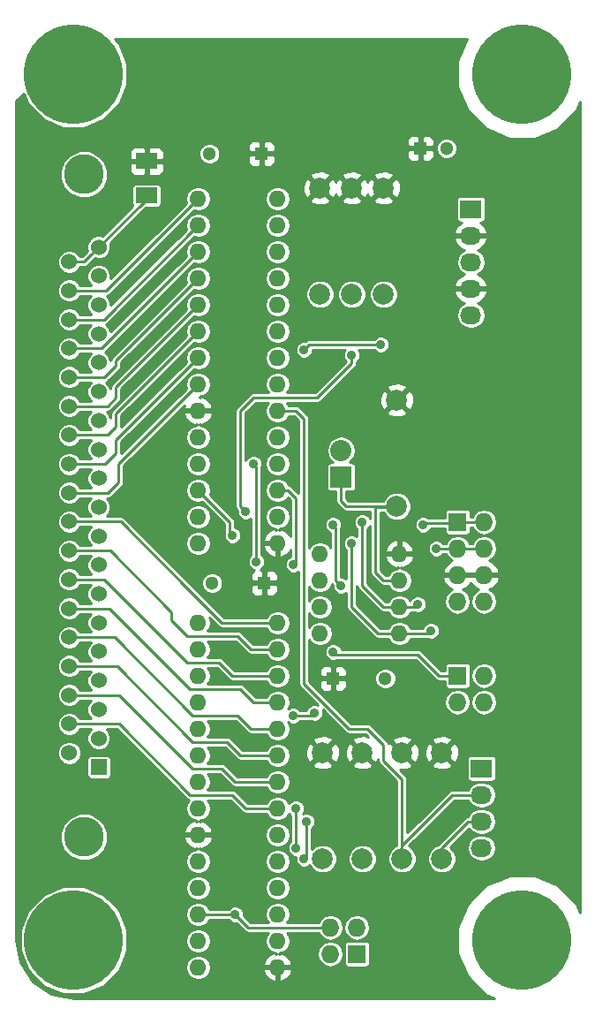
<source format=gtl>
G04 #@! TF.FileFunction,Copper,L1,Top,Signal*
%FSLAX46Y46*%
G04 Gerber Fmt 4.6, Leading zero omitted, Abs format (unit mm)*
G04 Created by KiCad (PCBNEW (after 2015-mar-04 BZR unknown)-product) date 10/25/2016 10:05:54 AM*
%MOMM*%
G01*
G04 APERTURE LIST*
%ADD10C,0.150000*%
%ADD11C,9.525000*%
%ADD12R,2.032000X1.524000*%
%ADD13R,2.032000X2.032000*%
%ADD14O,2.032000X2.032000*%
%ADD15R,1.300000X1.300000*%
%ADD16C,1.300000*%
%ADD17R,1.524000X1.524000*%
%ADD18C,1.524000*%
%ADD19C,3.810000*%
%ADD20O,1.600000X1.600000*%
%ADD21R,1.727200X1.727200*%
%ADD22O,1.727200X1.727200*%
%ADD23R,2.032000X1.727200*%
%ADD24O,2.032000X1.727200*%
%ADD25C,1.998980*%
%ADD26C,0.889000*%
%ADD27C,0.254000*%
G04 APERTURE END LIST*
D10*
D11*
X16000000Y-16000000D03*
X59000000Y-16000000D03*
X16000000Y-99000000D03*
X59000000Y-99000000D03*
D12*
X23000000Y-24349000D03*
X23000000Y-27651000D03*
D13*
X41656000Y-54610000D03*
D14*
X41656000Y-52070000D03*
D15*
X34036000Y-23622000D03*
D16*
X29036000Y-23622000D03*
D15*
X34290000Y-64770000D03*
D16*
X29290000Y-64770000D03*
D17*
X18422400Y-82417400D03*
D18*
X18422400Y-79648800D03*
X18422400Y-76880200D03*
X18422400Y-74111600D03*
X18422400Y-71343000D03*
X18422400Y-68574400D03*
X18422400Y-65805800D03*
X18422400Y-63037200D03*
X18422400Y-60268600D03*
D19*
X17000000Y-89123000D03*
X17000000Y-25623000D03*
D18*
X18422400Y-57500000D03*
X18422400Y-54731400D03*
X18422400Y-51962800D03*
X18422400Y-49194200D03*
X18422400Y-46425600D03*
X18422400Y-43657000D03*
X18422400Y-40888400D03*
X18422400Y-38119800D03*
X18422400Y-35351200D03*
X18422400Y-32582600D03*
X15577600Y-81045800D03*
X15577600Y-78277200D03*
X15577600Y-75508600D03*
X15577600Y-72740000D03*
X15577600Y-69971400D03*
X15577600Y-67202800D03*
X15577600Y-64434200D03*
X15577600Y-61665600D03*
X15577600Y-58897000D03*
X15577600Y-56128400D03*
X15577600Y-53359800D03*
X15577600Y-50591200D03*
X15577600Y-47822600D03*
X15577600Y-45054000D03*
X15577600Y-42285400D03*
X15577600Y-39516800D03*
X15577600Y-36748200D03*
X15577600Y-33979600D03*
D20*
X27940000Y-68580000D03*
X27940000Y-71120000D03*
X27940000Y-73660000D03*
X27940000Y-76200000D03*
X27940000Y-78740000D03*
X27940000Y-81280000D03*
X27940000Y-83820000D03*
X27940000Y-86360000D03*
X27940000Y-88900000D03*
X27940000Y-91440000D03*
X27940000Y-93980000D03*
X27940000Y-96520000D03*
X27940000Y-99060000D03*
X27940000Y-101600000D03*
X35560000Y-101600000D03*
X35560000Y-99060000D03*
X35560000Y-96520000D03*
X35560000Y-93980000D03*
X35560000Y-91440000D03*
X35560000Y-88900000D03*
X35560000Y-86360000D03*
X35560000Y-83820000D03*
X35560000Y-81280000D03*
X35560000Y-78740000D03*
X35560000Y-76200000D03*
X35560000Y-73660000D03*
X35560000Y-71120000D03*
X35560000Y-68580000D03*
X27940000Y-27940000D03*
X27940000Y-30480000D03*
X27940000Y-33020000D03*
X27940000Y-35560000D03*
X27940000Y-38100000D03*
X27940000Y-40640000D03*
X27940000Y-43180000D03*
X27940000Y-45720000D03*
X27940000Y-48260000D03*
X27940000Y-50800000D03*
X27940000Y-53340000D03*
X27940000Y-55880000D03*
X27940000Y-58420000D03*
X27940000Y-60960000D03*
X35560000Y-60960000D03*
X35560000Y-58420000D03*
X35560000Y-55880000D03*
X35560000Y-53340000D03*
X35560000Y-50800000D03*
X35560000Y-48260000D03*
X35560000Y-45720000D03*
X35560000Y-43180000D03*
X35560000Y-40640000D03*
X35560000Y-38100000D03*
X35560000Y-35560000D03*
X35560000Y-33020000D03*
X35560000Y-30480000D03*
X35560000Y-27940000D03*
X39624000Y-61976000D03*
X39624000Y-64516000D03*
X39624000Y-67056000D03*
X39624000Y-69596000D03*
X47244000Y-69596000D03*
X47244000Y-67056000D03*
X47244000Y-64516000D03*
X47244000Y-61976000D03*
D21*
X52832000Y-58928000D03*
D22*
X55372000Y-58928000D03*
X52832000Y-61468000D03*
X55372000Y-61468000D03*
X52832000Y-64008000D03*
X55372000Y-64008000D03*
X52832000Y-66548000D03*
X55372000Y-66548000D03*
D23*
X54102000Y-28956000D03*
D24*
X54102000Y-31496000D03*
X54102000Y-34036000D03*
X54102000Y-36576000D03*
X54102000Y-39116000D03*
D25*
X43688000Y-91186000D03*
X43688000Y-81026000D03*
X39878000Y-91186000D03*
X39878000Y-81026000D03*
X47498000Y-91186000D03*
X47498000Y-81026000D03*
X45720000Y-37084000D03*
X45720000Y-26924000D03*
X46990000Y-57404000D03*
X46990000Y-47244000D03*
X39624000Y-37084000D03*
X39624000Y-26924000D03*
X51308000Y-91186000D03*
X51308000Y-81026000D03*
X42672000Y-37084000D03*
X42672000Y-26924000D03*
D23*
X55118000Y-82550000D03*
D24*
X55118000Y-85090000D03*
X55118000Y-87630000D03*
X55118000Y-90170000D03*
D15*
X40894000Y-73914000D03*
D16*
X45894000Y-73914000D03*
D21*
X52832000Y-73660000D03*
D22*
X55372000Y-73660000D03*
X52832000Y-76200000D03*
X55372000Y-76200000D03*
D21*
X43180000Y-100330000D03*
D22*
X40640000Y-100330000D03*
X43180000Y-97790000D03*
X40640000Y-97790000D03*
D15*
X49276000Y-23114000D03*
D16*
X51776000Y-23114000D03*
D26*
X41656000Y-65024000D03*
X42672000Y-42926000D03*
X32512000Y-57912000D03*
X40894000Y-59182000D03*
X38100000Y-91186000D03*
X38354000Y-87630000D03*
X40894000Y-71374000D03*
X37084000Y-62992000D03*
X37338000Y-86360000D03*
X37338000Y-90170000D03*
X39116000Y-77216000D03*
X37084000Y-77470000D03*
X31242000Y-60198000D03*
X31496000Y-96520000D03*
X43688000Y-58928000D03*
X49530000Y-59182000D03*
X49022000Y-66802000D03*
X42672000Y-60960000D03*
X50800000Y-61468000D03*
X50292000Y-69342000D03*
X45466000Y-41910000D03*
X38100000Y-42418000D03*
X33528000Y-62738000D03*
X33274000Y-53340000D03*
D27*
X42672000Y-43688000D02*
X42672000Y-42926000D01*
X39370000Y-46990000D02*
X42672000Y-43688000D01*
X33274000Y-46990000D02*
X39370000Y-46990000D01*
X32004000Y-48260000D02*
X33274000Y-46990000D01*
X32004000Y-57404000D02*
X32004000Y-48260000D01*
X32512000Y-57912000D02*
X32004000Y-57404000D01*
X41148000Y-64516000D02*
X41656000Y-65024000D01*
X41148000Y-59436000D02*
X41148000Y-64516000D01*
X40894000Y-59182000D02*
X41148000Y-59436000D01*
X38100000Y-91186000D02*
X38354000Y-90932000D01*
X38354000Y-90932000D02*
X38354000Y-87630000D01*
X51054000Y-73660000D02*
X49022000Y-71628000D01*
X49022000Y-71628000D02*
X41148000Y-71628000D01*
X41148000Y-71628000D02*
X40894000Y-71374000D01*
X52832000Y-73660000D02*
X51054000Y-73660000D01*
X37084000Y-62992000D02*
X37338000Y-62738000D01*
X37338000Y-62738000D02*
X37338000Y-56642000D01*
X37338000Y-56642000D02*
X36576000Y-55880000D01*
X36576000Y-55880000D02*
X35560000Y-55880000D01*
X37338000Y-90170000D02*
X37338000Y-86360000D01*
X39116000Y-77216000D02*
X38862000Y-77470000D01*
X38862000Y-77470000D02*
X37084000Y-77470000D01*
X52832000Y-58928000D02*
X55372000Y-58928000D01*
X27940000Y-96520000D02*
X31496000Y-96520000D01*
X31242000Y-60198000D02*
X30988000Y-59944000D01*
X30988000Y-59944000D02*
X30988000Y-58928000D01*
X30988000Y-58928000D02*
X27940000Y-55880000D01*
X40386000Y-97536000D02*
X40640000Y-97790000D01*
X47244000Y-67056000D02*
X45720000Y-67056000D01*
X43688000Y-65024000D02*
X43688000Y-58928000D01*
X45720000Y-67056000D02*
X43688000Y-65024000D01*
X47244000Y-67056000D02*
X48768000Y-67056000D01*
X49690000Y-59022000D02*
X52910000Y-59022000D01*
X49530000Y-59182000D02*
X49690000Y-59022000D01*
X48768000Y-67056000D02*
X49022000Y-66802000D01*
X32766000Y-97790000D02*
X31496000Y-96520000D01*
X40640000Y-97790000D02*
X32766000Y-97790000D01*
X52832000Y-61468000D02*
X55372000Y-61468000D01*
X50800000Y-61468000D02*
X52832000Y-61468000D01*
X45212000Y-69596000D02*
X47244000Y-69596000D01*
X42672000Y-67056000D02*
X45212000Y-69596000D01*
X42672000Y-60960000D02*
X42672000Y-67056000D01*
X47244000Y-69596000D02*
X50038000Y-69596000D01*
X50038000Y-69596000D02*
X50292000Y-69342000D01*
X38608000Y-41910000D02*
X45466000Y-41910000D01*
X38100000Y-42418000D02*
X38608000Y-41910000D01*
X33528000Y-53594000D02*
X33528000Y-62738000D01*
X33274000Y-53340000D02*
X33528000Y-53594000D01*
X15577600Y-33979600D02*
X17025400Y-33979600D01*
X17025400Y-33979600D02*
X18422400Y-32582600D01*
X17025400Y-33979600D02*
X23000000Y-28005000D01*
X23000000Y-28005000D02*
X23000000Y-27651000D01*
X55118000Y-87630000D02*
X53848000Y-87630000D01*
X51308000Y-90170000D02*
X51308000Y-91059000D01*
X53848000Y-87630000D02*
X51308000Y-90170000D01*
X55118000Y-85090000D02*
X52324000Y-85090000D01*
X47498000Y-89916000D02*
X47498000Y-91059000D01*
X52324000Y-85090000D02*
X47498000Y-89916000D01*
X38100000Y-70358000D02*
X38100000Y-49022000D01*
X38100000Y-49022000D02*
X37338000Y-48260000D01*
X37338000Y-48260000D02*
X35560000Y-48260000D01*
X45720000Y-81788000D02*
X45720000Y-80264000D01*
X47498000Y-91059000D02*
X47498000Y-86106000D01*
X47498000Y-86106000D02*
X47498000Y-83566000D01*
X47498000Y-83566000D02*
X45720000Y-81788000D01*
X44196000Y-78740000D02*
X45720000Y-80264000D01*
X38100000Y-74422000D02*
X42418000Y-78740000D01*
X42418000Y-78740000D02*
X44196000Y-78740000D01*
X38100000Y-70358000D02*
X38100000Y-74422000D01*
X47244000Y-64516000D02*
X45720000Y-64516000D01*
X44958000Y-63754000D02*
X44958000Y-57531000D01*
X45720000Y-64516000D02*
X44958000Y-63754000D01*
X46990000Y-57531000D02*
X44958000Y-57531000D01*
X42164000Y-57404000D02*
X41656000Y-56896000D01*
X41656000Y-56896000D02*
X41656000Y-54610000D01*
X46990000Y-57404000D02*
X42164000Y-57404000D01*
X32512000Y-86360000D02*
X31242000Y-85090000D01*
X31242000Y-85090000D02*
X27178000Y-85090000D01*
X27178000Y-85090000D02*
X20365200Y-78277200D01*
X20365200Y-78277200D02*
X15577600Y-78277200D01*
X35560000Y-86360000D02*
X32512000Y-86360000D01*
X31496000Y-83820000D02*
X30226000Y-82550000D01*
X30226000Y-82550000D02*
X27432000Y-82550000D01*
X27432000Y-82550000D02*
X20390600Y-75508600D01*
X20390600Y-75508600D02*
X15577600Y-75508600D01*
X35560000Y-83820000D02*
X31496000Y-83820000D01*
X32004000Y-81280000D02*
X30734000Y-80010000D01*
X30734000Y-80010000D02*
X27432000Y-80010000D01*
X27432000Y-80010000D02*
X20162000Y-72740000D01*
X20162000Y-72740000D02*
X15577600Y-72740000D01*
X35560000Y-81280000D02*
X32004000Y-81280000D01*
X33020000Y-78740000D02*
X31750000Y-77470000D01*
X31750000Y-77470000D02*
X27432000Y-77470000D01*
X27432000Y-77470000D02*
X19933400Y-69971400D01*
X19933400Y-69971400D02*
X15577600Y-69971400D01*
X35560000Y-78740000D02*
X33020000Y-78740000D01*
X33274000Y-76200000D02*
X32004000Y-74930000D01*
X32004000Y-74930000D02*
X27178000Y-74930000D01*
X27178000Y-74930000D02*
X19450800Y-67202800D01*
X19450800Y-67202800D02*
X15577600Y-67202800D01*
X35560000Y-76200000D02*
X33274000Y-76200000D01*
X31242000Y-73660000D02*
X29972000Y-72390000D01*
X29972000Y-72390000D02*
X26924000Y-72390000D01*
X26924000Y-72390000D02*
X18968200Y-64434200D01*
X18968200Y-64434200D02*
X15577600Y-64434200D01*
X35560000Y-73660000D02*
X31242000Y-73660000D01*
X33020000Y-71120000D02*
X31750000Y-69850000D01*
X31750000Y-69850000D02*
X26924000Y-69850000D01*
X26924000Y-69850000D02*
X25400000Y-68326000D01*
X25400000Y-68326000D02*
X25400000Y-67564000D01*
X35560000Y-71120000D02*
X33020000Y-71120000D01*
X19501600Y-61665600D02*
X25400000Y-67564000D01*
X15577600Y-61665600D02*
X19501600Y-61665600D01*
X35560000Y-68580000D02*
X30226000Y-68580000D01*
X30226000Y-68580000D02*
X27178000Y-65532000D01*
X20543000Y-58897000D02*
X27178000Y-65532000D01*
X15577600Y-58897000D02*
X20543000Y-58897000D01*
X19309600Y-56128400D02*
X20320000Y-55118000D01*
X20320000Y-55118000D02*
X20320000Y-53340000D01*
X20320000Y-53340000D02*
X27940000Y-45720000D01*
X15577600Y-56128400D02*
X19309600Y-56128400D01*
X20066000Y-52324000D02*
X20066000Y-51054000D01*
X20066000Y-51054000D02*
X27940000Y-43180000D01*
X19030200Y-53359800D02*
X20066000Y-52324000D01*
X15577600Y-53359800D02*
X19030200Y-53359800D01*
X20066000Y-49784000D02*
X20066000Y-48514000D01*
X20066000Y-48514000D02*
X27940000Y-40640000D01*
X19258800Y-50591200D02*
X20066000Y-49784000D01*
X15577600Y-50591200D02*
X19258800Y-50591200D01*
X19233400Y-47822600D02*
X20066000Y-46990000D01*
X20066000Y-46990000D02*
X20066000Y-45974000D01*
X20066000Y-45974000D02*
X27940000Y-38100000D01*
X15577600Y-47822600D02*
X19233400Y-47822600D01*
X20066000Y-43942000D02*
X20066000Y-43434000D01*
X20066000Y-43434000D02*
X27940000Y-35560000D01*
X18954000Y-45054000D02*
X20066000Y-43942000D01*
X15577600Y-45054000D02*
X18954000Y-45054000D01*
X15577600Y-42285400D02*
X18674600Y-42285400D01*
X18674600Y-42285400D02*
X27940000Y-33020000D01*
X15577600Y-39516800D02*
X18903200Y-39516800D01*
X18903200Y-39516800D02*
X27940000Y-30480000D01*
X15577600Y-36748200D02*
X19131800Y-36748200D01*
X19131800Y-36748200D02*
X27940000Y-27940000D01*
G36*
X64569000Y-96348473D02*
X64224815Y-95515482D01*
X62493632Y-93781275D01*
X60230575Y-92841571D01*
X57780175Y-92839433D01*
X56826958Y-93233294D01*
X56826958Y-64367026D01*
X56826958Y-63648974D01*
X56654688Y-63233053D01*
X56260490Y-62801179D01*
X55870338Y-62618323D01*
X55872671Y-62617860D01*
X56276448Y-62348065D01*
X56546243Y-61944288D01*
X56640983Y-61468000D01*
X56640983Y-58928000D01*
X56546243Y-58451712D01*
X56276448Y-58047935D01*
X55872671Y-57778140D01*
X55709358Y-57745654D01*
X55709358Y-36935026D01*
X55709358Y-36216974D01*
X55706709Y-36201209D01*
X55452732Y-35673964D01*
X55016320Y-35284046D01*
X54743757Y-35188704D01*
X54758057Y-35185860D01*
X55161834Y-34916065D01*
X55431629Y-34512288D01*
X55526369Y-34036000D01*
X55431629Y-33559712D01*
X55161834Y-33155935D01*
X54758057Y-32886140D01*
X54743757Y-32883295D01*
X55016320Y-32787954D01*
X55452732Y-32398036D01*
X55706709Y-31870791D01*
X55709358Y-31855026D01*
X55709358Y-31136974D01*
X55706709Y-31121209D01*
X55452732Y-30593964D01*
X55020817Y-30208064D01*
X55118000Y-30208064D01*
X55263274Y-30179878D01*
X55390956Y-30096004D01*
X55476426Y-29969384D01*
X55506464Y-29819600D01*
X55506464Y-28092400D01*
X55478278Y-27947126D01*
X55394404Y-27819444D01*
X55267784Y-27733974D01*
X55118000Y-27703936D01*
X53086000Y-27703936D01*
X52940726Y-27732122D01*
X52813044Y-27815996D01*
X52807178Y-27824686D01*
X52807178Y-22909821D01*
X52650549Y-22530749D01*
X52360777Y-22240471D01*
X51981978Y-22083180D01*
X51571821Y-22082822D01*
X51192749Y-22239451D01*
X50902471Y-22529223D01*
X50745180Y-22908022D01*
X50744822Y-23318179D01*
X50901451Y-23697251D01*
X51191223Y-23987529D01*
X51570022Y-24144820D01*
X51980179Y-24145178D01*
X52359251Y-23988549D01*
X52649529Y-23698777D01*
X52806820Y-23319978D01*
X52807178Y-22909821D01*
X52807178Y-27824686D01*
X52727574Y-27942616D01*
X52697536Y-28092400D01*
X52697536Y-29819600D01*
X52725722Y-29964874D01*
X52809596Y-30092556D01*
X52936216Y-30178026D01*
X53086000Y-30208064D01*
X53183182Y-30208064D01*
X52751268Y-30593964D01*
X52497291Y-31121209D01*
X52494642Y-31136974D01*
X52615783Y-31369000D01*
X53975000Y-31369000D01*
X53975000Y-31349000D01*
X54229000Y-31349000D01*
X54229000Y-31369000D01*
X55588217Y-31369000D01*
X55709358Y-31136974D01*
X55709358Y-31855026D01*
X55588217Y-31623000D01*
X54229000Y-31623000D01*
X54229000Y-31643000D01*
X53975000Y-31643000D01*
X53975000Y-31623000D01*
X52615783Y-31623000D01*
X52494642Y-31855026D01*
X52497291Y-31870791D01*
X52751268Y-32398036D01*
X53187680Y-32787954D01*
X53460242Y-32883295D01*
X53445943Y-32886140D01*
X53042166Y-33155935D01*
X52772371Y-33559712D01*
X52677631Y-34036000D01*
X52772371Y-34512288D01*
X53042166Y-34916065D01*
X53445943Y-35185860D01*
X53460242Y-35188704D01*
X53187680Y-35284046D01*
X52751268Y-35673964D01*
X52497291Y-36201209D01*
X52494642Y-36216974D01*
X52615783Y-36449000D01*
X53975000Y-36449000D01*
X53975000Y-36429000D01*
X54229000Y-36429000D01*
X54229000Y-36449000D01*
X55588217Y-36449000D01*
X55709358Y-36216974D01*
X55709358Y-36935026D01*
X55588217Y-36703000D01*
X54229000Y-36703000D01*
X54229000Y-36723000D01*
X53975000Y-36723000D01*
X53975000Y-36703000D01*
X52615783Y-36703000D01*
X52494642Y-36935026D01*
X52497291Y-36950791D01*
X52751268Y-37478036D01*
X53187680Y-37867954D01*
X53460242Y-37963295D01*
X53445943Y-37966140D01*
X53042166Y-38235935D01*
X52772371Y-38639712D01*
X52677631Y-39116000D01*
X52772371Y-39592288D01*
X53042166Y-39996065D01*
X53445943Y-40265860D01*
X53922231Y-40360600D01*
X54281769Y-40360600D01*
X54758057Y-40265860D01*
X55161834Y-39996065D01*
X55431629Y-39592288D01*
X55526369Y-39116000D01*
X55431629Y-38639712D01*
X55161834Y-38235935D01*
X54758057Y-37966140D01*
X54743757Y-37963295D01*
X55016320Y-37867954D01*
X55452732Y-37478036D01*
X55706709Y-36950791D01*
X55709358Y-36935026D01*
X55709358Y-57745654D01*
X55396383Y-57683400D01*
X55347617Y-57683400D01*
X54871329Y-57778140D01*
X54467552Y-58047935D01*
X54218946Y-58420000D01*
X54084064Y-58420000D01*
X54084064Y-58064400D01*
X54055878Y-57919126D01*
X53972004Y-57791444D01*
X53845384Y-57705974D01*
X53695600Y-57675936D01*
X51968400Y-57675936D01*
X51823126Y-57704122D01*
X51695444Y-57787996D01*
X51609974Y-57914616D01*
X51579936Y-58064400D01*
X51579936Y-58514000D01*
X50561000Y-58514000D01*
X50561000Y-23890310D01*
X50561000Y-23637691D01*
X50561000Y-23399750D01*
X50561000Y-22828250D01*
X50561000Y-22590309D01*
X50561000Y-22337690D01*
X50464327Y-22104301D01*
X50285698Y-21925673D01*
X50052309Y-21829000D01*
X49561750Y-21829000D01*
X49403000Y-21987750D01*
X49403000Y-22987000D01*
X50402250Y-22987000D01*
X50561000Y-22828250D01*
X50561000Y-23399750D01*
X50402250Y-23241000D01*
X49403000Y-23241000D01*
X49403000Y-24240250D01*
X49561750Y-24399000D01*
X50052309Y-24399000D01*
X50285698Y-24302327D01*
X50464327Y-24123699D01*
X50561000Y-23890310D01*
X50561000Y-58514000D01*
X50029581Y-58514000D01*
X49998219Y-58482583D01*
X49694923Y-58356643D01*
X49366518Y-58356357D01*
X49149000Y-58446233D01*
X49149000Y-24240250D01*
X49149000Y-23241000D01*
X49149000Y-22987000D01*
X49149000Y-21987750D01*
X48990250Y-21829000D01*
X48499691Y-21829000D01*
X48266302Y-21925673D01*
X48087673Y-22104301D01*
X47991000Y-22337690D01*
X47991000Y-22590309D01*
X47991000Y-22828250D01*
X48149750Y-22987000D01*
X49149000Y-22987000D01*
X49149000Y-23241000D01*
X48149750Y-23241000D01*
X47991000Y-23399750D01*
X47991000Y-23637691D01*
X47991000Y-23890310D01*
X48087673Y-24123699D01*
X48266302Y-24302327D01*
X48499691Y-24399000D01*
X48990250Y-24399000D01*
X49149000Y-24240250D01*
X49149000Y-58446233D01*
X49063002Y-58481767D01*
X48830583Y-58713781D01*
X48704643Y-59017077D01*
X48704357Y-59345482D01*
X48829767Y-59648998D01*
X49061781Y-59881417D01*
X49365077Y-60007357D01*
X49693482Y-60007643D01*
X49996998Y-59882233D01*
X50229417Y-59650219D01*
X50279336Y-59530000D01*
X51579936Y-59530000D01*
X51579936Y-59791600D01*
X51608122Y-59936874D01*
X51691996Y-60064556D01*
X51818616Y-60150026D01*
X51968400Y-60180064D01*
X53695600Y-60180064D01*
X53840874Y-60151878D01*
X53968556Y-60068004D01*
X54054026Y-59941384D01*
X54084064Y-59791600D01*
X54084064Y-59436000D01*
X54218946Y-59436000D01*
X54467552Y-59808065D01*
X54871329Y-60077860D01*
X55347617Y-60172600D01*
X55396383Y-60172600D01*
X55872671Y-60077860D01*
X56276448Y-59808065D01*
X56546243Y-59404288D01*
X56640983Y-58928000D01*
X56640983Y-61468000D01*
X56546243Y-60991712D01*
X56276448Y-60587935D01*
X55872671Y-60318140D01*
X55396383Y-60223400D01*
X55347617Y-60223400D01*
X54871329Y-60318140D01*
X54467552Y-60587935D01*
X54218946Y-60960000D01*
X53985053Y-60960000D01*
X53736448Y-60587935D01*
X53332671Y-60318140D01*
X52856383Y-60223400D01*
X52807617Y-60223400D01*
X52331329Y-60318140D01*
X51927552Y-60587935D01*
X51678946Y-60960000D01*
X51459302Y-60960000D01*
X51268219Y-60768583D01*
X50964923Y-60642643D01*
X50636518Y-60642357D01*
X50333002Y-60767767D01*
X50100583Y-60999781D01*
X49974643Y-61303077D01*
X49974357Y-61631482D01*
X50099767Y-61934998D01*
X50331781Y-62167417D01*
X50635077Y-62293357D01*
X50963482Y-62293643D01*
X51266998Y-62168233D01*
X51459566Y-61976000D01*
X51678946Y-61976000D01*
X51927552Y-62348065D01*
X52331329Y-62617860D01*
X52333661Y-62618323D01*
X51943510Y-62801179D01*
X51549312Y-63233053D01*
X51377042Y-63648974D01*
X51498183Y-63881000D01*
X52705000Y-63881000D01*
X52705000Y-63861000D01*
X52959000Y-63861000D01*
X52959000Y-63881000D01*
X54038183Y-63881000D01*
X54165817Y-63881000D01*
X55245000Y-63881000D01*
X55245000Y-63861000D01*
X55499000Y-63861000D01*
X55499000Y-63881000D01*
X56705817Y-63881000D01*
X56826958Y-63648974D01*
X56826958Y-64367026D01*
X56705817Y-64135000D01*
X55499000Y-64135000D01*
X55499000Y-64155000D01*
X55245000Y-64155000D01*
X55245000Y-64135000D01*
X54165817Y-64135000D01*
X54038183Y-64135000D01*
X52959000Y-64135000D01*
X52959000Y-64155000D01*
X52705000Y-64155000D01*
X52705000Y-64135000D01*
X51498183Y-64135000D01*
X51377042Y-64367026D01*
X51549312Y-64782947D01*
X51943510Y-65214821D01*
X52333661Y-65397676D01*
X52331329Y-65398140D01*
X51927552Y-65667935D01*
X51657757Y-66071712D01*
X51563017Y-66548000D01*
X51657757Y-67024288D01*
X51927552Y-67428065D01*
X52331329Y-67697860D01*
X52807617Y-67792600D01*
X52856383Y-67792600D01*
X53332671Y-67697860D01*
X53736448Y-67428065D01*
X54006243Y-67024288D01*
X54100983Y-66548000D01*
X54006243Y-66071712D01*
X53736448Y-65667935D01*
X53332671Y-65398140D01*
X53330338Y-65397676D01*
X53720490Y-65214821D01*
X54102000Y-64796847D01*
X54483510Y-65214821D01*
X54873661Y-65397676D01*
X54871329Y-65398140D01*
X54467552Y-65667935D01*
X54197757Y-66071712D01*
X54103017Y-66548000D01*
X54197757Y-67024288D01*
X54467552Y-67428065D01*
X54871329Y-67697860D01*
X55347617Y-67792600D01*
X55396383Y-67792600D01*
X55872671Y-67697860D01*
X56276448Y-67428065D01*
X56546243Y-67024288D01*
X56640983Y-66548000D01*
X56546243Y-66071712D01*
X56276448Y-65667935D01*
X55872671Y-65398140D01*
X55870338Y-65397676D01*
X56260490Y-65214821D01*
X56654688Y-64782947D01*
X56826958Y-64367026D01*
X56826958Y-93233294D01*
X56640983Y-93310137D01*
X56640983Y-76200000D01*
X56640983Y-73660000D01*
X56546243Y-73183712D01*
X56276448Y-72779935D01*
X55872671Y-72510140D01*
X55396383Y-72415400D01*
X55347617Y-72415400D01*
X54871329Y-72510140D01*
X54467552Y-72779935D01*
X54197757Y-73183712D01*
X54103017Y-73660000D01*
X54197757Y-74136288D01*
X54467552Y-74540065D01*
X54871329Y-74809860D01*
X55347617Y-74904600D01*
X55396383Y-74904600D01*
X55872671Y-74809860D01*
X56276448Y-74540065D01*
X56546243Y-74136288D01*
X56640983Y-73660000D01*
X56640983Y-76200000D01*
X56546243Y-75723712D01*
X56276448Y-75319935D01*
X55872671Y-75050140D01*
X55396383Y-74955400D01*
X55347617Y-74955400D01*
X54871329Y-75050140D01*
X54467552Y-75319935D01*
X54197757Y-75723712D01*
X54103017Y-76200000D01*
X54197757Y-76676288D01*
X54467552Y-77080065D01*
X54871329Y-77349860D01*
X55347617Y-77444600D01*
X55396383Y-77444600D01*
X55872671Y-77349860D01*
X56276448Y-77080065D01*
X56546243Y-76676288D01*
X56640983Y-76200000D01*
X56640983Y-93310137D01*
X56542369Y-93350883D01*
X56542369Y-90170000D01*
X56542369Y-87630000D01*
X56542369Y-85090000D01*
X56522464Y-84989931D01*
X56522464Y-83413600D01*
X56522464Y-81686400D01*
X56494278Y-81541126D01*
X56410404Y-81413444D01*
X56283784Y-81327974D01*
X56134000Y-81297936D01*
X54102000Y-81297936D01*
X54100983Y-81298133D01*
X54100983Y-76200000D01*
X54084064Y-76114942D01*
X54084064Y-74523600D01*
X54084064Y-72796400D01*
X54055878Y-72651126D01*
X53972004Y-72523444D01*
X53845384Y-72437974D01*
X53695600Y-72407936D01*
X51968400Y-72407936D01*
X51823126Y-72436122D01*
X51695444Y-72519996D01*
X51609974Y-72646616D01*
X51579936Y-72796400D01*
X51579936Y-73152000D01*
X51264420Y-73152000D01*
X49381210Y-71268790D01*
X49216403Y-71158669D01*
X49022000Y-71120000D01*
X41682241Y-71120000D01*
X41594233Y-70907002D01*
X41362219Y-70674583D01*
X41058923Y-70548643D01*
X40730518Y-70548357D01*
X40427002Y-70673767D01*
X40194583Y-70905781D01*
X40068643Y-71209077D01*
X40068357Y-71537482D01*
X40193767Y-71840998D01*
X40425781Y-72073417D01*
X40729077Y-72199357D01*
X41057482Y-72199643D01*
X41211510Y-72136000D01*
X48811580Y-72136000D01*
X50694790Y-74019210D01*
X50859597Y-74129331D01*
X51054000Y-74168000D01*
X51579936Y-74168000D01*
X51579936Y-74523600D01*
X51608122Y-74668874D01*
X51691996Y-74796556D01*
X51818616Y-74882026D01*
X51968400Y-74912064D01*
X53695600Y-74912064D01*
X53840874Y-74883878D01*
X53968556Y-74800004D01*
X54054026Y-74673384D01*
X54084064Y-74523600D01*
X54084064Y-76114942D01*
X54006243Y-75723712D01*
X53736448Y-75319935D01*
X53332671Y-75050140D01*
X52856383Y-74955400D01*
X52807617Y-74955400D01*
X52331329Y-75050140D01*
X51927552Y-75319935D01*
X51657757Y-75723712D01*
X51563017Y-76200000D01*
X51657757Y-76676288D01*
X51927552Y-77080065D01*
X52331329Y-77349860D01*
X52807617Y-77444600D01*
X52856383Y-77444600D01*
X53332671Y-77349860D01*
X53736448Y-77080065D01*
X54006243Y-76676288D01*
X54100983Y-76200000D01*
X54100983Y-81298133D01*
X53956726Y-81326122D01*
X53829044Y-81409996D01*
X53743574Y-81536616D01*
X53713536Y-81686400D01*
X53713536Y-83413600D01*
X53741722Y-83558874D01*
X53825596Y-83686556D01*
X53952216Y-83772026D01*
X54102000Y-83802064D01*
X56134000Y-83802064D01*
X56279274Y-83773878D01*
X56406956Y-83690004D01*
X56492426Y-83563384D01*
X56522464Y-83413600D01*
X56522464Y-84989931D01*
X56447629Y-84613712D01*
X56177834Y-84209935D01*
X55774057Y-83940140D01*
X55297769Y-83845400D01*
X54938231Y-83845400D01*
X54461943Y-83940140D01*
X54058166Y-84209935D01*
X53809560Y-84582000D01*
X52953401Y-84582000D01*
X52953401Y-81290418D01*
X52929341Y-80640623D01*
X52726965Y-80152042D01*
X52460163Y-80053443D01*
X52280557Y-80233048D01*
X52280557Y-79873837D01*
X52181958Y-79607035D01*
X51572418Y-79380599D01*
X50922623Y-79404659D01*
X50434042Y-79607035D01*
X50335443Y-79873837D01*
X51308000Y-80846395D01*
X52280557Y-79873837D01*
X52280557Y-80233048D01*
X51487605Y-81026000D01*
X52460163Y-81998557D01*
X52726965Y-81899958D01*
X52953401Y-81290418D01*
X52953401Y-84582000D01*
X52324000Y-84582000D01*
X52280557Y-84590641D01*
X52280557Y-82178163D01*
X51308000Y-81205605D01*
X51128395Y-81385210D01*
X51128395Y-81026000D01*
X50155837Y-80053443D01*
X49889035Y-80152042D01*
X49662599Y-80761582D01*
X49686659Y-81411377D01*
X49889035Y-81899958D01*
X50155837Y-81998557D01*
X51128395Y-81026000D01*
X51128395Y-81385210D01*
X50335443Y-82178163D01*
X50434042Y-82444965D01*
X51043582Y-82671401D01*
X51693377Y-82647341D01*
X52181958Y-82444965D01*
X52280557Y-82178163D01*
X52280557Y-84590641D01*
X52129597Y-84620669D01*
X51964790Y-84730790D01*
X49143401Y-87552179D01*
X49143401Y-81290418D01*
X49119341Y-80640623D01*
X48916965Y-80152042D01*
X48650163Y-80053443D01*
X48470557Y-80233048D01*
X48470557Y-79873837D01*
X48371958Y-79607035D01*
X47762418Y-79380599D01*
X47112623Y-79404659D01*
X46925178Y-79482300D01*
X46925178Y-73709821D01*
X46768549Y-73330749D01*
X46478777Y-73040471D01*
X46099978Y-72883180D01*
X45689821Y-72882822D01*
X45310749Y-73039451D01*
X45020471Y-73329223D01*
X44863180Y-73708022D01*
X44862822Y-74118179D01*
X45019451Y-74497251D01*
X45309223Y-74787529D01*
X45688022Y-74944820D01*
X46098179Y-74945178D01*
X46477251Y-74788549D01*
X46767529Y-74498777D01*
X46924820Y-74119978D01*
X46925178Y-73709821D01*
X46925178Y-79482300D01*
X46624042Y-79607035D01*
X46525443Y-79873837D01*
X47498000Y-80846395D01*
X48470557Y-79873837D01*
X48470557Y-80233048D01*
X47677605Y-81026000D01*
X48650163Y-81998557D01*
X48916965Y-81899958D01*
X49143401Y-81290418D01*
X49143401Y-87552179D01*
X48006000Y-88689580D01*
X48006000Y-86106000D01*
X48006000Y-83566000D01*
X47967331Y-83371597D01*
X47857210Y-83206790D01*
X47318670Y-82668250D01*
X47883377Y-82647341D01*
X48371958Y-82444965D01*
X48470557Y-82178163D01*
X47498000Y-81205605D01*
X47483857Y-81219747D01*
X47304252Y-81040142D01*
X47318395Y-81026000D01*
X46345837Y-80053443D01*
X46197054Y-80108426D01*
X46189331Y-80069597D01*
X46189330Y-80069596D01*
X46152790Y-80014910D01*
X46079210Y-79904790D01*
X46079210Y-79904789D01*
X44555210Y-78380790D01*
X44390403Y-78270669D01*
X44196000Y-78232000D01*
X42628420Y-78232000D01*
X42179000Y-77782580D01*
X42179000Y-74690310D01*
X42179000Y-74437691D01*
X42179000Y-74199750D01*
X42179000Y-73628250D01*
X42179000Y-73390309D01*
X42179000Y-73137690D01*
X42082327Y-72904301D01*
X41903698Y-72725673D01*
X41670309Y-72629000D01*
X41179750Y-72629000D01*
X41021000Y-72787750D01*
X41021000Y-73787000D01*
X42020250Y-73787000D01*
X42179000Y-73628250D01*
X42179000Y-74199750D01*
X42020250Y-74041000D01*
X41021000Y-74041000D01*
X41021000Y-75040250D01*
X41179750Y-75199000D01*
X41670309Y-75199000D01*
X41903698Y-75102327D01*
X42082327Y-74923699D01*
X42179000Y-74690310D01*
X42179000Y-77782580D01*
X40767000Y-76370580D01*
X40767000Y-75040250D01*
X40767000Y-74041000D01*
X40767000Y-73787000D01*
X40767000Y-72787750D01*
X40608250Y-72629000D01*
X40117691Y-72629000D01*
X39884302Y-72725673D01*
X39705673Y-72904301D01*
X39609000Y-73137690D01*
X39609000Y-73390309D01*
X39609000Y-73628250D01*
X39767750Y-73787000D01*
X40767000Y-73787000D01*
X40767000Y-74041000D01*
X39767750Y-74041000D01*
X39609000Y-74199750D01*
X39609000Y-74437691D01*
X39609000Y-74690310D01*
X39705673Y-74923699D01*
X39884302Y-75102327D01*
X40117691Y-75199000D01*
X40608250Y-75199000D01*
X40767000Y-75040250D01*
X40767000Y-76370580D01*
X38608000Y-74211580D01*
X38608000Y-70358000D01*
X38608000Y-70194973D01*
X38765770Y-70431093D01*
X39148914Y-70687102D01*
X39600863Y-70777000D01*
X39647137Y-70777000D01*
X40099086Y-70687102D01*
X40482230Y-70431093D01*
X40738239Y-70047949D01*
X40828137Y-69596000D01*
X40738239Y-69144051D01*
X40482230Y-68760907D01*
X40099086Y-68504898D01*
X39647137Y-68415000D01*
X39600863Y-68415000D01*
X39148914Y-68504898D01*
X38765770Y-68760907D01*
X38608000Y-68997026D01*
X38608000Y-67654973D01*
X38765770Y-67891093D01*
X39148914Y-68147102D01*
X39600863Y-68237000D01*
X39647137Y-68237000D01*
X40099086Y-68147102D01*
X40482230Y-67891093D01*
X40738239Y-67507949D01*
X40828137Y-67056000D01*
X40738239Y-66604051D01*
X40482230Y-66220907D01*
X40099086Y-65964898D01*
X39647137Y-65875000D01*
X39600863Y-65875000D01*
X39148914Y-65964898D01*
X38765770Y-66220907D01*
X38608000Y-66457026D01*
X38608000Y-65114973D01*
X38765770Y-65351093D01*
X39148914Y-65607102D01*
X39600863Y-65697000D01*
X39647137Y-65697000D01*
X40099086Y-65607102D01*
X40482230Y-65351093D01*
X40738239Y-64967949D01*
X40764050Y-64838185D01*
X40788790Y-64875210D01*
X40830592Y-64917012D01*
X40830357Y-65187482D01*
X40955767Y-65490998D01*
X41187781Y-65723417D01*
X41491077Y-65849357D01*
X41819482Y-65849643D01*
X42122998Y-65724233D01*
X42164000Y-65683302D01*
X42164000Y-67056000D01*
X42202669Y-67250403D01*
X42312790Y-67415210D01*
X44852789Y-69955210D01*
X44852790Y-69955210D01*
X44962910Y-70028790D01*
X45017596Y-70065330D01*
X45017597Y-70065331D01*
X45212000Y-70104000D01*
X46167213Y-70104000D01*
X46385770Y-70431093D01*
X46768914Y-70687102D01*
X47220863Y-70777000D01*
X47267137Y-70777000D01*
X47719086Y-70687102D01*
X48102230Y-70431093D01*
X48320786Y-70104000D01*
X49974497Y-70104000D01*
X50127077Y-70167357D01*
X50455482Y-70167643D01*
X50758998Y-70042233D01*
X50991417Y-69810219D01*
X51117357Y-69506923D01*
X51117643Y-69178518D01*
X50992233Y-68875002D01*
X50760219Y-68642583D01*
X50456923Y-68516643D01*
X50128518Y-68516357D01*
X49825002Y-68641767D01*
X49592583Y-68873781D01*
X49503631Y-69088000D01*
X48320786Y-69088000D01*
X48102230Y-68760907D01*
X47719086Y-68504898D01*
X47267137Y-68415000D01*
X47220863Y-68415000D01*
X46768914Y-68504898D01*
X46385770Y-68760907D01*
X46167213Y-69088000D01*
X45422420Y-69088000D01*
X43180000Y-66845579D01*
X43180000Y-65024000D01*
X43218669Y-65218403D01*
X43328790Y-65383210D01*
X45360790Y-67415210D01*
X45525597Y-67525331D01*
X45720000Y-67564000D01*
X46167213Y-67564000D01*
X46385770Y-67891093D01*
X46768914Y-68147102D01*
X47220863Y-68237000D01*
X47267137Y-68237000D01*
X47719086Y-68147102D01*
X48102230Y-67891093D01*
X48320786Y-67564000D01*
X48704497Y-67564000D01*
X48857077Y-67627357D01*
X49185482Y-67627643D01*
X49488998Y-67502233D01*
X49721417Y-67270219D01*
X49847357Y-66966923D01*
X49847643Y-66638518D01*
X49722233Y-66335002D01*
X49490219Y-66102583D01*
X49186923Y-65976643D01*
X48858518Y-65976357D01*
X48635904Y-66068339D01*
X48555002Y-66101767D01*
X48322583Y-66333781D01*
X48267035Y-66467554D01*
X48102230Y-66220907D01*
X47719086Y-65964898D01*
X47267137Y-65875000D01*
X47220863Y-65875000D01*
X46768914Y-65964898D01*
X46385770Y-66220907D01*
X46167213Y-66548000D01*
X45930420Y-66548000D01*
X44196000Y-64813580D01*
X44196000Y-59587302D01*
X44387417Y-59396219D01*
X44450000Y-59245502D01*
X44450000Y-63754000D01*
X44488669Y-63948403D01*
X44598790Y-64113210D01*
X45360790Y-64875210D01*
X45525597Y-64985331D01*
X45720000Y-65024000D01*
X46167213Y-65024000D01*
X46385770Y-65351093D01*
X46768914Y-65607102D01*
X47220863Y-65697000D01*
X47267137Y-65697000D01*
X47719086Y-65607102D01*
X48102230Y-65351093D01*
X48358239Y-64967949D01*
X48448137Y-64516000D01*
X48358239Y-64064051D01*
X48102230Y-63680907D01*
X47719086Y-63424898D01*
X47371002Y-63355659D01*
X47371002Y-63246630D01*
X47593041Y-63367914D01*
X48099134Y-63128389D01*
X48475041Y-62713423D01*
X48635904Y-62325039D01*
X48635904Y-61626961D01*
X48635401Y-61625746D01*
X48635401Y-47508418D01*
X48611341Y-46858623D01*
X48408965Y-46370042D01*
X48142163Y-46271443D01*
X47962557Y-46451048D01*
X47962557Y-46091837D01*
X47863958Y-45825035D01*
X47365401Y-45639827D01*
X47365401Y-27188418D01*
X47341341Y-26538623D01*
X47138965Y-26050042D01*
X46872163Y-25951443D01*
X46692557Y-26131048D01*
X46692557Y-25771837D01*
X46593958Y-25505035D01*
X45984418Y-25278599D01*
X45334623Y-25302659D01*
X44846042Y-25505035D01*
X44747443Y-25771837D01*
X45720000Y-26744395D01*
X46692557Y-25771837D01*
X46692557Y-26131048D01*
X45899605Y-26924000D01*
X46872163Y-27896557D01*
X47138965Y-27797958D01*
X47365401Y-27188418D01*
X47365401Y-45639827D01*
X47254418Y-45598599D01*
X47100729Y-45604289D01*
X47100729Y-36810608D01*
X46891005Y-36303037D01*
X46692557Y-36104242D01*
X46692557Y-28076163D01*
X45720000Y-27103605D01*
X45540395Y-27283210D01*
X45540395Y-26924000D01*
X44567837Y-25951443D01*
X44301035Y-26050042D01*
X44201711Y-26317409D01*
X44090965Y-26050042D01*
X43824163Y-25951443D01*
X43644557Y-26131048D01*
X43644557Y-25771837D01*
X43545958Y-25505035D01*
X42936418Y-25278599D01*
X42286623Y-25302659D01*
X41798042Y-25505035D01*
X41699443Y-25771837D01*
X42672000Y-26744395D01*
X43644557Y-25771837D01*
X43644557Y-26131048D01*
X42851605Y-26924000D01*
X43824163Y-27896557D01*
X44090965Y-27797958D01*
X44190288Y-27530590D01*
X44301035Y-27797958D01*
X44567837Y-27896557D01*
X45540395Y-26924000D01*
X45540395Y-27283210D01*
X44747443Y-28076163D01*
X44846042Y-28342965D01*
X45455582Y-28569401D01*
X46105377Y-28545341D01*
X46593958Y-28342965D01*
X46692557Y-28076163D01*
X46692557Y-36104242D01*
X46503006Y-35914360D01*
X45995801Y-35703751D01*
X45446608Y-35703271D01*
X44939037Y-35912995D01*
X44550360Y-36300994D01*
X44339751Y-36808199D01*
X44339271Y-37357392D01*
X44548995Y-37864963D01*
X44936994Y-38253640D01*
X45444199Y-38464249D01*
X45993392Y-38464729D01*
X46500963Y-38255005D01*
X46889640Y-37867006D01*
X47100249Y-37359801D01*
X47100729Y-36810608D01*
X47100729Y-45604289D01*
X46604623Y-45622659D01*
X46116042Y-45825035D01*
X46017443Y-46091837D01*
X46990000Y-47064395D01*
X47962557Y-46091837D01*
X47962557Y-46451048D01*
X47169605Y-47244000D01*
X48142163Y-48216557D01*
X48408965Y-48117958D01*
X48635401Y-47508418D01*
X48635401Y-61625746D01*
X48475041Y-61238577D01*
X48099134Y-60823611D01*
X47593041Y-60584086D01*
X47371000Y-60705371D01*
X47371000Y-61849000D01*
X48513915Y-61849000D01*
X48635904Y-61626961D01*
X48635904Y-62325039D01*
X48513915Y-62103000D01*
X47371000Y-62103000D01*
X47371000Y-62123000D01*
X47117000Y-62123000D01*
X47117000Y-62103000D01*
X47117000Y-61849000D01*
X47117000Y-60705371D01*
X46894959Y-60584086D01*
X46388866Y-60823611D01*
X46012959Y-61238577D01*
X45852096Y-61626961D01*
X45974085Y-61849000D01*
X47117000Y-61849000D01*
X47117000Y-62103000D01*
X45974085Y-62103000D01*
X45852096Y-62325039D01*
X46012959Y-62713423D01*
X46388866Y-63128389D01*
X46894959Y-63367914D01*
X47116998Y-63246630D01*
X47116998Y-63355659D01*
X46768914Y-63424898D01*
X46385770Y-63680907D01*
X46167213Y-64008000D01*
X45930420Y-64008000D01*
X45466000Y-63543580D01*
X45466000Y-58039000D01*
X45758684Y-58039000D01*
X45818995Y-58184963D01*
X46206994Y-58573640D01*
X46714199Y-58784249D01*
X47263392Y-58784729D01*
X47770963Y-58575005D01*
X48159640Y-58187006D01*
X48370249Y-57679801D01*
X48370729Y-57130608D01*
X48161005Y-56623037D01*
X47962557Y-56424242D01*
X47962557Y-48396163D01*
X46990000Y-47423605D01*
X46810395Y-47603210D01*
X46810395Y-47244000D01*
X45837837Y-46271443D01*
X45571035Y-46370042D01*
X45344599Y-46979582D01*
X45368659Y-47629377D01*
X45571035Y-48117958D01*
X45837837Y-48216557D01*
X46810395Y-47244000D01*
X46810395Y-47603210D01*
X46017443Y-48396163D01*
X46116042Y-48662965D01*
X46725582Y-48889401D01*
X47375377Y-48865341D01*
X47863958Y-48662965D01*
X47962557Y-48396163D01*
X47962557Y-56424242D01*
X47773006Y-56234360D01*
X47265801Y-56023751D01*
X46716608Y-56023271D01*
X46209037Y-56232995D01*
X45820360Y-56620994D01*
X45706168Y-56896000D01*
X42374420Y-56896000D01*
X42164000Y-56685579D01*
X42164000Y-56014464D01*
X42672000Y-56014464D01*
X42817274Y-55986278D01*
X42944956Y-55902404D01*
X43030426Y-55775784D01*
X43060464Y-55626000D01*
X43060464Y-53594000D01*
X43032278Y-53448726D01*
X42948404Y-53321044D01*
X42821784Y-53235574D01*
X42672000Y-53205536D01*
X42450136Y-53205536D01*
X42671197Y-53057828D01*
X42974029Y-52604609D01*
X43080369Y-52070000D01*
X42974029Y-51535391D01*
X42671197Y-51082172D01*
X42217978Y-50779340D01*
X41683369Y-50673000D01*
X41628631Y-50673000D01*
X41094022Y-50779340D01*
X40640803Y-51082172D01*
X40337971Y-51535391D01*
X40231631Y-52070000D01*
X40337971Y-52604609D01*
X40640803Y-53057828D01*
X40861863Y-53205536D01*
X40640000Y-53205536D01*
X40494726Y-53233722D01*
X40367044Y-53317596D01*
X40281574Y-53444216D01*
X40251536Y-53594000D01*
X40251536Y-55626000D01*
X40279722Y-55771274D01*
X40363596Y-55898956D01*
X40490216Y-55984426D01*
X40640000Y-56014464D01*
X41148000Y-56014464D01*
X41148000Y-56896000D01*
X41186669Y-57090403D01*
X41296790Y-57255210D01*
X41804789Y-57763210D01*
X41804790Y-57763210D01*
X41914910Y-57836790D01*
X41969596Y-57873330D01*
X41969597Y-57873331D01*
X42164000Y-57912000D01*
X44450000Y-57912000D01*
X44450000Y-58610489D01*
X44388233Y-58461002D01*
X44156219Y-58228583D01*
X43852923Y-58102643D01*
X43524518Y-58102357D01*
X43221002Y-58227767D01*
X42988583Y-58459781D01*
X42862643Y-58763077D01*
X42862357Y-59091482D01*
X42987767Y-59394998D01*
X43180000Y-59587566D01*
X43180000Y-60300433D01*
X43140219Y-60260583D01*
X42836923Y-60134643D01*
X42508518Y-60134357D01*
X42205002Y-60259767D01*
X41972583Y-60491781D01*
X41846643Y-60795077D01*
X41846357Y-61123482D01*
X41971767Y-61426998D01*
X42164000Y-61619566D01*
X42164000Y-64364433D01*
X42124219Y-64324583D01*
X41820923Y-64198643D01*
X41656000Y-64198499D01*
X41656000Y-59499502D01*
X41719357Y-59346923D01*
X41719643Y-59018518D01*
X41594233Y-58715002D01*
X41362219Y-58482583D01*
X41058923Y-58356643D01*
X40730518Y-58356357D01*
X40427002Y-58481767D01*
X40194583Y-58713781D01*
X40068643Y-59017077D01*
X40068357Y-59345482D01*
X40193767Y-59648998D01*
X40425781Y-59881417D01*
X40640000Y-59970368D01*
X40640000Y-61377026D01*
X40482230Y-61140907D01*
X40099086Y-60884898D01*
X39647137Y-60795000D01*
X39600863Y-60795000D01*
X39148914Y-60884898D01*
X38765770Y-61140907D01*
X38608000Y-61377026D01*
X38608000Y-49022000D01*
X38569331Y-48827597D01*
X38459210Y-48662790D01*
X37697210Y-47900790D01*
X37532403Y-47790669D01*
X37338000Y-47752000D01*
X36636786Y-47752000D01*
X36467069Y-47498000D01*
X39370000Y-47498000D01*
X39564403Y-47459331D01*
X39729210Y-47349210D01*
X43031210Y-44047210D01*
X43141331Y-43882404D01*
X43141331Y-43882403D01*
X43180000Y-43688000D01*
X43180000Y-43585302D01*
X43371417Y-43394219D01*
X43497357Y-43090923D01*
X43497643Y-42762518D01*
X43372233Y-42459002D01*
X43331302Y-42418000D01*
X44806697Y-42418000D01*
X44997781Y-42609417D01*
X45301077Y-42735357D01*
X45629482Y-42735643D01*
X45932998Y-42610233D01*
X46165417Y-42378219D01*
X46291357Y-42074923D01*
X46291643Y-41746518D01*
X46166233Y-41443002D01*
X45934219Y-41210583D01*
X45630923Y-41084643D01*
X45302518Y-41084357D01*
X44999002Y-41209767D01*
X44806433Y-41402000D01*
X44052729Y-41402000D01*
X44052729Y-36810608D01*
X43843005Y-36303037D01*
X43644557Y-36104242D01*
X43644557Y-28076163D01*
X42672000Y-27103605D01*
X42492395Y-27283210D01*
X42492395Y-26924000D01*
X41519837Y-25951443D01*
X41253035Y-26050042D01*
X41153711Y-26317409D01*
X41042965Y-26050042D01*
X40776163Y-25951443D01*
X40596557Y-26131048D01*
X40596557Y-25771837D01*
X40497958Y-25505035D01*
X39888418Y-25278599D01*
X39238623Y-25302659D01*
X38750042Y-25505035D01*
X38651443Y-25771837D01*
X39624000Y-26744395D01*
X40596557Y-25771837D01*
X40596557Y-26131048D01*
X39803605Y-26924000D01*
X40776163Y-27896557D01*
X41042965Y-27797958D01*
X41142288Y-27530590D01*
X41253035Y-27797958D01*
X41519837Y-27896557D01*
X42492395Y-26924000D01*
X42492395Y-27283210D01*
X41699443Y-28076163D01*
X41798042Y-28342965D01*
X42407582Y-28569401D01*
X43057377Y-28545341D01*
X43545958Y-28342965D01*
X43644557Y-28076163D01*
X43644557Y-36104242D01*
X43455006Y-35914360D01*
X42947801Y-35703751D01*
X42398608Y-35703271D01*
X41891037Y-35912995D01*
X41502360Y-36300994D01*
X41291751Y-36808199D01*
X41291271Y-37357392D01*
X41500995Y-37864963D01*
X41888994Y-38253640D01*
X42396199Y-38464249D01*
X42945392Y-38464729D01*
X43452963Y-38255005D01*
X43841640Y-37867006D01*
X44052249Y-37359801D01*
X44052729Y-36810608D01*
X44052729Y-41402000D01*
X41004729Y-41402000D01*
X41004729Y-36810608D01*
X40795005Y-36303037D01*
X40596557Y-36104242D01*
X40596557Y-28076163D01*
X39624000Y-27103605D01*
X39444395Y-27283210D01*
X39444395Y-26924000D01*
X38471837Y-25951443D01*
X38205035Y-26050042D01*
X37978599Y-26659582D01*
X38002659Y-27309377D01*
X38205035Y-27797958D01*
X38471837Y-27896557D01*
X39444395Y-26924000D01*
X39444395Y-27283210D01*
X38651443Y-28076163D01*
X38750042Y-28342965D01*
X39359582Y-28569401D01*
X40009377Y-28545341D01*
X40497958Y-28342965D01*
X40596557Y-28076163D01*
X40596557Y-36104242D01*
X40407006Y-35914360D01*
X39899801Y-35703751D01*
X39350608Y-35703271D01*
X38843037Y-35912995D01*
X38454360Y-36300994D01*
X38243751Y-36808199D01*
X38243271Y-37357392D01*
X38452995Y-37864963D01*
X38840994Y-38253640D01*
X39348199Y-38464249D01*
X39897392Y-38464729D01*
X40404963Y-38255005D01*
X40793640Y-37867006D01*
X41004249Y-37359801D01*
X41004729Y-36810608D01*
X41004729Y-41402000D01*
X38608000Y-41402000D01*
X38413597Y-41440669D01*
X38358910Y-41477209D01*
X38248789Y-41550790D01*
X38206986Y-41592592D01*
X37936518Y-41592357D01*
X37633002Y-41717767D01*
X37400583Y-41949781D01*
X37274643Y-42253077D01*
X37274357Y-42581482D01*
X37399767Y-42884998D01*
X37631781Y-43117417D01*
X37935077Y-43243357D01*
X38263482Y-43243643D01*
X38566998Y-43118233D01*
X38799417Y-42886219D01*
X38925357Y-42582923D01*
X38925500Y-42418000D01*
X42012433Y-42418000D01*
X41972583Y-42457781D01*
X41846643Y-42761077D01*
X41846357Y-43089482D01*
X41971767Y-43392998D01*
X42110053Y-43531526D01*
X39159580Y-46482000D01*
X36467069Y-46482000D01*
X36674239Y-46171949D01*
X36764137Y-45720000D01*
X36764137Y-43180000D01*
X36764137Y-40640000D01*
X36764137Y-38100000D01*
X36764137Y-35560000D01*
X36764137Y-33020000D01*
X36764137Y-30480000D01*
X36764137Y-27940000D01*
X36674239Y-27488051D01*
X36418230Y-27104907D01*
X36035086Y-26848898D01*
X35583137Y-26759000D01*
X35536863Y-26759000D01*
X35321000Y-26801937D01*
X35321000Y-24398310D01*
X35321000Y-24145691D01*
X35321000Y-23907750D01*
X35321000Y-23336250D01*
X35321000Y-23098309D01*
X35321000Y-22845690D01*
X35224327Y-22612301D01*
X35045698Y-22433673D01*
X34812309Y-22337000D01*
X34321750Y-22337000D01*
X34163000Y-22495750D01*
X34163000Y-23495000D01*
X35162250Y-23495000D01*
X35321000Y-23336250D01*
X35321000Y-23907750D01*
X35162250Y-23749000D01*
X34163000Y-23749000D01*
X34163000Y-24748250D01*
X34321750Y-24907000D01*
X34812309Y-24907000D01*
X35045698Y-24810327D01*
X35224327Y-24631699D01*
X35321000Y-24398310D01*
X35321000Y-26801937D01*
X35084914Y-26848898D01*
X34701770Y-27104907D01*
X34445761Y-27488051D01*
X34355863Y-27940000D01*
X34445761Y-28391949D01*
X34701770Y-28775093D01*
X35084914Y-29031102D01*
X35536863Y-29121000D01*
X35583137Y-29121000D01*
X36035086Y-29031102D01*
X36418230Y-28775093D01*
X36674239Y-28391949D01*
X36764137Y-27940000D01*
X36764137Y-30480000D01*
X36674239Y-30028051D01*
X36418230Y-29644907D01*
X36035086Y-29388898D01*
X35583137Y-29299000D01*
X35536863Y-29299000D01*
X35084914Y-29388898D01*
X34701770Y-29644907D01*
X34445761Y-30028051D01*
X34355863Y-30480000D01*
X34445761Y-30931949D01*
X34701770Y-31315093D01*
X35084914Y-31571102D01*
X35536863Y-31661000D01*
X35583137Y-31661000D01*
X36035086Y-31571102D01*
X36418230Y-31315093D01*
X36674239Y-30931949D01*
X36764137Y-30480000D01*
X36764137Y-33020000D01*
X36674239Y-32568051D01*
X36418230Y-32184907D01*
X36035086Y-31928898D01*
X35583137Y-31839000D01*
X35536863Y-31839000D01*
X35084914Y-31928898D01*
X34701770Y-32184907D01*
X34445761Y-32568051D01*
X34355863Y-33020000D01*
X34445761Y-33471949D01*
X34701770Y-33855093D01*
X35084914Y-34111102D01*
X35536863Y-34201000D01*
X35583137Y-34201000D01*
X36035086Y-34111102D01*
X36418230Y-33855093D01*
X36674239Y-33471949D01*
X36764137Y-33020000D01*
X36764137Y-35560000D01*
X36674239Y-35108051D01*
X36418230Y-34724907D01*
X36035086Y-34468898D01*
X35583137Y-34379000D01*
X35536863Y-34379000D01*
X35084914Y-34468898D01*
X34701770Y-34724907D01*
X34445761Y-35108051D01*
X34355863Y-35560000D01*
X34445761Y-36011949D01*
X34701770Y-36395093D01*
X35084914Y-36651102D01*
X35536863Y-36741000D01*
X35583137Y-36741000D01*
X36035086Y-36651102D01*
X36418230Y-36395093D01*
X36674239Y-36011949D01*
X36764137Y-35560000D01*
X36764137Y-38100000D01*
X36674239Y-37648051D01*
X36418230Y-37264907D01*
X36035086Y-37008898D01*
X35583137Y-36919000D01*
X35536863Y-36919000D01*
X35084914Y-37008898D01*
X34701770Y-37264907D01*
X34445761Y-37648051D01*
X34355863Y-38100000D01*
X34445761Y-38551949D01*
X34701770Y-38935093D01*
X35084914Y-39191102D01*
X35536863Y-39281000D01*
X35583137Y-39281000D01*
X36035086Y-39191102D01*
X36418230Y-38935093D01*
X36674239Y-38551949D01*
X36764137Y-38100000D01*
X36764137Y-40640000D01*
X36674239Y-40188051D01*
X36418230Y-39804907D01*
X36035086Y-39548898D01*
X35583137Y-39459000D01*
X35536863Y-39459000D01*
X35084914Y-39548898D01*
X34701770Y-39804907D01*
X34445761Y-40188051D01*
X34355863Y-40640000D01*
X34445761Y-41091949D01*
X34701770Y-41475093D01*
X35084914Y-41731102D01*
X35536863Y-41821000D01*
X35583137Y-41821000D01*
X36035086Y-41731102D01*
X36418230Y-41475093D01*
X36674239Y-41091949D01*
X36764137Y-40640000D01*
X36764137Y-43180000D01*
X36674239Y-42728051D01*
X36418230Y-42344907D01*
X36035086Y-42088898D01*
X35583137Y-41999000D01*
X35536863Y-41999000D01*
X35084914Y-42088898D01*
X34701770Y-42344907D01*
X34445761Y-42728051D01*
X34355863Y-43180000D01*
X34445761Y-43631949D01*
X34701770Y-44015093D01*
X35084914Y-44271102D01*
X35536863Y-44361000D01*
X35583137Y-44361000D01*
X36035086Y-44271102D01*
X36418230Y-44015093D01*
X36674239Y-43631949D01*
X36764137Y-43180000D01*
X36764137Y-45720000D01*
X36674239Y-45268051D01*
X36418230Y-44884907D01*
X36035086Y-44628898D01*
X35583137Y-44539000D01*
X35536863Y-44539000D01*
X35084914Y-44628898D01*
X34701770Y-44884907D01*
X34445761Y-45268051D01*
X34355863Y-45720000D01*
X34445761Y-46171949D01*
X34652930Y-46482000D01*
X33909000Y-46482000D01*
X33909000Y-24748250D01*
X33909000Y-23749000D01*
X33909000Y-23495000D01*
X33909000Y-22495750D01*
X33750250Y-22337000D01*
X33259691Y-22337000D01*
X33026302Y-22433673D01*
X32847673Y-22612301D01*
X32751000Y-22845690D01*
X32751000Y-23098309D01*
X32751000Y-23336250D01*
X32909750Y-23495000D01*
X33909000Y-23495000D01*
X33909000Y-23749000D01*
X32909750Y-23749000D01*
X32751000Y-23907750D01*
X32751000Y-24145691D01*
X32751000Y-24398310D01*
X32847673Y-24631699D01*
X33026302Y-24810327D01*
X33259691Y-24907000D01*
X33750250Y-24907000D01*
X33909000Y-24748250D01*
X33909000Y-46482000D01*
X33274000Y-46482000D01*
X33111849Y-46514253D01*
X33079596Y-46520669D01*
X32914790Y-46630790D01*
X31644790Y-47900790D01*
X31534669Y-48065597D01*
X31496000Y-48260000D01*
X31496000Y-57404000D01*
X31534669Y-57598403D01*
X31644790Y-57763210D01*
X31686592Y-57805012D01*
X31686357Y-58075482D01*
X31811767Y-58378998D01*
X32043781Y-58611417D01*
X32347077Y-58737357D01*
X32675482Y-58737643D01*
X32978998Y-58612233D01*
X33020000Y-58571302D01*
X33020000Y-62078697D01*
X32828583Y-62269781D01*
X32702643Y-62573077D01*
X32702357Y-62901482D01*
X32827767Y-63204998D01*
X33059781Y-63437417D01*
X33343822Y-63555361D01*
X33280302Y-63581673D01*
X33101673Y-63760301D01*
X33005000Y-63993690D01*
X33005000Y-64246309D01*
X33005000Y-64484250D01*
X33163750Y-64643000D01*
X34163000Y-64643000D01*
X34163000Y-63643750D01*
X34004250Y-63485000D01*
X33881812Y-63485000D01*
X33994998Y-63438233D01*
X34227417Y-63206219D01*
X34353357Y-62902923D01*
X34353643Y-62574518D01*
X34228233Y-62271002D01*
X34036000Y-62078433D01*
X34036000Y-53657502D01*
X34099357Y-53504923D01*
X34099643Y-53176518D01*
X33974233Y-52873002D01*
X33742219Y-52640583D01*
X33438923Y-52514643D01*
X33110518Y-52514357D01*
X32807002Y-52639767D01*
X32574583Y-52871781D01*
X32512000Y-53022497D01*
X32512000Y-48470420D01*
X33484420Y-47498000D01*
X34652930Y-47498000D01*
X34445761Y-47808051D01*
X34355863Y-48260000D01*
X34445761Y-48711949D01*
X34701770Y-49095093D01*
X35084914Y-49351102D01*
X35536863Y-49441000D01*
X35583137Y-49441000D01*
X36035086Y-49351102D01*
X36418230Y-49095093D01*
X36636786Y-48768000D01*
X37127580Y-48768000D01*
X37592000Y-49232420D01*
X37592000Y-56177580D01*
X36935210Y-55520790D01*
X36770403Y-55410669D01*
X36764137Y-55409422D01*
X36764137Y-53340000D01*
X36764137Y-50800000D01*
X36674239Y-50348051D01*
X36418230Y-49964907D01*
X36035086Y-49708898D01*
X35583137Y-49619000D01*
X35536863Y-49619000D01*
X35084914Y-49708898D01*
X34701770Y-49964907D01*
X34445761Y-50348051D01*
X34355863Y-50800000D01*
X34445761Y-51251949D01*
X34701770Y-51635093D01*
X35084914Y-51891102D01*
X35536863Y-51981000D01*
X35583137Y-51981000D01*
X36035086Y-51891102D01*
X36418230Y-51635093D01*
X36674239Y-51251949D01*
X36764137Y-50800000D01*
X36764137Y-53340000D01*
X36674239Y-52888051D01*
X36418230Y-52504907D01*
X36035086Y-52248898D01*
X35583137Y-52159000D01*
X35536863Y-52159000D01*
X35084914Y-52248898D01*
X34701770Y-52504907D01*
X34445761Y-52888051D01*
X34355863Y-53340000D01*
X34445761Y-53791949D01*
X34701770Y-54175093D01*
X35084914Y-54431102D01*
X35536863Y-54521000D01*
X35583137Y-54521000D01*
X36035086Y-54431102D01*
X36418230Y-54175093D01*
X36674239Y-53791949D01*
X36764137Y-53340000D01*
X36764137Y-55409422D01*
X36646104Y-55385944D01*
X36418230Y-55044907D01*
X36035086Y-54788898D01*
X35583137Y-54699000D01*
X35536863Y-54699000D01*
X35084914Y-54788898D01*
X34701770Y-55044907D01*
X34445761Y-55428051D01*
X34355863Y-55880000D01*
X34445761Y-56331949D01*
X34701770Y-56715093D01*
X35084914Y-56971102D01*
X35536863Y-57061000D01*
X35583137Y-57061000D01*
X36035086Y-56971102D01*
X36418230Y-56715093D01*
X36528156Y-56550576D01*
X36830000Y-56852420D01*
X36830000Y-60316638D01*
X36791041Y-60222577D01*
X36764137Y-60192877D01*
X36415134Y-59807611D01*
X35909041Y-59568086D01*
X35687002Y-59689369D01*
X35687002Y-59580340D01*
X36035086Y-59511102D01*
X36418230Y-59255093D01*
X36674239Y-58871949D01*
X36764137Y-58420000D01*
X36674239Y-57968051D01*
X36418230Y-57584907D01*
X36035086Y-57328898D01*
X35583137Y-57239000D01*
X35536863Y-57239000D01*
X35084914Y-57328898D01*
X34701770Y-57584907D01*
X34445761Y-57968051D01*
X34355863Y-58420000D01*
X34445761Y-58871949D01*
X34701770Y-59255093D01*
X35084914Y-59511102D01*
X35432998Y-59580340D01*
X35432998Y-59689369D01*
X35210959Y-59568086D01*
X34704866Y-59807611D01*
X34328959Y-60222577D01*
X34168096Y-60610961D01*
X34290085Y-60833000D01*
X35433000Y-60833000D01*
X35433000Y-60813000D01*
X35687000Y-60813000D01*
X35687000Y-60833000D01*
X35707000Y-60833000D01*
X35707000Y-61087000D01*
X35687000Y-61087000D01*
X35687000Y-62230629D01*
X35909041Y-62351914D01*
X36415134Y-62112389D01*
X36791041Y-61697423D01*
X36830000Y-61603361D01*
X36830000Y-62203758D01*
X36617002Y-62291767D01*
X36384583Y-62523781D01*
X36258643Y-62827077D01*
X36258357Y-63155482D01*
X36383767Y-63458998D01*
X36615781Y-63691417D01*
X36919077Y-63817357D01*
X37247482Y-63817643D01*
X37550998Y-63692233D01*
X37592000Y-63651302D01*
X37592000Y-70358000D01*
X37592000Y-74422000D01*
X37630669Y-74616403D01*
X37740790Y-74781210D01*
X39399432Y-76439852D01*
X39280923Y-76390643D01*
X38952518Y-76390357D01*
X38649002Y-76515767D01*
X38416583Y-76747781D01*
X38327631Y-76962000D01*
X37743302Y-76962000D01*
X37552219Y-76770583D01*
X37248923Y-76644643D01*
X36920518Y-76644357D01*
X36617002Y-76769767D01*
X36552474Y-76834181D01*
X36674239Y-76651949D01*
X36764137Y-76200000D01*
X36674239Y-75748051D01*
X36418230Y-75364907D01*
X36035086Y-75108898D01*
X35583137Y-75019000D01*
X35536863Y-75019000D01*
X35084914Y-75108898D01*
X34701770Y-75364907D01*
X34483213Y-75692000D01*
X33484420Y-75692000D01*
X32363210Y-74570790D01*
X32198403Y-74460669D01*
X32004000Y-74422000D01*
X28847069Y-74422000D01*
X29054239Y-74111949D01*
X29144137Y-73660000D01*
X29054239Y-73208051D01*
X28847069Y-72898000D01*
X29761580Y-72898000D01*
X30882790Y-74019210D01*
X31047596Y-74129331D01*
X31047597Y-74129331D01*
X31079849Y-74135746D01*
X31242000Y-74168000D01*
X34483213Y-74168000D01*
X34701770Y-74495093D01*
X35084914Y-74751102D01*
X35536863Y-74841000D01*
X35583137Y-74841000D01*
X36035086Y-74751102D01*
X36418230Y-74495093D01*
X36674239Y-74111949D01*
X36764137Y-73660000D01*
X36674239Y-73208051D01*
X36418230Y-72824907D01*
X36035086Y-72568898D01*
X35583137Y-72479000D01*
X35536863Y-72479000D01*
X35084914Y-72568898D01*
X34701770Y-72824907D01*
X34483213Y-73152000D01*
X31452420Y-73152000D01*
X30331210Y-72030790D01*
X30166403Y-71920669D01*
X29972000Y-71882000D01*
X28847069Y-71882000D01*
X29054239Y-71571949D01*
X29144137Y-71120000D01*
X29054239Y-70668051D01*
X28847069Y-70358000D01*
X31539580Y-70358000D01*
X32660790Y-71479210D01*
X32825596Y-71589331D01*
X32825597Y-71589331D01*
X32857849Y-71595746D01*
X33020000Y-71628000D01*
X34483213Y-71628000D01*
X34701770Y-71955093D01*
X35084914Y-72211102D01*
X35536863Y-72301000D01*
X35583137Y-72301000D01*
X36035086Y-72211102D01*
X36418230Y-71955093D01*
X36674239Y-71571949D01*
X36764137Y-71120000D01*
X36674239Y-70668051D01*
X36418230Y-70284907D01*
X36035086Y-70028898D01*
X35583137Y-69939000D01*
X35536863Y-69939000D01*
X35084914Y-70028898D01*
X34701770Y-70284907D01*
X34483213Y-70612000D01*
X33230420Y-70612000D01*
X32109210Y-69490790D01*
X31944403Y-69380669D01*
X31750000Y-69342000D01*
X28847069Y-69342000D01*
X29054239Y-69031949D01*
X29144137Y-68580000D01*
X29054239Y-68128051D01*
X29051435Y-68123855D01*
X29866790Y-68939210D01*
X30031597Y-69049331D01*
X30226000Y-69088000D01*
X34483213Y-69088000D01*
X34701770Y-69415093D01*
X35084914Y-69671102D01*
X35536863Y-69761000D01*
X35583137Y-69761000D01*
X36035086Y-69671102D01*
X36418230Y-69415093D01*
X36674239Y-69031949D01*
X36764137Y-68580000D01*
X36674239Y-68128051D01*
X36418230Y-67744907D01*
X36035086Y-67488898D01*
X35583137Y-67399000D01*
X35575000Y-67399000D01*
X35575000Y-65546310D01*
X35575000Y-65293691D01*
X35575000Y-65055750D01*
X35575000Y-64484250D01*
X35575000Y-64246309D01*
X35575000Y-63993690D01*
X35478327Y-63760301D01*
X35433000Y-63714974D01*
X35433000Y-62230629D01*
X35433000Y-61087000D01*
X34290085Y-61087000D01*
X34168096Y-61309039D01*
X34328959Y-61697423D01*
X34704866Y-62112389D01*
X35210959Y-62351914D01*
X35433000Y-62230629D01*
X35433000Y-63714974D01*
X35299698Y-63581673D01*
X35066309Y-63485000D01*
X34575750Y-63485000D01*
X34417000Y-63643750D01*
X34417000Y-64643000D01*
X35416250Y-64643000D01*
X35575000Y-64484250D01*
X35575000Y-65055750D01*
X35416250Y-64897000D01*
X34417000Y-64897000D01*
X34417000Y-65896250D01*
X34575750Y-66055000D01*
X35066309Y-66055000D01*
X35299698Y-65958327D01*
X35478327Y-65779699D01*
X35575000Y-65546310D01*
X35575000Y-67399000D01*
X35536863Y-67399000D01*
X35084914Y-67488898D01*
X34701770Y-67744907D01*
X34483213Y-68072000D01*
X34163000Y-68072000D01*
X34163000Y-65896250D01*
X34163000Y-64897000D01*
X33163750Y-64897000D01*
X33005000Y-65055750D01*
X33005000Y-65293691D01*
X33005000Y-65546310D01*
X33101673Y-65779699D01*
X33280302Y-65958327D01*
X33513691Y-66055000D01*
X34004250Y-66055000D01*
X34163000Y-65896250D01*
X34163000Y-68072000D01*
X32067643Y-68072000D01*
X32067643Y-60034518D01*
X31942233Y-59731002D01*
X31710219Y-59498583D01*
X31496000Y-59409631D01*
X31496000Y-58928000D01*
X31457331Y-58733597D01*
X31347210Y-58568790D01*
X30067178Y-57288758D01*
X30067178Y-23417821D01*
X29910549Y-23038749D01*
X29620777Y-22748471D01*
X29241978Y-22591180D01*
X28831821Y-22590822D01*
X28452749Y-22747451D01*
X28162471Y-23037223D01*
X28005180Y-23416022D01*
X28004822Y-23826179D01*
X28161451Y-24205251D01*
X28451223Y-24495529D01*
X28830022Y-24652820D01*
X29240179Y-24653178D01*
X29619251Y-24496549D01*
X29909529Y-24206777D01*
X30066820Y-23827978D01*
X30067178Y-23417821D01*
X30067178Y-57288758D01*
X29331904Y-56553484D01*
X29331904Y-48609039D01*
X29209915Y-48387000D01*
X28067000Y-48387000D01*
X28067000Y-48407000D01*
X27813000Y-48407000D01*
X27813000Y-48387000D01*
X26670085Y-48387000D01*
X26548096Y-48609039D01*
X26708959Y-48997423D01*
X27084866Y-49412389D01*
X27590959Y-49651914D01*
X27812998Y-49530630D01*
X27812998Y-49639659D01*
X27464914Y-49708898D01*
X27081770Y-49964907D01*
X26825761Y-50348051D01*
X26735863Y-50800000D01*
X26825761Y-51251949D01*
X27081770Y-51635093D01*
X27464914Y-51891102D01*
X27916863Y-51981000D01*
X27963137Y-51981000D01*
X28415086Y-51891102D01*
X28798230Y-51635093D01*
X29054239Y-51251949D01*
X29144137Y-50800000D01*
X29054239Y-50348051D01*
X28798230Y-49964907D01*
X28415086Y-49708898D01*
X28067002Y-49639659D01*
X28067002Y-49530630D01*
X28289041Y-49651914D01*
X28795134Y-49412389D01*
X29171041Y-48997423D01*
X29331904Y-48609039D01*
X29331904Y-56553484D01*
X29063551Y-56285131D01*
X29144137Y-55880000D01*
X29144137Y-53340000D01*
X29054239Y-52888051D01*
X28798230Y-52504907D01*
X28415086Y-52248898D01*
X27963137Y-52159000D01*
X27916863Y-52159000D01*
X27464914Y-52248898D01*
X27081770Y-52504907D01*
X26825761Y-52888051D01*
X26735863Y-53340000D01*
X26825761Y-53791949D01*
X27081770Y-54175093D01*
X27464914Y-54431102D01*
X27916863Y-54521000D01*
X27963137Y-54521000D01*
X28415086Y-54431102D01*
X28798230Y-54175093D01*
X29054239Y-53791949D01*
X29144137Y-53340000D01*
X29144137Y-55880000D01*
X29054239Y-55428051D01*
X28798230Y-55044907D01*
X28415086Y-54788898D01*
X27963137Y-54699000D01*
X27916863Y-54699000D01*
X27464914Y-54788898D01*
X27081770Y-55044907D01*
X26825761Y-55428051D01*
X26735863Y-55880000D01*
X26825761Y-56331949D01*
X27081770Y-56715093D01*
X27464914Y-56971102D01*
X27916863Y-57061000D01*
X27963137Y-57061000D01*
X28329671Y-56988091D01*
X30480000Y-59138420D01*
X30480000Y-59880497D01*
X30416643Y-60033077D01*
X30416357Y-60361482D01*
X30541767Y-60664998D01*
X30773781Y-60897417D01*
X31077077Y-61023357D01*
X31405482Y-61023643D01*
X31708998Y-60898233D01*
X31941417Y-60666219D01*
X32067357Y-60362923D01*
X32067643Y-60034518D01*
X32067643Y-68072000D01*
X30436420Y-68072000D01*
X30321178Y-67956758D01*
X30321178Y-64565821D01*
X30164549Y-64186749D01*
X29874777Y-63896471D01*
X29495978Y-63739180D01*
X29144137Y-63738872D01*
X29144137Y-60960000D01*
X29144137Y-58420000D01*
X29054239Y-57968051D01*
X28798230Y-57584907D01*
X28415086Y-57328898D01*
X27963137Y-57239000D01*
X27916863Y-57239000D01*
X27464914Y-57328898D01*
X27081770Y-57584907D01*
X26825761Y-57968051D01*
X26735863Y-58420000D01*
X26825761Y-58871949D01*
X27081770Y-59255093D01*
X27464914Y-59511102D01*
X27916863Y-59601000D01*
X27963137Y-59601000D01*
X28415086Y-59511102D01*
X28798230Y-59255093D01*
X29054239Y-58871949D01*
X29144137Y-58420000D01*
X29144137Y-60960000D01*
X29054239Y-60508051D01*
X28798230Y-60124907D01*
X28415086Y-59868898D01*
X27963137Y-59779000D01*
X27916863Y-59779000D01*
X27464914Y-59868898D01*
X27081770Y-60124907D01*
X26825761Y-60508051D01*
X26735863Y-60960000D01*
X26825761Y-61411949D01*
X27081770Y-61795093D01*
X27464914Y-62051102D01*
X27916863Y-62141000D01*
X27963137Y-62141000D01*
X28415086Y-62051102D01*
X28798230Y-61795093D01*
X29054239Y-61411949D01*
X29144137Y-60960000D01*
X29144137Y-63738872D01*
X29085821Y-63738822D01*
X28706749Y-63895451D01*
X28416471Y-64185223D01*
X28259180Y-64564022D01*
X28258822Y-64974179D01*
X28415451Y-65353251D01*
X28705223Y-65643529D01*
X29084022Y-65800820D01*
X29494179Y-65801178D01*
X29873251Y-65644549D01*
X30163529Y-65354777D01*
X30320820Y-64975978D01*
X30321178Y-64565821D01*
X30321178Y-67956758D01*
X27537210Y-65172790D01*
X20902210Y-58537790D01*
X20737403Y-58427669D01*
X20543000Y-58389000D01*
X19149706Y-58389000D01*
X19390823Y-58148303D01*
X19565201Y-57728354D01*
X19565598Y-57273641D01*
X19391954Y-56853388D01*
X19175343Y-56636400D01*
X19309600Y-56636400D01*
X19504003Y-56597731D01*
X19668810Y-56487610D01*
X20679210Y-55477211D01*
X20679210Y-55477210D01*
X20789331Y-55312404D01*
X20789331Y-55312403D01*
X20795746Y-55280150D01*
X20827999Y-55118000D01*
X20828000Y-55118000D01*
X20828000Y-53550420D01*
X26605108Y-47773311D01*
X26548096Y-47910961D01*
X26670085Y-48133000D01*
X27813000Y-48133000D01*
X27813000Y-48113000D01*
X28067000Y-48113000D01*
X28067000Y-48133000D01*
X29209915Y-48133000D01*
X29331904Y-47910961D01*
X29171041Y-47522577D01*
X28795134Y-47107611D01*
X28289041Y-46868086D01*
X28067002Y-46989369D01*
X28067002Y-46880340D01*
X28415086Y-46811102D01*
X28798230Y-46555093D01*
X29054239Y-46171949D01*
X29144137Y-45720000D01*
X29054239Y-45268051D01*
X28798230Y-44884907D01*
X28415086Y-44628898D01*
X27963137Y-44539000D01*
X27916863Y-44539000D01*
X27464914Y-44628898D01*
X27081770Y-44884907D01*
X26825761Y-45268051D01*
X26735863Y-45720000D01*
X26816448Y-46125131D01*
X20563179Y-52378400D01*
X20573999Y-52324000D01*
X20574000Y-52324000D01*
X20574000Y-51264420D01*
X27550328Y-44288092D01*
X27916863Y-44361000D01*
X27963137Y-44361000D01*
X28415086Y-44271102D01*
X28798230Y-44015093D01*
X29054239Y-43631949D01*
X29144137Y-43180000D01*
X29054239Y-42728051D01*
X28798230Y-42344907D01*
X28415086Y-42088898D01*
X27963137Y-41999000D01*
X27916863Y-41999000D01*
X27464914Y-42088898D01*
X27081770Y-42344907D01*
X26825761Y-42728051D01*
X26735863Y-43180000D01*
X26816448Y-43585130D01*
X20563179Y-49838400D01*
X20574000Y-49784000D01*
X20574000Y-48724420D01*
X27550328Y-41748092D01*
X27916863Y-41821000D01*
X27963137Y-41821000D01*
X28415086Y-41731102D01*
X28798230Y-41475093D01*
X29054239Y-41091949D01*
X29144137Y-40640000D01*
X29054239Y-40188051D01*
X28798230Y-39804907D01*
X28415086Y-39548898D01*
X27963137Y-39459000D01*
X27916863Y-39459000D01*
X27464914Y-39548898D01*
X27081770Y-39804907D01*
X26825761Y-40188051D01*
X26735863Y-40640000D01*
X26816448Y-41045130D01*
X19706790Y-48154790D01*
X19596669Y-48319597D01*
X19558000Y-48514000D01*
X19558000Y-48949452D01*
X19391954Y-48547588D01*
X19175343Y-48330600D01*
X19233400Y-48330600D01*
X19427803Y-48291931D01*
X19592610Y-48181810D01*
X20425210Y-47349210D01*
X20535331Y-47184404D01*
X20535331Y-47184403D01*
X20574000Y-46990000D01*
X20574000Y-46184420D01*
X27550328Y-39208092D01*
X27916863Y-39281000D01*
X27963137Y-39281000D01*
X28415086Y-39191102D01*
X28798230Y-38935093D01*
X29054239Y-38551949D01*
X29144137Y-38100000D01*
X29054239Y-37648051D01*
X28798230Y-37264907D01*
X28415086Y-37008898D01*
X27963137Y-36919000D01*
X27916863Y-36919000D01*
X27464914Y-37008898D01*
X27081770Y-37264907D01*
X26825761Y-37648051D01*
X26735863Y-38100000D01*
X26816448Y-38505130D01*
X19706790Y-45614790D01*
X19596669Y-45779597D01*
X19558000Y-45974000D01*
X19558000Y-46180852D01*
X19391954Y-45778988D01*
X19138673Y-45525266D01*
X19148403Y-45523331D01*
X19313210Y-45413210D01*
X20425210Y-44301211D01*
X20425210Y-44301210D01*
X20498790Y-44191090D01*
X20535330Y-44136404D01*
X20535331Y-44136403D01*
X20573999Y-43942000D01*
X20574000Y-43942000D01*
X20574000Y-43644420D01*
X27550328Y-36668092D01*
X27916863Y-36741000D01*
X27963137Y-36741000D01*
X28415086Y-36651102D01*
X28798230Y-36395093D01*
X29054239Y-36011949D01*
X29144137Y-35560000D01*
X29054239Y-35108051D01*
X28798230Y-34724907D01*
X28415086Y-34468898D01*
X27963137Y-34379000D01*
X27916863Y-34379000D01*
X27464914Y-34468898D01*
X27081770Y-34724907D01*
X26825761Y-35108051D01*
X26735863Y-35560000D01*
X26816448Y-35965130D01*
X19706790Y-43074790D01*
X19596669Y-43239597D01*
X19560920Y-43419319D01*
X19391954Y-43010388D01*
X19070703Y-42688577D01*
X19007368Y-42662278D01*
X19033810Y-42644610D01*
X27550328Y-34128091D01*
X27916863Y-34201000D01*
X27963137Y-34201000D01*
X28415086Y-34111102D01*
X28798230Y-33855093D01*
X29054239Y-33471949D01*
X29144137Y-33020000D01*
X29054239Y-32568051D01*
X28798230Y-32184907D01*
X28415086Y-31928898D01*
X27963137Y-31839000D01*
X27916863Y-31839000D01*
X27464914Y-31928898D01*
X27081770Y-32184907D01*
X26825761Y-32568051D01*
X26735863Y-33020000D01*
X26816448Y-33425131D01*
X19565585Y-40675994D01*
X19565598Y-40662041D01*
X19391954Y-40241788D01*
X19121081Y-39970443D01*
X19262410Y-39876010D01*
X27550328Y-31588091D01*
X27916863Y-31661000D01*
X27963137Y-31661000D01*
X28415086Y-31571102D01*
X28798230Y-31315093D01*
X29054239Y-30931949D01*
X29144137Y-30480000D01*
X29054239Y-30028051D01*
X28798230Y-29644907D01*
X28415086Y-29388898D01*
X27963137Y-29299000D01*
X27916863Y-29299000D01*
X27464914Y-29388898D01*
X27081770Y-29644907D01*
X26825761Y-30028051D01*
X26735863Y-30480000D01*
X26816448Y-30885131D01*
X19565386Y-38136193D01*
X19565598Y-37893441D01*
X19391954Y-37473188D01*
X19168129Y-37248973D01*
X19326203Y-37217531D01*
X19491010Y-37107410D01*
X27550328Y-29048091D01*
X27916863Y-29121000D01*
X27963137Y-29121000D01*
X28415086Y-29031102D01*
X28798230Y-28775093D01*
X29054239Y-28391949D01*
X29144137Y-27940000D01*
X29054239Y-27488051D01*
X28798230Y-27104907D01*
X28415086Y-26848898D01*
X27963137Y-26759000D01*
X27916863Y-26759000D01*
X27464914Y-26848898D01*
X27081770Y-27104907D01*
X26825761Y-27488051D01*
X26735863Y-27940000D01*
X26816448Y-28345131D01*
X24651000Y-30510579D01*
X24651000Y-25237309D01*
X24651000Y-24634750D01*
X24651000Y-24063250D01*
X24651000Y-23460691D01*
X24554327Y-23227302D01*
X24375699Y-23048673D01*
X24142310Y-22952000D01*
X23889691Y-22952000D01*
X23285750Y-22952000D01*
X23127000Y-23110750D01*
X23127000Y-24222000D01*
X24492250Y-24222000D01*
X24651000Y-24063250D01*
X24651000Y-24634750D01*
X24492250Y-24476000D01*
X23127000Y-24476000D01*
X23127000Y-25587250D01*
X23285750Y-25746000D01*
X23889691Y-25746000D01*
X24142310Y-25746000D01*
X24375699Y-25649327D01*
X24554327Y-25470698D01*
X24651000Y-25237309D01*
X24651000Y-30510579D01*
X24404464Y-30757115D01*
X24404464Y-28413000D01*
X24404464Y-26889000D01*
X24376278Y-26743726D01*
X24292404Y-26616044D01*
X24165784Y-26530574D01*
X24016000Y-26500536D01*
X22873000Y-26500536D01*
X22873000Y-25587250D01*
X22873000Y-24476000D01*
X22873000Y-24222000D01*
X22873000Y-23110750D01*
X22714250Y-22952000D01*
X22110309Y-22952000D01*
X21857690Y-22952000D01*
X21624301Y-23048673D01*
X21445673Y-23227302D01*
X21349000Y-23460691D01*
X21349000Y-24063250D01*
X21507750Y-24222000D01*
X22873000Y-24222000D01*
X22873000Y-24476000D01*
X21507750Y-24476000D01*
X21349000Y-24634750D01*
X21349000Y-25237309D01*
X21445673Y-25470698D01*
X21624301Y-25649327D01*
X21857690Y-25746000D01*
X22110309Y-25746000D01*
X22714250Y-25746000D01*
X22873000Y-25587250D01*
X22873000Y-26500536D01*
X21984000Y-26500536D01*
X21838726Y-26528722D01*
X21711044Y-26612596D01*
X21625574Y-26739216D01*
X21595536Y-26889000D01*
X21595536Y-28413000D01*
X21623722Y-28558274D01*
X21665185Y-28621394D01*
X19286396Y-31000183D01*
X19286396Y-25170281D01*
X18939106Y-24329777D01*
X18296605Y-23686154D01*
X17456708Y-23337398D01*
X16547281Y-23336604D01*
X15706777Y-23683894D01*
X15063154Y-24326395D01*
X14714398Y-25166292D01*
X14713604Y-26075719D01*
X15060894Y-26916223D01*
X15703395Y-27559846D01*
X16543292Y-27908602D01*
X17452719Y-27909396D01*
X18293223Y-27562106D01*
X18936846Y-26919605D01*
X19285602Y-26079708D01*
X19286396Y-25170281D01*
X19286396Y-31000183D01*
X18789265Y-31497314D01*
X18650754Y-31439799D01*
X18196041Y-31439402D01*
X17775788Y-31613046D01*
X17453977Y-31934297D01*
X17279599Y-32354246D01*
X17279202Y-32808959D01*
X17337215Y-32949364D01*
X16814980Y-33471600D01*
X16604426Y-33471600D01*
X16547154Y-33332988D01*
X16225903Y-33011177D01*
X15805954Y-32836799D01*
X15351241Y-32836402D01*
X14930988Y-33010046D01*
X14609177Y-33331297D01*
X14434799Y-33751246D01*
X14434402Y-34205959D01*
X14608046Y-34626212D01*
X14929297Y-34948023D01*
X15349246Y-35122401D01*
X15803959Y-35122798D01*
X16224212Y-34949154D01*
X16546023Y-34627903D01*
X16604281Y-34487600D01*
X17025400Y-34487600D01*
X17219803Y-34448931D01*
X17384610Y-34338810D01*
X18055534Y-33667885D01*
X18194046Y-33725401D01*
X18648759Y-33725798D01*
X19069012Y-33552154D01*
X19390823Y-33230903D01*
X19565201Y-32810954D01*
X19565598Y-32356241D01*
X19507584Y-32215835D01*
X22921956Y-28801464D01*
X24016000Y-28801464D01*
X24161274Y-28773278D01*
X24288956Y-28689404D01*
X24374426Y-28562784D01*
X24404464Y-28413000D01*
X24404464Y-30757115D01*
X19553253Y-35608326D01*
X19565201Y-35579554D01*
X19565598Y-35124841D01*
X19391954Y-34704588D01*
X19070703Y-34382777D01*
X18650754Y-34208399D01*
X18196041Y-34208002D01*
X17775788Y-34381646D01*
X17453977Y-34702897D01*
X17279599Y-35122846D01*
X17279202Y-35577559D01*
X17452846Y-35997812D01*
X17694812Y-36240200D01*
X16604426Y-36240200D01*
X16547154Y-36101588D01*
X16225903Y-35779777D01*
X15805954Y-35605399D01*
X15351241Y-35605002D01*
X14930988Y-35778646D01*
X14609177Y-36099897D01*
X14434799Y-36519846D01*
X14434402Y-36974559D01*
X14608046Y-37394812D01*
X14929297Y-37716623D01*
X15349246Y-37891001D01*
X15803959Y-37891398D01*
X16224212Y-37717754D01*
X16546023Y-37396503D01*
X16604281Y-37256200D01*
X17669649Y-37256200D01*
X17453977Y-37471497D01*
X17279599Y-37891446D01*
X17279202Y-38346159D01*
X17452846Y-38766412D01*
X17694812Y-39008800D01*
X16604426Y-39008800D01*
X16547154Y-38870188D01*
X16225903Y-38548377D01*
X15805954Y-38373999D01*
X15351241Y-38373602D01*
X14930988Y-38547246D01*
X14609177Y-38868497D01*
X14434799Y-39288446D01*
X14434402Y-39743159D01*
X14608046Y-40163412D01*
X14929297Y-40485223D01*
X15349246Y-40659601D01*
X15803959Y-40659998D01*
X16224212Y-40486354D01*
X16546023Y-40165103D01*
X16604281Y-40024800D01*
X17669649Y-40024800D01*
X17453977Y-40240097D01*
X17279599Y-40660046D01*
X17279202Y-41114759D01*
X17452846Y-41535012D01*
X17694812Y-41777400D01*
X16604426Y-41777400D01*
X16547154Y-41638788D01*
X16225903Y-41316977D01*
X15805954Y-41142599D01*
X15351241Y-41142202D01*
X14930988Y-41315846D01*
X14609177Y-41637097D01*
X14434799Y-42057046D01*
X14434402Y-42511759D01*
X14608046Y-42932012D01*
X14929297Y-43253823D01*
X15349246Y-43428201D01*
X15803959Y-43428598D01*
X16224212Y-43254954D01*
X16546023Y-42933703D01*
X16604281Y-42793400D01*
X17669649Y-42793400D01*
X17453977Y-43008697D01*
X17279599Y-43428646D01*
X17279202Y-43883359D01*
X17452846Y-44303612D01*
X17694812Y-44546000D01*
X16604426Y-44546000D01*
X16547154Y-44407388D01*
X16225903Y-44085577D01*
X15805954Y-43911199D01*
X15351241Y-43910802D01*
X14930988Y-44084446D01*
X14609177Y-44405697D01*
X14434799Y-44825646D01*
X14434402Y-45280359D01*
X14608046Y-45700612D01*
X14929297Y-46022423D01*
X15349246Y-46196801D01*
X15803959Y-46197198D01*
X16224212Y-46023554D01*
X16546023Y-45702303D01*
X16604281Y-45562000D01*
X17669649Y-45562000D01*
X17453977Y-45777297D01*
X17279599Y-46197246D01*
X17279202Y-46651959D01*
X17452846Y-47072212D01*
X17694812Y-47314600D01*
X16604426Y-47314600D01*
X16547154Y-47175988D01*
X16225903Y-46854177D01*
X15805954Y-46679799D01*
X15351241Y-46679402D01*
X14930988Y-46853046D01*
X14609177Y-47174297D01*
X14434799Y-47594246D01*
X14434402Y-48048959D01*
X14608046Y-48469212D01*
X14929297Y-48791023D01*
X15349246Y-48965401D01*
X15803959Y-48965798D01*
X16224212Y-48792154D01*
X16546023Y-48470903D01*
X16604281Y-48330600D01*
X17669649Y-48330600D01*
X17453977Y-48545897D01*
X17279599Y-48965846D01*
X17279202Y-49420559D01*
X17452846Y-49840812D01*
X17694812Y-50083200D01*
X16604426Y-50083200D01*
X16547154Y-49944588D01*
X16225903Y-49622777D01*
X15805954Y-49448399D01*
X15351241Y-49448002D01*
X14930988Y-49621646D01*
X14609177Y-49942897D01*
X14434799Y-50362846D01*
X14434402Y-50817559D01*
X14608046Y-51237812D01*
X14929297Y-51559623D01*
X15349246Y-51734001D01*
X15803959Y-51734398D01*
X16224212Y-51560754D01*
X16546023Y-51239503D01*
X16604281Y-51099200D01*
X17669649Y-51099200D01*
X17453977Y-51314497D01*
X17279599Y-51734446D01*
X17279202Y-52189159D01*
X17452846Y-52609412D01*
X17694812Y-52851800D01*
X16604426Y-52851800D01*
X16547154Y-52713188D01*
X16225903Y-52391377D01*
X15805954Y-52216999D01*
X15351241Y-52216602D01*
X14930988Y-52390246D01*
X14609177Y-52711497D01*
X14434799Y-53131446D01*
X14434402Y-53586159D01*
X14608046Y-54006412D01*
X14929297Y-54328223D01*
X15349246Y-54502601D01*
X15803959Y-54502998D01*
X16224212Y-54329354D01*
X16546023Y-54008103D01*
X16604281Y-53867800D01*
X17669649Y-53867800D01*
X17453977Y-54083097D01*
X17279599Y-54503046D01*
X17279202Y-54957759D01*
X17452846Y-55378012D01*
X17694812Y-55620400D01*
X16604426Y-55620400D01*
X16547154Y-55481788D01*
X16225903Y-55159977D01*
X15805954Y-54985599D01*
X15351241Y-54985202D01*
X14930988Y-55158846D01*
X14609177Y-55480097D01*
X14434799Y-55900046D01*
X14434402Y-56354759D01*
X14608046Y-56775012D01*
X14929297Y-57096823D01*
X15349246Y-57271201D01*
X15803959Y-57271598D01*
X16224212Y-57097954D01*
X16546023Y-56776703D01*
X16604281Y-56636400D01*
X17669649Y-56636400D01*
X17453977Y-56851697D01*
X17279599Y-57271646D01*
X17279202Y-57726359D01*
X17452846Y-58146612D01*
X17694812Y-58389000D01*
X16604426Y-58389000D01*
X16547154Y-58250388D01*
X16225903Y-57928577D01*
X15805954Y-57754199D01*
X15351241Y-57753802D01*
X14930988Y-57927446D01*
X14609177Y-58248697D01*
X14434799Y-58668646D01*
X14434402Y-59123359D01*
X14608046Y-59543612D01*
X14929297Y-59865423D01*
X15349246Y-60039801D01*
X15803959Y-60040198D01*
X16224212Y-59866554D01*
X16546023Y-59545303D01*
X16604281Y-59405000D01*
X17669649Y-59405000D01*
X17453977Y-59620297D01*
X17279599Y-60040246D01*
X17279202Y-60494959D01*
X17452846Y-60915212D01*
X17694812Y-61157600D01*
X16604426Y-61157600D01*
X16547154Y-61018988D01*
X16225903Y-60697177D01*
X15805954Y-60522799D01*
X15351241Y-60522402D01*
X14930988Y-60696046D01*
X14609177Y-61017297D01*
X14434799Y-61437246D01*
X14434402Y-61891959D01*
X14608046Y-62312212D01*
X14929297Y-62634023D01*
X15349246Y-62808401D01*
X15803959Y-62808798D01*
X16224212Y-62635154D01*
X16546023Y-62313903D01*
X16604281Y-62173600D01*
X17669649Y-62173600D01*
X17453977Y-62388897D01*
X17279599Y-62808846D01*
X17279202Y-63263559D01*
X17452846Y-63683812D01*
X17694812Y-63926200D01*
X16604426Y-63926200D01*
X16547154Y-63787588D01*
X16225903Y-63465777D01*
X15805954Y-63291399D01*
X15351241Y-63291002D01*
X14930988Y-63464646D01*
X14609177Y-63785897D01*
X14434799Y-64205846D01*
X14434402Y-64660559D01*
X14608046Y-65080812D01*
X14929297Y-65402623D01*
X15349246Y-65577001D01*
X15803959Y-65577398D01*
X16224212Y-65403754D01*
X16546023Y-65082503D01*
X16604281Y-64942200D01*
X17669649Y-64942200D01*
X17453977Y-65157497D01*
X17279599Y-65577446D01*
X17279202Y-66032159D01*
X17452846Y-66452412D01*
X17694812Y-66694800D01*
X16604426Y-66694800D01*
X16547154Y-66556188D01*
X16225903Y-66234377D01*
X15805954Y-66059999D01*
X15351241Y-66059602D01*
X14930988Y-66233246D01*
X14609177Y-66554497D01*
X14434799Y-66974446D01*
X14434402Y-67429159D01*
X14608046Y-67849412D01*
X14929297Y-68171223D01*
X15349246Y-68345601D01*
X15803959Y-68345998D01*
X16224212Y-68172354D01*
X16546023Y-67851103D01*
X16604281Y-67710800D01*
X17669649Y-67710800D01*
X17453977Y-67926097D01*
X17279599Y-68346046D01*
X17279202Y-68800759D01*
X17452846Y-69221012D01*
X17694812Y-69463400D01*
X16604426Y-69463400D01*
X16547154Y-69324788D01*
X16225903Y-69002977D01*
X15805954Y-68828599D01*
X15351241Y-68828202D01*
X14930988Y-69001846D01*
X14609177Y-69323097D01*
X14434799Y-69743046D01*
X14434402Y-70197759D01*
X14608046Y-70618012D01*
X14929297Y-70939823D01*
X15349246Y-71114201D01*
X15803959Y-71114598D01*
X16224212Y-70940954D01*
X16546023Y-70619703D01*
X16604281Y-70479400D01*
X17669649Y-70479400D01*
X17453977Y-70694697D01*
X17279599Y-71114646D01*
X17279202Y-71569359D01*
X17452846Y-71989612D01*
X17694812Y-72232000D01*
X16604426Y-72232000D01*
X16547154Y-72093388D01*
X16225903Y-71771577D01*
X15805954Y-71597199D01*
X15351241Y-71596802D01*
X14930988Y-71770446D01*
X14609177Y-72091697D01*
X14434799Y-72511646D01*
X14434402Y-72966359D01*
X14608046Y-73386612D01*
X14929297Y-73708423D01*
X15349246Y-73882801D01*
X15803959Y-73883198D01*
X16224212Y-73709554D01*
X16546023Y-73388303D01*
X16604281Y-73248000D01*
X17669649Y-73248000D01*
X17453977Y-73463297D01*
X17279599Y-73883246D01*
X17279202Y-74337959D01*
X17452846Y-74758212D01*
X17694812Y-75000600D01*
X16604426Y-75000600D01*
X16547154Y-74861988D01*
X16225903Y-74540177D01*
X15805954Y-74365799D01*
X15351241Y-74365402D01*
X14930988Y-74539046D01*
X14609177Y-74860297D01*
X14434799Y-75280246D01*
X14434402Y-75734959D01*
X14608046Y-76155212D01*
X14929297Y-76477023D01*
X15349246Y-76651401D01*
X15803959Y-76651798D01*
X16224212Y-76478154D01*
X16546023Y-76156903D01*
X16604281Y-76016600D01*
X17669649Y-76016600D01*
X17453977Y-76231897D01*
X17279599Y-76651846D01*
X17279202Y-77106559D01*
X17452846Y-77526812D01*
X17694812Y-77769200D01*
X16604426Y-77769200D01*
X16547154Y-77630588D01*
X16225903Y-77308777D01*
X15805954Y-77134399D01*
X15351241Y-77134002D01*
X14930988Y-77307646D01*
X14609177Y-77628897D01*
X14434799Y-78048846D01*
X14434402Y-78503559D01*
X14608046Y-78923812D01*
X14929297Y-79245623D01*
X15349246Y-79420001D01*
X15803959Y-79420398D01*
X16224212Y-79246754D01*
X16546023Y-78925503D01*
X16604281Y-78785200D01*
X17669649Y-78785200D01*
X17453977Y-79000497D01*
X17279599Y-79420446D01*
X17279202Y-79875159D01*
X17452846Y-80295412D01*
X17774097Y-80617223D01*
X18194046Y-80791601D01*
X18648759Y-80791998D01*
X19069012Y-80618354D01*
X19390823Y-80297103D01*
X19565201Y-79877154D01*
X19565598Y-79422441D01*
X19391954Y-79002188D01*
X19175343Y-78785200D01*
X20154780Y-78785200D01*
X26818790Y-85449210D01*
X26983596Y-85559331D01*
X26983597Y-85559331D01*
X27049949Y-85572529D01*
X26825761Y-85908051D01*
X26735863Y-86360000D01*
X26825761Y-86811949D01*
X27081770Y-87195093D01*
X27464914Y-87451102D01*
X27812998Y-87520340D01*
X27812998Y-87629369D01*
X27590959Y-87508086D01*
X27084866Y-87747611D01*
X26708959Y-88162577D01*
X26548096Y-88550961D01*
X26670085Y-88773000D01*
X27813000Y-88773000D01*
X27813000Y-88753000D01*
X28067000Y-88753000D01*
X28067000Y-88773000D01*
X29209915Y-88773000D01*
X29331904Y-88550961D01*
X29171041Y-88162577D01*
X28795134Y-87747611D01*
X28289041Y-87508086D01*
X28067002Y-87629369D01*
X28067002Y-87520340D01*
X28415086Y-87451102D01*
X28798230Y-87195093D01*
X29054239Y-86811949D01*
X29144137Y-86360000D01*
X29054239Y-85908051D01*
X28847069Y-85598000D01*
X31031580Y-85598000D01*
X32152790Y-86719210D01*
X32317596Y-86829331D01*
X32317597Y-86829331D01*
X32349849Y-86835746D01*
X32512000Y-86868000D01*
X34483213Y-86868000D01*
X34701770Y-87195093D01*
X35084914Y-87451102D01*
X35536863Y-87541000D01*
X35583137Y-87541000D01*
X36035086Y-87451102D01*
X36418230Y-87195093D01*
X36653591Y-86842850D01*
X36830000Y-87019566D01*
X36830000Y-89510697D01*
X36764137Y-89576445D01*
X36764137Y-88900000D01*
X36674239Y-88448051D01*
X36418230Y-88064907D01*
X36035086Y-87808898D01*
X35583137Y-87719000D01*
X35536863Y-87719000D01*
X35084914Y-87808898D01*
X34701770Y-88064907D01*
X34445761Y-88448051D01*
X34355863Y-88900000D01*
X34445761Y-89351949D01*
X34701770Y-89735093D01*
X35084914Y-89991102D01*
X35536863Y-90081000D01*
X35583137Y-90081000D01*
X36035086Y-89991102D01*
X36418230Y-89735093D01*
X36674239Y-89351949D01*
X36764137Y-88900000D01*
X36764137Y-89576445D01*
X36638583Y-89701781D01*
X36512643Y-90005077D01*
X36512357Y-90333482D01*
X36637767Y-90636998D01*
X36869781Y-90869417D01*
X37173077Y-90995357D01*
X37285282Y-90995454D01*
X37274643Y-91021077D01*
X37274357Y-91349482D01*
X37399767Y-91652998D01*
X37631781Y-91885417D01*
X37935077Y-92011357D01*
X38263482Y-92011643D01*
X38566998Y-91886233D01*
X38642496Y-91810865D01*
X38706995Y-91966963D01*
X39094994Y-92355640D01*
X39602199Y-92566249D01*
X40151392Y-92566729D01*
X40658963Y-92357005D01*
X41047640Y-91969006D01*
X41258249Y-91461801D01*
X41258729Y-90912608D01*
X41049005Y-90405037D01*
X40850557Y-90206242D01*
X40850557Y-82178163D01*
X39878000Y-81205605D01*
X39698395Y-81385210D01*
X39698395Y-81026000D01*
X38725837Y-80053443D01*
X38459035Y-80152042D01*
X38232599Y-80761582D01*
X38256659Y-81411377D01*
X38459035Y-81899958D01*
X38725837Y-81998557D01*
X39698395Y-81026000D01*
X39698395Y-81385210D01*
X38905443Y-82178163D01*
X39004042Y-82444965D01*
X39613582Y-82671401D01*
X40263377Y-82647341D01*
X40751958Y-82444965D01*
X40850557Y-82178163D01*
X40850557Y-90206242D01*
X40661006Y-90016360D01*
X40153801Y-89805751D01*
X39604608Y-89805271D01*
X39097037Y-90014995D01*
X38862000Y-90249622D01*
X38862000Y-88289302D01*
X39053417Y-88098219D01*
X39179357Y-87794923D01*
X39179643Y-87466518D01*
X39054233Y-87163002D01*
X38822219Y-86930583D01*
X38518923Y-86804643D01*
X38190518Y-86804357D01*
X37970077Y-86895440D01*
X38037417Y-86828219D01*
X38163357Y-86524923D01*
X38163643Y-86196518D01*
X38038233Y-85893002D01*
X37806219Y-85660583D01*
X37502923Y-85534643D01*
X37174518Y-85534357D01*
X36871002Y-85659767D01*
X36653450Y-85876939D01*
X36418230Y-85524907D01*
X36035086Y-85268898D01*
X35583137Y-85179000D01*
X35536863Y-85179000D01*
X35084914Y-85268898D01*
X34701770Y-85524907D01*
X34483213Y-85852000D01*
X32722420Y-85852000D01*
X31601210Y-84730790D01*
X31436403Y-84620669D01*
X31242000Y-84582000D01*
X28847069Y-84582000D01*
X29054239Y-84271949D01*
X29144137Y-83820000D01*
X29054239Y-83368051D01*
X28847069Y-83058000D01*
X30015580Y-83058000D01*
X31136790Y-84179210D01*
X31301596Y-84289331D01*
X31301597Y-84289331D01*
X31333849Y-84295746D01*
X31496000Y-84328000D01*
X34483213Y-84328000D01*
X34701770Y-84655093D01*
X35084914Y-84911102D01*
X35536863Y-85001000D01*
X35583137Y-85001000D01*
X36035086Y-84911102D01*
X36418230Y-84655093D01*
X36674239Y-84271949D01*
X36764137Y-83820000D01*
X36674239Y-83368051D01*
X36418230Y-82984907D01*
X36035086Y-82728898D01*
X35583137Y-82639000D01*
X35536863Y-82639000D01*
X35084914Y-82728898D01*
X34701770Y-82984907D01*
X34483213Y-83312000D01*
X31706420Y-83312000D01*
X30585210Y-82190790D01*
X30420403Y-82080669D01*
X30226000Y-82042000D01*
X28847069Y-82042000D01*
X29054239Y-81731949D01*
X29144137Y-81280000D01*
X29054239Y-80828051D01*
X28847069Y-80518000D01*
X30523580Y-80518000D01*
X31644790Y-81639210D01*
X31809596Y-81749331D01*
X31809597Y-81749331D01*
X31841849Y-81755746D01*
X32004000Y-81788000D01*
X34483213Y-81788000D01*
X34701770Y-82115093D01*
X35084914Y-82371102D01*
X35536863Y-82461000D01*
X35583137Y-82461000D01*
X36035086Y-82371102D01*
X36418230Y-82115093D01*
X36674239Y-81731949D01*
X36764137Y-81280000D01*
X36674239Y-80828051D01*
X36418230Y-80444907D01*
X36035086Y-80188898D01*
X35583137Y-80099000D01*
X35536863Y-80099000D01*
X35084914Y-80188898D01*
X34701770Y-80444907D01*
X34483213Y-80772000D01*
X32214420Y-80772000D01*
X31093210Y-79650790D01*
X30928403Y-79540669D01*
X30734000Y-79502000D01*
X28847069Y-79502000D01*
X29054239Y-79191949D01*
X29144137Y-78740000D01*
X29054239Y-78288051D01*
X28847069Y-77978000D01*
X31539580Y-77978000D01*
X32660790Y-79099210D01*
X32825596Y-79209331D01*
X32825597Y-79209331D01*
X32857849Y-79215746D01*
X33020000Y-79248000D01*
X34483213Y-79248000D01*
X34701770Y-79575093D01*
X35084914Y-79831102D01*
X35536863Y-79921000D01*
X35583137Y-79921000D01*
X36035086Y-79831102D01*
X36418230Y-79575093D01*
X36674239Y-79191949D01*
X36764137Y-78740000D01*
X36674239Y-78288051D01*
X36552842Y-78106368D01*
X36615781Y-78169417D01*
X36919077Y-78295357D01*
X37247482Y-78295643D01*
X37550998Y-78170233D01*
X37743566Y-77978000D01*
X38798497Y-77978000D01*
X38951077Y-78041357D01*
X39279482Y-78041643D01*
X39582998Y-77916233D01*
X39815417Y-77684219D01*
X39941357Y-77380923D01*
X39941643Y-77052518D01*
X39892033Y-76932453D01*
X42058790Y-79099210D01*
X42223596Y-79209331D01*
X42223597Y-79209331D01*
X42418000Y-79248000D01*
X43985579Y-79248000D01*
X44216152Y-79478572D01*
X43952418Y-79380599D01*
X43302623Y-79404659D01*
X42814042Y-79607035D01*
X42715443Y-79873837D01*
X43688000Y-80846395D01*
X43702142Y-80832252D01*
X43881747Y-81011857D01*
X43867605Y-81026000D01*
X44840163Y-81998557D01*
X45106965Y-81899958D01*
X45212000Y-81617215D01*
X45212000Y-81788000D01*
X45250669Y-81982403D01*
X45360790Y-82147210D01*
X46990000Y-83776420D01*
X46990000Y-86106000D01*
X46990000Y-89902209D01*
X46717037Y-90014995D01*
X46328360Y-90402994D01*
X46117751Y-90910199D01*
X46117271Y-91459392D01*
X46326995Y-91966963D01*
X46714994Y-92355640D01*
X47222199Y-92566249D01*
X47771392Y-92566729D01*
X48278963Y-92357005D01*
X48667640Y-91969006D01*
X48878249Y-91461801D01*
X48878729Y-90912608D01*
X48669005Y-90405037D01*
X48281006Y-90016360D01*
X48164455Y-89967964D01*
X52534420Y-85598000D01*
X53809560Y-85598000D01*
X54058166Y-85970065D01*
X54461943Y-86239860D01*
X54938231Y-86334600D01*
X55297769Y-86334600D01*
X55774057Y-86239860D01*
X56177834Y-85970065D01*
X56447629Y-85566288D01*
X56542369Y-85090000D01*
X56542369Y-87630000D01*
X56447629Y-87153712D01*
X56177834Y-86749935D01*
X55774057Y-86480140D01*
X55297769Y-86385400D01*
X54938231Y-86385400D01*
X54461943Y-86480140D01*
X54058166Y-86749935D01*
X53803668Y-87130818D01*
X53653597Y-87160669D01*
X53598910Y-87197209D01*
X53488789Y-87270790D01*
X50948790Y-89810790D01*
X50921154Y-89852148D01*
X50527037Y-90014995D01*
X50138360Y-90402994D01*
X49927751Y-90910199D01*
X49927271Y-91459392D01*
X50136995Y-91966963D01*
X50524994Y-92355640D01*
X51032199Y-92566249D01*
X51581392Y-92566729D01*
X52088963Y-92357005D01*
X52477640Y-91969006D01*
X52688249Y-91461801D01*
X52688729Y-90912608D01*
X52479005Y-90405037D01*
X52135494Y-90060925D01*
X53909239Y-88287181D01*
X54058166Y-88510065D01*
X54461943Y-88779860D01*
X54938231Y-88874600D01*
X55297769Y-88874600D01*
X55774057Y-88779860D01*
X56177834Y-88510065D01*
X56447629Y-88106288D01*
X56542369Y-87630000D01*
X56542369Y-90170000D01*
X56447629Y-89693712D01*
X56177834Y-89289935D01*
X55774057Y-89020140D01*
X55297769Y-88925400D01*
X54938231Y-88925400D01*
X54461943Y-89020140D01*
X54058166Y-89289935D01*
X53788371Y-89693712D01*
X53693631Y-90170000D01*
X53788371Y-90646288D01*
X54058166Y-91050065D01*
X54461943Y-91319860D01*
X54938231Y-91414600D01*
X55297769Y-91414600D01*
X55774057Y-91319860D01*
X56177834Y-91050065D01*
X56447629Y-90646288D01*
X56542369Y-90170000D01*
X56542369Y-93350883D01*
X55515482Y-93775185D01*
X53781275Y-95506368D01*
X52841571Y-97769425D01*
X52839433Y-100219825D01*
X53775185Y-102484518D01*
X55506368Y-104218725D01*
X56349923Y-104569000D01*
X45068729Y-104569000D01*
X45068729Y-90912608D01*
X44859005Y-90405037D01*
X44660557Y-90206242D01*
X44660557Y-82178163D01*
X43688000Y-81205605D01*
X43508395Y-81385210D01*
X43508395Y-81026000D01*
X42535837Y-80053443D01*
X42269035Y-80152042D01*
X42042599Y-80761582D01*
X42066659Y-81411377D01*
X42269035Y-81899958D01*
X42535837Y-81998557D01*
X43508395Y-81026000D01*
X43508395Y-81385210D01*
X42715443Y-82178163D01*
X42814042Y-82444965D01*
X43423582Y-82671401D01*
X44073377Y-82647341D01*
X44561958Y-82444965D01*
X44660557Y-82178163D01*
X44660557Y-90206242D01*
X44471006Y-90016360D01*
X43963801Y-89805751D01*
X43414608Y-89805271D01*
X42907037Y-90014995D01*
X42518360Y-90402994D01*
X42307751Y-90910199D01*
X42307271Y-91459392D01*
X42516995Y-91966963D01*
X42904994Y-92355640D01*
X43412199Y-92566249D01*
X43961392Y-92566729D01*
X44468963Y-92357005D01*
X44857640Y-91969006D01*
X45068249Y-91461801D01*
X45068729Y-90912608D01*
X45068729Y-104569000D01*
X44448983Y-104569000D01*
X44448983Y-97790000D01*
X44354243Y-97313712D01*
X44084448Y-96909935D01*
X43680671Y-96640140D01*
X43204383Y-96545400D01*
X43155617Y-96545400D01*
X42679329Y-96640140D01*
X42275552Y-96909935D01*
X42005757Y-97313712D01*
X41911017Y-97790000D01*
X42005757Y-98266288D01*
X42275552Y-98670065D01*
X42679329Y-98939860D01*
X43155617Y-99034600D01*
X43204383Y-99034600D01*
X43680671Y-98939860D01*
X44084448Y-98670065D01*
X44354243Y-98266288D01*
X44448983Y-97790000D01*
X44448983Y-104569000D01*
X44432064Y-104569000D01*
X44432064Y-101193600D01*
X44432064Y-99466400D01*
X44403878Y-99321126D01*
X44320004Y-99193444D01*
X44193384Y-99107974D01*
X44043600Y-99077936D01*
X42316400Y-99077936D01*
X42171126Y-99106122D01*
X42043444Y-99189996D01*
X41957974Y-99316616D01*
X41927936Y-99466400D01*
X41927936Y-101193600D01*
X41956122Y-101338874D01*
X42039996Y-101466556D01*
X42166616Y-101552026D01*
X42316400Y-101582064D01*
X44043600Y-101582064D01*
X44188874Y-101553878D01*
X44316556Y-101470004D01*
X44402026Y-101343384D01*
X44432064Y-101193600D01*
X44432064Y-104569000D01*
X41908983Y-104569000D01*
X41908983Y-100330000D01*
X41908983Y-97790000D01*
X41814243Y-97313712D01*
X41544448Y-96909935D01*
X41523401Y-96895871D01*
X41523401Y-81290418D01*
X41499341Y-80640623D01*
X41296965Y-80152042D01*
X41030163Y-80053443D01*
X40850557Y-80233048D01*
X40850557Y-79873837D01*
X40751958Y-79607035D01*
X40142418Y-79380599D01*
X39492623Y-79404659D01*
X39004042Y-79607035D01*
X38905443Y-79873837D01*
X39878000Y-80846395D01*
X40850557Y-79873837D01*
X40850557Y-80233048D01*
X40057605Y-81026000D01*
X41030163Y-81998557D01*
X41296965Y-81899958D01*
X41523401Y-81290418D01*
X41523401Y-96895871D01*
X41140671Y-96640140D01*
X40664383Y-96545400D01*
X40615617Y-96545400D01*
X40139329Y-96640140D01*
X39735552Y-96909935D01*
X39486946Y-97282000D01*
X36467069Y-97282000D01*
X36674239Y-96971949D01*
X36764137Y-96520000D01*
X36764137Y-93980000D01*
X36764137Y-91440000D01*
X36674239Y-90988051D01*
X36418230Y-90604907D01*
X36035086Y-90348898D01*
X35583137Y-90259000D01*
X35536863Y-90259000D01*
X35084914Y-90348898D01*
X34701770Y-90604907D01*
X34445761Y-90988051D01*
X34355863Y-91440000D01*
X34445761Y-91891949D01*
X34701770Y-92275093D01*
X35084914Y-92531102D01*
X35536863Y-92621000D01*
X35583137Y-92621000D01*
X36035086Y-92531102D01*
X36418230Y-92275093D01*
X36674239Y-91891949D01*
X36764137Y-91440000D01*
X36764137Y-93980000D01*
X36674239Y-93528051D01*
X36418230Y-93144907D01*
X36035086Y-92888898D01*
X35583137Y-92799000D01*
X35536863Y-92799000D01*
X35084914Y-92888898D01*
X34701770Y-93144907D01*
X34445761Y-93528051D01*
X34355863Y-93980000D01*
X34445761Y-94431949D01*
X34701770Y-94815093D01*
X35084914Y-95071102D01*
X35536863Y-95161000D01*
X35583137Y-95161000D01*
X36035086Y-95071102D01*
X36418230Y-94815093D01*
X36674239Y-94431949D01*
X36764137Y-93980000D01*
X36764137Y-96520000D01*
X36674239Y-96068051D01*
X36418230Y-95684907D01*
X36035086Y-95428898D01*
X35583137Y-95339000D01*
X35536863Y-95339000D01*
X35084914Y-95428898D01*
X34701770Y-95684907D01*
X34445761Y-96068051D01*
X34355863Y-96520000D01*
X34445761Y-96971949D01*
X34652930Y-97282000D01*
X32976420Y-97282000D01*
X32321407Y-96626987D01*
X32321643Y-96356518D01*
X32196233Y-96053002D01*
X31964219Y-95820583D01*
X31660923Y-95694643D01*
X31332518Y-95694357D01*
X31029002Y-95819767D01*
X30836433Y-96012000D01*
X29331904Y-96012000D01*
X29331904Y-89249039D01*
X29209915Y-89027000D01*
X28067000Y-89027000D01*
X28067000Y-89047000D01*
X27813000Y-89047000D01*
X27813000Y-89027000D01*
X26670085Y-89027000D01*
X26548096Y-89249039D01*
X26708959Y-89637423D01*
X27084866Y-90052389D01*
X27590959Y-90291914D01*
X27812998Y-90170630D01*
X27812998Y-90279659D01*
X27464914Y-90348898D01*
X27081770Y-90604907D01*
X26825761Y-90988051D01*
X26735863Y-91440000D01*
X26825761Y-91891949D01*
X27081770Y-92275093D01*
X27464914Y-92531102D01*
X27916863Y-92621000D01*
X27963137Y-92621000D01*
X28415086Y-92531102D01*
X28798230Y-92275093D01*
X29054239Y-91891949D01*
X29144137Y-91440000D01*
X29054239Y-90988051D01*
X28798230Y-90604907D01*
X28415086Y-90348898D01*
X28067002Y-90279659D01*
X28067002Y-90170630D01*
X28289041Y-90291914D01*
X28795134Y-90052389D01*
X29171041Y-89637423D01*
X29331904Y-89249039D01*
X29331904Y-96012000D01*
X29144137Y-96012000D01*
X29144137Y-93980000D01*
X29054239Y-93528051D01*
X28798230Y-93144907D01*
X28415086Y-92888898D01*
X27963137Y-92799000D01*
X27916863Y-92799000D01*
X27464914Y-92888898D01*
X27081770Y-93144907D01*
X26825761Y-93528051D01*
X26735863Y-93980000D01*
X26825761Y-94431949D01*
X27081770Y-94815093D01*
X27464914Y-95071102D01*
X27916863Y-95161000D01*
X27963137Y-95161000D01*
X28415086Y-95071102D01*
X28798230Y-94815093D01*
X29054239Y-94431949D01*
X29144137Y-93980000D01*
X29144137Y-96012000D01*
X29016786Y-96012000D01*
X28798230Y-95684907D01*
X28415086Y-95428898D01*
X27963137Y-95339000D01*
X27916863Y-95339000D01*
X27464914Y-95428898D01*
X27081770Y-95684907D01*
X26825761Y-96068051D01*
X26735863Y-96520000D01*
X26825761Y-96971949D01*
X27081770Y-97355093D01*
X27464914Y-97611102D01*
X27916863Y-97701000D01*
X27963137Y-97701000D01*
X28415086Y-97611102D01*
X28798230Y-97355093D01*
X29016786Y-97028000D01*
X30836697Y-97028000D01*
X31027781Y-97219417D01*
X31331077Y-97345357D01*
X31603173Y-97345593D01*
X32406790Y-98149210D01*
X32571596Y-98259331D01*
X32571597Y-98259331D01*
X32603849Y-98265746D01*
X32766000Y-98298000D01*
X34652930Y-98298000D01*
X34445761Y-98608051D01*
X34355863Y-99060000D01*
X34445761Y-99511949D01*
X34701770Y-99895093D01*
X35084914Y-100151102D01*
X35432998Y-100220340D01*
X35432998Y-100329369D01*
X35210959Y-100208086D01*
X34704866Y-100447611D01*
X34328959Y-100862577D01*
X34168096Y-101250961D01*
X34290085Y-101473000D01*
X35433000Y-101473000D01*
X35433000Y-101453000D01*
X35687000Y-101453000D01*
X35687000Y-101473000D01*
X36829915Y-101473000D01*
X36951904Y-101250961D01*
X36791041Y-100862577D01*
X36415134Y-100447611D01*
X35909041Y-100208086D01*
X35687002Y-100329369D01*
X35687002Y-100220340D01*
X36035086Y-100151102D01*
X36418230Y-99895093D01*
X36674239Y-99511949D01*
X36764137Y-99060000D01*
X36674239Y-98608051D01*
X36467069Y-98298000D01*
X39486946Y-98298000D01*
X39735552Y-98670065D01*
X40139329Y-98939860D01*
X40615617Y-99034600D01*
X40664383Y-99034600D01*
X41140671Y-98939860D01*
X41544448Y-98670065D01*
X41814243Y-98266288D01*
X41908983Y-97790000D01*
X41908983Y-100330000D01*
X41814243Y-99853712D01*
X41544448Y-99449935D01*
X41140671Y-99180140D01*
X40664383Y-99085400D01*
X40615617Y-99085400D01*
X40139329Y-99180140D01*
X39735552Y-99449935D01*
X39465757Y-99853712D01*
X39371017Y-100330000D01*
X39465757Y-100806288D01*
X39735552Y-101210065D01*
X40139329Y-101479860D01*
X40615617Y-101574600D01*
X40664383Y-101574600D01*
X41140671Y-101479860D01*
X41544448Y-101210065D01*
X41814243Y-100806288D01*
X41908983Y-100330000D01*
X41908983Y-104569000D01*
X36951904Y-104569000D01*
X36951904Y-101949039D01*
X36829915Y-101727000D01*
X35687000Y-101727000D01*
X35687000Y-102870629D01*
X35909041Y-102991914D01*
X36415134Y-102752389D01*
X36791041Y-102337423D01*
X36951904Y-101949039D01*
X36951904Y-104569000D01*
X35433000Y-104569000D01*
X35433000Y-102870629D01*
X35433000Y-101727000D01*
X34290085Y-101727000D01*
X34168096Y-101949039D01*
X34328959Y-102337423D01*
X34704866Y-102752389D01*
X35210959Y-102991914D01*
X35433000Y-102870629D01*
X35433000Y-104569000D01*
X29144137Y-104569000D01*
X29144137Y-101600000D01*
X29144137Y-99060000D01*
X29054239Y-98608051D01*
X28798230Y-98224907D01*
X28415086Y-97968898D01*
X27963137Y-97879000D01*
X27916863Y-97879000D01*
X27464914Y-97968898D01*
X27081770Y-98224907D01*
X26825761Y-98608051D01*
X26735863Y-99060000D01*
X26825761Y-99511949D01*
X27081770Y-99895093D01*
X27464914Y-100151102D01*
X27916863Y-100241000D01*
X27963137Y-100241000D01*
X28415086Y-100151102D01*
X28798230Y-99895093D01*
X29054239Y-99511949D01*
X29144137Y-99060000D01*
X29144137Y-101600000D01*
X29054239Y-101148051D01*
X28798230Y-100764907D01*
X28415086Y-100508898D01*
X27963137Y-100419000D01*
X27916863Y-100419000D01*
X27464914Y-100508898D01*
X27081770Y-100764907D01*
X26825761Y-101148051D01*
X26735863Y-101600000D01*
X26825761Y-102051949D01*
X27081770Y-102435093D01*
X27464914Y-102691102D01*
X27916863Y-102781000D01*
X27963137Y-102781000D01*
X28415086Y-102691102D01*
X28798230Y-102435093D01*
X29054239Y-102051949D01*
X29144137Y-101600000D01*
X29144137Y-104569000D01*
X21144391Y-104569000D01*
X21144391Y-97981383D01*
X20362990Y-96090248D01*
X19572864Y-95298741D01*
X19572864Y-83179400D01*
X19572864Y-81655400D01*
X19544678Y-81510126D01*
X19460804Y-81382444D01*
X19334184Y-81296974D01*
X19184400Y-81266936D01*
X17660400Y-81266936D01*
X17515126Y-81295122D01*
X17387444Y-81378996D01*
X17301974Y-81505616D01*
X17271936Y-81655400D01*
X17271936Y-83179400D01*
X17300122Y-83324674D01*
X17383996Y-83452356D01*
X17510616Y-83537826D01*
X17660400Y-83567864D01*
X19184400Y-83567864D01*
X19329674Y-83539678D01*
X19457356Y-83455804D01*
X19542826Y-83329184D01*
X19572864Y-83179400D01*
X19572864Y-95298741D01*
X19286396Y-95011773D01*
X19286396Y-88670281D01*
X18939106Y-87829777D01*
X18296605Y-87186154D01*
X17456708Y-86837398D01*
X16720798Y-86836755D01*
X16720798Y-80819441D01*
X16547154Y-80399188D01*
X16225903Y-80077377D01*
X15805954Y-79902999D01*
X15351241Y-79902602D01*
X14930988Y-80076246D01*
X14609177Y-80397497D01*
X14434799Y-80817446D01*
X14434402Y-81272159D01*
X14608046Y-81692412D01*
X14929297Y-82014223D01*
X15349246Y-82188601D01*
X15803959Y-82188998D01*
X16224212Y-82015354D01*
X16546023Y-81694103D01*
X16720401Y-81274154D01*
X16720798Y-80819441D01*
X16720798Y-86836755D01*
X16547281Y-86836604D01*
X15706777Y-87183894D01*
X15063154Y-87826395D01*
X14714398Y-88666292D01*
X14713604Y-89575719D01*
X15060894Y-90416223D01*
X15703395Y-91059846D01*
X16543292Y-91408602D01*
X17452719Y-91409396D01*
X18293223Y-91062106D01*
X18936846Y-90419605D01*
X19285602Y-89579708D01*
X19286396Y-88670281D01*
X19286396Y-95011773D01*
X18917363Y-94642096D01*
X17027594Y-93857395D01*
X14981383Y-93855609D01*
X13090248Y-94637010D01*
X11642096Y-96082637D01*
X10857395Y-97972406D01*
X10855609Y-100018617D01*
X11637010Y-101909752D01*
X13082637Y-103357904D01*
X14972406Y-104142605D01*
X17018617Y-104144391D01*
X18909752Y-103362990D01*
X20357904Y-101917363D01*
X21142605Y-100027594D01*
X21144391Y-97981383D01*
X21144391Y-104569000D01*
X16042452Y-104569000D01*
X13872067Y-104137284D01*
X12068093Y-102931907D01*
X10862715Y-101127932D01*
X10431000Y-98957552D01*
X10431000Y-18555554D01*
X11213518Y-17884824D01*
X11637010Y-18909752D01*
X13082637Y-20357904D01*
X14972406Y-21142605D01*
X17018617Y-21144391D01*
X18909752Y-20362990D01*
X20357904Y-18917363D01*
X21142605Y-17027594D01*
X21144391Y-14981383D01*
X20362990Y-13090248D01*
X19940479Y-12667000D01*
X53714574Y-12667000D01*
X52841571Y-14769425D01*
X52839433Y-17219825D01*
X53775185Y-19484518D01*
X55506368Y-21218725D01*
X57769425Y-22158429D01*
X60219825Y-22160567D01*
X62484518Y-21224815D01*
X64218725Y-19493632D01*
X64569000Y-18650076D01*
X64569000Y-96348473D01*
X64569000Y-96348473D01*
G37*
X64569000Y-96348473D02*
X64224815Y-95515482D01*
X62493632Y-93781275D01*
X60230575Y-92841571D01*
X57780175Y-92839433D01*
X56826958Y-93233294D01*
X56826958Y-64367026D01*
X56826958Y-63648974D01*
X56654688Y-63233053D01*
X56260490Y-62801179D01*
X55870338Y-62618323D01*
X55872671Y-62617860D01*
X56276448Y-62348065D01*
X56546243Y-61944288D01*
X56640983Y-61468000D01*
X56640983Y-58928000D01*
X56546243Y-58451712D01*
X56276448Y-58047935D01*
X55872671Y-57778140D01*
X55709358Y-57745654D01*
X55709358Y-36935026D01*
X55709358Y-36216974D01*
X55706709Y-36201209D01*
X55452732Y-35673964D01*
X55016320Y-35284046D01*
X54743757Y-35188704D01*
X54758057Y-35185860D01*
X55161834Y-34916065D01*
X55431629Y-34512288D01*
X55526369Y-34036000D01*
X55431629Y-33559712D01*
X55161834Y-33155935D01*
X54758057Y-32886140D01*
X54743757Y-32883295D01*
X55016320Y-32787954D01*
X55452732Y-32398036D01*
X55706709Y-31870791D01*
X55709358Y-31855026D01*
X55709358Y-31136974D01*
X55706709Y-31121209D01*
X55452732Y-30593964D01*
X55020817Y-30208064D01*
X55118000Y-30208064D01*
X55263274Y-30179878D01*
X55390956Y-30096004D01*
X55476426Y-29969384D01*
X55506464Y-29819600D01*
X55506464Y-28092400D01*
X55478278Y-27947126D01*
X55394404Y-27819444D01*
X55267784Y-27733974D01*
X55118000Y-27703936D01*
X53086000Y-27703936D01*
X52940726Y-27732122D01*
X52813044Y-27815996D01*
X52807178Y-27824686D01*
X52807178Y-22909821D01*
X52650549Y-22530749D01*
X52360777Y-22240471D01*
X51981978Y-22083180D01*
X51571821Y-22082822D01*
X51192749Y-22239451D01*
X50902471Y-22529223D01*
X50745180Y-22908022D01*
X50744822Y-23318179D01*
X50901451Y-23697251D01*
X51191223Y-23987529D01*
X51570022Y-24144820D01*
X51980179Y-24145178D01*
X52359251Y-23988549D01*
X52649529Y-23698777D01*
X52806820Y-23319978D01*
X52807178Y-22909821D01*
X52807178Y-27824686D01*
X52727574Y-27942616D01*
X52697536Y-28092400D01*
X52697536Y-29819600D01*
X52725722Y-29964874D01*
X52809596Y-30092556D01*
X52936216Y-30178026D01*
X53086000Y-30208064D01*
X53183182Y-30208064D01*
X52751268Y-30593964D01*
X52497291Y-31121209D01*
X52494642Y-31136974D01*
X52615783Y-31369000D01*
X53975000Y-31369000D01*
X53975000Y-31349000D01*
X54229000Y-31349000D01*
X54229000Y-31369000D01*
X55588217Y-31369000D01*
X55709358Y-31136974D01*
X55709358Y-31855026D01*
X55588217Y-31623000D01*
X54229000Y-31623000D01*
X54229000Y-31643000D01*
X53975000Y-31643000D01*
X53975000Y-31623000D01*
X52615783Y-31623000D01*
X52494642Y-31855026D01*
X52497291Y-31870791D01*
X52751268Y-32398036D01*
X53187680Y-32787954D01*
X53460242Y-32883295D01*
X53445943Y-32886140D01*
X53042166Y-33155935D01*
X52772371Y-33559712D01*
X52677631Y-34036000D01*
X52772371Y-34512288D01*
X53042166Y-34916065D01*
X53445943Y-35185860D01*
X53460242Y-35188704D01*
X53187680Y-35284046D01*
X52751268Y-35673964D01*
X52497291Y-36201209D01*
X52494642Y-36216974D01*
X52615783Y-36449000D01*
X53975000Y-36449000D01*
X53975000Y-36429000D01*
X54229000Y-36429000D01*
X54229000Y-36449000D01*
X55588217Y-36449000D01*
X55709358Y-36216974D01*
X55709358Y-36935026D01*
X55588217Y-36703000D01*
X54229000Y-36703000D01*
X54229000Y-36723000D01*
X53975000Y-36723000D01*
X53975000Y-36703000D01*
X52615783Y-36703000D01*
X52494642Y-36935026D01*
X52497291Y-36950791D01*
X52751268Y-37478036D01*
X53187680Y-37867954D01*
X53460242Y-37963295D01*
X53445943Y-37966140D01*
X53042166Y-38235935D01*
X52772371Y-38639712D01*
X52677631Y-39116000D01*
X52772371Y-39592288D01*
X53042166Y-39996065D01*
X53445943Y-40265860D01*
X53922231Y-40360600D01*
X54281769Y-40360600D01*
X54758057Y-40265860D01*
X55161834Y-39996065D01*
X55431629Y-39592288D01*
X55526369Y-39116000D01*
X55431629Y-38639712D01*
X55161834Y-38235935D01*
X54758057Y-37966140D01*
X54743757Y-37963295D01*
X55016320Y-37867954D01*
X55452732Y-37478036D01*
X55706709Y-36950791D01*
X55709358Y-36935026D01*
X55709358Y-57745654D01*
X55396383Y-57683400D01*
X55347617Y-57683400D01*
X54871329Y-57778140D01*
X54467552Y-58047935D01*
X54218946Y-58420000D01*
X54084064Y-58420000D01*
X54084064Y-58064400D01*
X54055878Y-57919126D01*
X53972004Y-57791444D01*
X53845384Y-57705974D01*
X53695600Y-57675936D01*
X51968400Y-57675936D01*
X51823126Y-57704122D01*
X51695444Y-57787996D01*
X51609974Y-57914616D01*
X51579936Y-58064400D01*
X51579936Y-58514000D01*
X50561000Y-58514000D01*
X50561000Y-23890310D01*
X50561000Y-23637691D01*
X50561000Y-23399750D01*
X50561000Y-22828250D01*
X50561000Y-22590309D01*
X50561000Y-22337690D01*
X50464327Y-22104301D01*
X50285698Y-21925673D01*
X50052309Y-21829000D01*
X49561750Y-21829000D01*
X49403000Y-21987750D01*
X49403000Y-22987000D01*
X50402250Y-22987000D01*
X50561000Y-22828250D01*
X50561000Y-23399750D01*
X50402250Y-23241000D01*
X49403000Y-23241000D01*
X49403000Y-24240250D01*
X49561750Y-24399000D01*
X50052309Y-24399000D01*
X50285698Y-24302327D01*
X50464327Y-24123699D01*
X50561000Y-23890310D01*
X50561000Y-58514000D01*
X50029581Y-58514000D01*
X49998219Y-58482583D01*
X49694923Y-58356643D01*
X49366518Y-58356357D01*
X49149000Y-58446233D01*
X49149000Y-24240250D01*
X49149000Y-23241000D01*
X49149000Y-22987000D01*
X49149000Y-21987750D01*
X48990250Y-21829000D01*
X48499691Y-21829000D01*
X48266302Y-21925673D01*
X48087673Y-22104301D01*
X47991000Y-22337690D01*
X47991000Y-22590309D01*
X47991000Y-22828250D01*
X48149750Y-22987000D01*
X49149000Y-22987000D01*
X49149000Y-23241000D01*
X48149750Y-23241000D01*
X47991000Y-23399750D01*
X47991000Y-23637691D01*
X47991000Y-23890310D01*
X48087673Y-24123699D01*
X48266302Y-24302327D01*
X48499691Y-24399000D01*
X48990250Y-24399000D01*
X49149000Y-24240250D01*
X49149000Y-58446233D01*
X49063002Y-58481767D01*
X48830583Y-58713781D01*
X48704643Y-59017077D01*
X48704357Y-59345482D01*
X48829767Y-59648998D01*
X49061781Y-59881417D01*
X49365077Y-60007357D01*
X49693482Y-60007643D01*
X49996998Y-59882233D01*
X50229417Y-59650219D01*
X50279336Y-59530000D01*
X51579936Y-59530000D01*
X51579936Y-59791600D01*
X51608122Y-59936874D01*
X51691996Y-60064556D01*
X51818616Y-60150026D01*
X51968400Y-60180064D01*
X53695600Y-60180064D01*
X53840874Y-60151878D01*
X53968556Y-60068004D01*
X54054026Y-59941384D01*
X54084064Y-59791600D01*
X54084064Y-59436000D01*
X54218946Y-59436000D01*
X54467552Y-59808065D01*
X54871329Y-60077860D01*
X55347617Y-60172600D01*
X55396383Y-60172600D01*
X55872671Y-60077860D01*
X56276448Y-59808065D01*
X56546243Y-59404288D01*
X56640983Y-58928000D01*
X56640983Y-61468000D01*
X56546243Y-60991712D01*
X56276448Y-60587935D01*
X55872671Y-60318140D01*
X55396383Y-60223400D01*
X55347617Y-60223400D01*
X54871329Y-60318140D01*
X54467552Y-60587935D01*
X54218946Y-60960000D01*
X53985053Y-60960000D01*
X53736448Y-60587935D01*
X53332671Y-60318140D01*
X52856383Y-60223400D01*
X52807617Y-60223400D01*
X52331329Y-60318140D01*
X51927552Y-60587935D01*
X51678946Y-60960000D01*
X51459302Y-60960000D01*
X51268219Y-60768583D01*
X50964923Y-60642643D01*
X50636518Y-60642357D01*
X50333002Y-60767767D01*
X50100583Y-60999781D01*
X49974643Y-61303077D01*
X49974357Y-61631482D01*
X50099767Y-61934998D01*
X50331781Y-62167417D01*
X50635077Y-62293357D01*
X50963482Y-62293643D01*
X51266998Y-62168233D01*
X51459566Y-61976000D01*
X51678946Y-61976000D01*
X51927552Y-62348065D01*
X52331329Y-62617860D01*
X52333661Y-62618323D01*
X51943510Y-62801179D01*
X51549312Y-63233053D01*
X51377042Y-63648974D01*
X51498183Y-63881000D01*
X52705000Y-63881000D01*
X52705000Y-63861000D01*
X52959000Y-63861000D01*
X52959000Y-63881000D01*
X54038183Y-63881000D01*
X54165817Y-63881000D01*
X55245000Y-63881000D01*
X55245000Y-63861000D01*
X55499000Y-63861000D01*
X55499000Y-63881000D01*
X56705817Y-63881000D01*
X56826958Y-63648974D01*
X56826958Y-64367026D01*
X56705817Y-64135000D01*
X55499000Y-64135000D01*
X55499000Y-64155000D01*
X55245000Y-64155000D01*
X55245000Y-64135000D01*
X54165817Y-64135000D01*
X54038183Y-64135000D01*
X52959000Y-64135000D01*
X52959000Y-64155000D01*
X52705000Y-64155000D01*
X52705000Y-64135000D01*
X51498183Y-64135000D01*
X51377042Y-64367026D01*
X51549312Y-64782947D01*
X51943510Y-65214821D01*
X52333661Y-65397676D01*
X52331329Y-65398140D01*
X51927552Y-65667935D01*
X51657757Y-66071712D01*
X51563017Y-66548000D01*
X51657757Y-67024288D01*
X51927552Y-67428065D01*
X52331329Y-67697860D01*
X52807617Y-67792600D01*
X52856383Y-67792600D01*
X53332671Y-67697860D01*
X53736448Y-67428065D01*
X54006243Y-67024288D01*
X54100983Y-66548000D01*
X54006243Y-66071712D01*
X53736448Y-65667935D01*
X53332671Y-65398140D01*
X53330338Y-65397676D01*
X53720490Y-65214821D01*
X54102000Y-64796847D01*
X54483510Y-65214821D01*
X54873661Y-65397676D01*
X54871329Y-65398140D01*
X54467552Y-65667935D01*
X54197757Y-66071712D01*
X54103017Y-66548000D01*
X54197757Y-67024288D01*
X54467552Y-67428065D01*
X54871329Y-67697860D01*
X55347617Y-67792600D01*
X55396383Y-67792600D01*
X55872671Y-67697860D01*
X56276448Y-67428065D01*
X56546243Y-67024288D01*
X56640983Y-66548000D01*
X56546243Y-66071712D01*
X56276448Y-65667935D01*
X55872671Y-65398140D01*
X55870338Y-65397676D01*
X56260490Y-65214821D01*
X56654688Y-64782947D01*
X56826958Y-64367026D01*
X56826958Y-93233294D01*
X56640983Y-93310137D01*
X56640983Y-76200000D01*
X56640983Y-73660000D01*
X56546243Y-73183712D01*
X56276448Y-72779935D01*
X55872671Y-72510140D01*
X55396383Y-72415400D01*
X55347617Y-72415400D01*
X54871329Y-72510140D01*
X54467552Y-72779935D01*
X54197757Y-73183712D01*
X54103017Y-73660000D01*
X54197757Y-74136288D01*
X54467552Y-74540065D01*
X54871329Y-74809860D01*
X55347617Y-74904600D01*
X55396383Y-74904600D01*
X55872671Y-74809860D01*
X56276448Y-74540065D01*
X56546243Y-74136288D01*
X56640983Y-73660000D01*
X56640983Y-76200000D01*
X56546243Y-75723712D01*
X56276448Y-75319935D01*
X55872671Y-75050140D01*
X55396383Y-74955400D01*
X55347617Y-74955400D01*
X54871329Y-75050140D01*
X54467552Y-75319935D01*
X54197757Y-75723712D01*
X54103017Y-76200000D01*
X54197757Y-76676288D01*
X54467552Y-77080065D01*
X54871329Y-77349860D01*
X55347617Y-77444600D01*
X55396383Y-77444600D01*
X55872671Y-77349860D01*
X56276448Y-77080065D01*
X56546243Y-76676288D01*
X56640983Y-76200000D01*
X56640983Y-93310137D01*
X56542369Y-93350883D01*
X56542369Y-90170000D01*
X56542369Y-87630000D01*
X56542369Y-85090000D01*
X56522464Y-84989931D01*
X56522464Y-83413600D01*
X56522464Y-81686400D01*
X56494278Y-81541126D01*
X56410404Y-81413444D01*
X56283784Y-81327974D01*
X56134000Y-81297936D01*
X54102000Y-81297936D01*
X54100983Y-81298133D01*
X54100983Y-76200000D01*
X54084064Y-76114942D01*
X54084064Y-74523600D01*
X54084064Y-72796400D01*
X54055878Y-72651126D01*
X53972004Y-72523444D01*
X53845384Y-72437974D01*
X53695600Y-72407936D01*
X51968400Y-72407936D01*
X51823126Y-72436122D01*
X51695444Y-72519996D01*
X51609974Y-72646616D01*
X51579936Y-72796400D01*
X51579936Y-73152000D01*
X51264420Y-73152000D01*
X49381210Y-71268790D01*
X49216403Y-71158669D01*
X49022000Y-71120000D01*
X41682241Y-71120000D01*
X41594233Y-70907002D01*
X41362219Y-70674583D01*
X41058923Y-70548643D01*
X40730518Y-70548357D01*
X40427002Y-70673767D01*
X40194583Y-70905781D01*
X40068643Y-71209077D01*
X40068357Y-71537482D01*
X40193767Y-71840998D01*
X40425781Y-72073417D01*
X40729077Y-72199357D01*
X41057482Y-72199643D01*
X41211510Y-72136000D01*
X48811580Y-72136000D01*
X50694790Y-74019210D01*
X50859597Y-74129331D01*
X51054000Y-74168000D01*
X51579936Y-74168000D01*
X51579936Y-74523600D01*
X51608122Y-74668874D01*
X51691996Y-74796556D01*
X51818616Y-74882026D01*
X51968400Y-74912064D01*
X53695600Y-74912064D01*
X53840874Y-74883878D01*
X53968556Y-74800004D01*
X54054026Y-74673384D01*
X54084064Y-74523600D01*
X54084064Y-76114942D01*
X54006243Y-75723712D01*
X53736448Y-75319935D01*
X53332671Y-75050140D01*
X52856383Y-74955400D01*
X52807617Y-74955400D01*
X52331329Y-75050140D01*
X51927552Y-75319935D01*
X51657757Y-75723712D01*
X51563017Y-76200000D01*
X51657757Y-76676288D01*
X51927552Y-77080065D01*
X52331329Y-77349860D01*
X52807617Y-77444600D01*
X52856383Y-77444600D01*
X53332671Y-77349860D01*
X53736448Y-77080065D01*
X54006243Y-76676288D01*
X54100983Y-76200000D01*
X54100983Y-81298133D01*
X53956726Y-81326122D01*
X53829044Y-81409996D01*
X53743574Y-81536616D01*
X53713536Y-81686400D01*
X53713536Y-83413600D01*
X53741722Y-83558874D01*
X53825596Y-83686556D01*
X53952216Y-83772026D01*
X54102000Y-83802064D01*
X56134000Y-83802064D01*
X56279274Y-83773878D01*
X56406956Y-83690004D01*
X56492426Y-83563384D01*
X56522464Y-83413600D01*
X56522464Y-84989931D01*
X56447629Y-84613712D01*
X56177834Y-84209935D01*
X55774057Y-83940140D01*
X55297769Y-83845400D01*
X54938231Y-83845400D01*
X54461943Y-83940140D01*
X54058166Y-84209935D01*
X53809560Y-84582000D01*
X52953401Y-84582000D01*
X52953401Y-81290418D01*
X52929341Y-80640623D01*
X52726965Y-80152042D01*
X52460163Y-80053443D01*
X52280557Y-80233048D01*
X52280557Y-79873837D01*
X52181958Y-79607035D01*
X51572418Y-79380599D01*
X50922623Y-79404659D01*
X50434042Y-79607035D01*
X50335443Y-79873837D01*
X51308000Y-80846395D01*
X52280557Y-79873837D01*
X52280557Y-80233048D01*
X51487605Y-81026000D01*
X52460163Y-81998557D01*
X52726965Y-81899958D01*
X52953401Y-81290418D01*
X52953401Y-84582000D01*
X52324000Y-84582000D01*
X52280557Y-84590641D01*
X52280557Y-82178163D01*
X51308000Y-81205605D01*
X51128395Y-81385210D01*
X51128395Y-81026000D01*
X50155837Y-80053443D01*
X49889035Y-80152042D01*
X49662599Y-80761582D01*
X49686659Y-81411377D01*
X49889035Y-81899958D01*
X50155837Y-81998557D01*
X51128395Y-81026000D01*
X51128395Y-81385210D01*
X50335443Y-82178163D01*
X50434042Y-82444965D01*
X51043582Y-82671401D01*
X51693377Y-82647341D01*
X52181958Y-82444965D01*
X52280557Y-82178163D01*
X52280557Y-84590641D01*
X52129597Y-84620669D01*
X51964790Y-84730790D01*
X49143401Y-87552179D01*
X49143401Y-81290418D01*
X49119341Y-80640623D01*
X48916965Y-80152042D01*
X48650163Y-80053443D01*
X48470557Y-80233048D01*
X48470557Y-79873837D01*
X48371958Y-79607035D01*
X47762418Y-79380599D01*
X47112623Y-79404659D01*
X46925178Y-79482300D01*
X46925178Y-73709821D01*
X46768549Y-73330749D01*
X46478777Y-73040471D01*
X46099978Y-72883180D01*
X45689821Y-72882822D01*
X45310749Y-73039451D01*
X45020471Y-73329223D01*
X44863180Y-73708022D01*
X44862822Y-74118179D01*
X45019451Y-74497251D01*
X45309223Y-74787529D01*
X45688022Y-74944820D01*
X46098179Y-74945178D01*
X46477251Y-74788549D01*
X46767529Y-74498777D01*
X46924820Y-74119978D01*
X46925178Y-73709821D01*
X46925178Y-79482300D01*
X46624042Y-79607035D01*
X46525443Y-79873837D01*
X47498000Y-80846395D01*
X48470557Y-79873837D01*
X48470557Y-80233048D01*
X47677605Y-81026000D01*
X48650163Y-81998557D01*
X48916965Y-81899958D01*
X49143401Y-81290418D01*
X49143401Y-87552179D01*
X48006000Y-88689580D01*
X48006000Y-86106000D01*
X48006000Y-83566000D01*
X47967331Y-83371597D01*
X47857210Y-83206790D01*
X47318670Y-82668250D01*
X47883377Y-82647341D01*
X48371958Y-82444965D01*
X48470557Y-82178163D01*
X47498000Y-81205605D01*
X47483857Y-81219747D01*
X47304252Y-81040142D01*
X47318395Y-81026000D01*
X46345837Y-80053443D01*
X46197054Y-80108426D01*
X46189331Y-80069597D01*
X46189330Y-80069596D01*
X46152790Y-80014910D01*
X46079210Y-79904790D01*
X46079210Y-79904789D01*
X44555210Y-78380790D01*
X44390403Y-78270669D01*
X44196000Y-78232000D01*
X42628420Y-78232000D01*
X42179000Y-77782580D01*
X42179000Y-74690310D01*
X42179000Y-74437691D01*
X42179000Y-74199750D01*
X42179000Y-73628250D01*
X42179000Y-73390309D01*
X42179000Y-73137690D01*
X42082327Y-72904301D01*
X41903698Y-72725673D01*
X41670309Y-72629000D01*
X41179750Y-72629000D01*
X41021000Y-72787750D01*
X41021000Y-73787000D01*
X42020250Y-73787000D01*
X42179000Y-73628250D01*
X42179000Y-74199750D01*
X42020250Y-74041000D01*
X41021000Y-74041000D01*
X41021000Y-75040250D01*
X41179750Y-75199000D01*
X41670309Y-75199000D01*
X41903698Y-75102327D01*
X42082327Y-74923699D01*
X42179000Y-74690310D01*
X42179000Y-77782580D01*
X40767000Y-76370580D01*
X40767000Y-75040250D01*
X40767000Y-74041000D01*
X40767000Y-73787000D01*
X40767000Y-72787750D01*
X40608250Y-72629000D01*
X40117691Y-72629000D01*
X39884302Y-72725673D01*
X39705673Y-72904301D01*
X39609000Y-73137690D01*
X39609000Y-73390309D01*
X39609000Y-73628250D01*
X39767750Y-73787000D01*
X40767000Y-73787000D01*
X40767000Y-74041000D01*
X39767750Y-74041000D01*
X39609000Y-74199750D01*
X39609000Y-74437691D01*
X39609000Y-74690310D01*
X39705673Y-74923699D01*
X39884302Y-75102327D01*
X40117691Y-75199000D01*
X40608250Y-75199000D01*
X40767000Y-75040250D01*
X40767000Y-76370580D01*
X38608000Y-74211580D01*
X38608000Y-70358000D01*
X38608000Y-70194973D01*
X38765770Y-70431093D01*
X39148914Y-70687102D01*
X39600863Y-70777000D01*
X39647137Y-70777000D01*
X40099086Y-70687102D01*
X40482230Y-70431093D01*
X40738239Y-70047949D01*
X40828137Y-69596000D01*
X40738239Y-69144051D01*
X40482230Y-68760907D01*
X40099086Y-68504898D01*
X39647137Y-68415000D01*
X39600863Y-68415000D01*
X39148914Y-68504898D01*
X38765770Y-68760907D01*
X38608000Y-68997026D01*
X38608000Y-67654973D01*
X38765770Y-67891093D01*
X39148914Y-68147102D01*
X39600863Y-68237000D01*
X39647137Y-68237000D01*
X40099086Y-68147102D01*
X40482230Y-67891093D01*
X40738239Y-67507949D01*
X40828137Y-67056000D01*
X40738239Y-66604051D01*
X40482230Y-66220907D01*
X40099086Y-65964898D01*
X39647137Y-65875000D01*
X39600863Y-65875000D01*
X39148914Y-65964898D01*
X38765770Y-66220907D01*
X38608000Y-66457026D01*
X38608000Y-65114973D01*
X38765770Y-65351093D01*
X39148914Y-65607102D01*
X39600863Y-65697000D01*
X39647137Y-65697000D01*
X40099086Y-65607102D01*
X40482230Y-65351093D01*
X40738239Y-64967949D01*
X40764050Y-64838185D01*
X40788790Y-64875210D01*
X40830592Y-64917012D01*
X40830357Y-65187482D01*
X40955767Y-65490998D01*
X41187781Y-65723417D01*
X41491077Y-65849357D01*
X41819482Y-65849643D01*
X42122998Y-65724233D01*
X42164000Y-65683302D01*
X42164000Y-67056000D01*
X42202669Y-67250403D01*
X42312790Y-67415210D01*
X44852789Y-69955210D01*
X44852790Y-69955210D01*
X44962910Y-70028790D01*
X45017596Y-70065330D01*
X45017597Y-70065331D01*
X45212000Y-70104000D01*
X46167213Y-70104000D01*
X46385770Y-70431093D01*
X46768914Y-70687102D01*
X47220863Y-70777000D01*
X47267137Y-70777000D01*
X47719086Y-70687102D01*
X48102230Y-70431093D01*
X48320786Y-70104000D01*
X49974497Y-70104000D01*
X50127077Y-70167357D01*
X50455482Y-70167643D01*
X50758998Y-70042233D01*
X50991417Y-69810219D01*
X51117357Y-69506923D01*
X51117643Y-69178518D01*
X50992233Y-68875002D01*
X50760219Y-68642583D01*
X50456923Y-68516643D01*
X50128518Y-68516357D01*
X49825002Y-68641767D01*
X49592583Y-68873781D01*
X49503631Y-69088000D01*
X48320786Y-69088000D01*
X48102230Y-68760907D01*
X47719086Y-68504898D01*
X47267137Y-68415000D01*
X47220863Y-68415000D01*
X46768914Y-68504898D01*
X46385770Y-68760907D01*
X46167213Y-69088000D01*
X45422420Y-69088000D01*
X43180000Y-66845579D01*
X43180000Y-65024000D01*
X43218669Y-65218403D01*
X43328790Y-65383210D01*
X45360790Y-67415210D01*
X45525597Y-67525331D01*
X45720000Y-67564000D01*
X46167213Y-67564000D01*
X46385770Y-67891093D01*
X46768914Y-68147102D01*
X47220863Y-68237000D01*
X47267137Y-68237000D01*
X47719086Y-68147102D01*
X48102230Y-67891093D01*
X48320786Y-67564000D01*
X48704497Y-67564000D01*
X48857077Y-67627357D01*
X49185482Y-67627643D01*
X49488998Y-67502233D01*
X49721417Y-67270219D01*
X49847357Y-66966923D01*
X49847643Y-66638518D01*
X49722233Y-66335002D01*
X49490219Y-66102583D01*
X49186923Y-65976643D01*
X48858518Y-65976357D01*
X48635904Y-66068339D01*
X48555002Y-66101767D01*
X48322583Y-66333781D01*
X48267035Y-66467554D01*
X48102230Y-66220907D01*
X47719086Y-65964898D01*
X47267137Y-65875000D01*
X47220863Y-65875000D01*
X46768914Y-65964898D01*
X46385770Y-66220907D01*
X46167213Y-66548000D01*
X45930420Y-66548000D01*
X44196000Y-64813580D01*
X44196000Y-59587302D01*
X44387417Y-59396219D01*
X44450000Y-59245502D01*
X44450000Y-63754000D01*
X44488669Y-63948403D01*
X44598790Y-64113210D01*
X45360790Y-64875210D01*
X45525597Y-64985331D01*
X45720000Y-65024000D01*
X46167213Y-65024000D01*
X46385770Y-65351093D01*
X46768914Y-65607102D01*
X47220863Y-65697000D01*
X47267137Y-65697000D01*
X47719086Y-65607102D01*
X48102230Y-65351093D01*
X48358239Y-64967949D01*
X48448137Y-64516000D01*
X48358239Y-64064051D01*
X48102230Y-63680907D01*
X47719086Y-63424898D01*
X47371002Y-63355659D01*
X47371002Y-63246630D01*
X47593041Y-63367914D01*
X48099134Y-63128389D01*
X48475041Y-62713423D01*
X48635904Y-62325039D01*
X48635904Y-61626961D01*
X48635401Y-61625746D01*
X48635401Y-47508418D01*
X48611341Y-46858623D01*
X48408965Y-46370042D01*
X48142163Y-46271443D01*
X47962557Y-46451048D01*
X47962557Y-46091837D01*
X47863958Y-45825035D01*
X47365401Y-45639827D01*
X47365401Y-27188418D01*
X47341341Y-26538623D01*
X47138965Y-26050042D01*
X46872163Y-25951443D01*
X46692557Y-26131048D01*
X46692557Y-25771837D01*
X46593958Y-25505035D01*
X45984418Y-25278599D01*
X45334623Y-25302659D01*
X44846042Y-25505035D01*
X44747443Y-25771837D01*
X45720000Y-26744395D01*
X46692557Y-25771837D01*
X46692557Y-26131048D01*
X45899605Y-26924000D01*
X46872163Y-27896557D01*
X47138965Y-27797958D01*
X47365401Y-27188418D01*
X47365401Y-45639827D01*
X47254418Y-45598599D01*
X47100729Y-45604289D01*
X47100729Y-36810608D01*
X46891005Y-36303037D01*
X46692557Y-36104242D01*
X46692557Y-28076163D01*
X45720000Y-27103605D01*
X45540395Y-27283210D01*
X45540395Y-26924000D01*
X44567837Y-25951443D01*
X44301035Y-26050042D01*
X44201711Y-26317409D01*
X44090965Y-26050042D01*
X43824163Y-25951443D01*
X43644557Y-26131048D01*
X43644557Y-25771837D01*
X43545958Y-25505035D01*
X42936418Y-25278599D01*
X42286623Y-25302659D01*
X41798042Y-25505035D01*
X41699443Y-25771837D01*
X42672000Y-26744395D01*
X43644557Y-25771837D01*
X43644557Y-26131048D01*
X42851605Y-26924000D01*
X43824163Y-27896557D01*
X44090965Y-27797958D01*
X44190288Y-27530590D01*
X44301035Y-27797958D01*
X44567837Y-27896557D01*
X45540395Y-26924000D01*
X45540395Y-27283210D01*
X44747443Y-28076163D01*
X44846042Y-28342965D01*
X45455582Y-28569401D01*
X46105377Y-28545341D01*
X46593958Y-28342965D01*
X46692557Y-28076163D01*
X46692557Y-36104242D01*
X46503006Y-35914360D01*
X45995801Y-35703751D01*
X45446608Y-35703271D01*
X44939037Y-35912995D01*
X44550360Y-36300994D01*
X44339751Y-36808199D01*
X44339271Y-37357392D01*
X44548995Y-37864963D01*
X44936994Y-38253640D01*
X45444199Y-38464249D01*
X45993392Y-38464729D01*
X46500963Y-38255005D01*
X46889640Y-37867006D01*
X47100249Y-37359801D01*
X47100729Y-36810608D01*
X47100729Y-45604289D01*
X46604623Y-45622659D01*
X46116042Y-45825035D01*
X46017443Y-46091837D01*
X46990000Y-47064395D01*
X47962557Y-46091837D01*
X47962557Y-46451048D01*
X47169605Y-47244000D01*
X48142163Y-48216557D01*
X48408965Y-48117958D01*
X48635401Y-47508418D01*
X48635401Y-61625746D01*
X48475041Y-61238577D01*
X48099134Y-60823611D01*
X47593041Y-60584086D01*
X47371000Y-60705371D01*
X47371000Y-61849000D01*
X48513915Y-61849000D01*
X48635904Y-61626961D01*
X48635904Y-62325039D01*
X48513915Y-62103000D01*
X47371000Y-62103000D01*
X47371000Y-62123000D01*
X47117000Y-62123000D01*
X47117000Y-62103000D01*
X47117000Y-61849000D01*
X47117000Y-60705371D01*
X46894959Y-60584086D01*
X46388866Y-60823611D01*
X46012959Y-61238577D01*
X45852096Y-61626961D01*
X45974085Y-61849000D01*
X47117000Y-61849000D01*
X47117000Y-62103000D01*
X45974085Y-62103000D01*
X45852096Y-62325039D01*
X46012959Y-62713423D01*
X46388866Y-63128389D01*
X46894959Y-63367914D01*
X47116998Y-63246630D01*
X47116998Y-63355659D01*
X46768914Y-63424898D01*
X46385770Y-63680907D01*
X46167213Y-64008000D01*
X45930420Y-64008000D01*
X45466000Y-63543580D01*
X45466000Y-58039000D01*
X45758684Y-58039000D01*
X45818995Y-58184963D01*
X46206994Y-58573640D01*
X46714199Y-58784249D01*
X47263392Y-58784729D01*
X47770963Y-58575005D01*
X48159640Y-58187006D01*
X48370249Y-57679801D01*
X48370729Y-57130608D01*
X48161005Y-56623037D01*
X47962557Y-56424242D01*
X47962557Y-48396163D01*
X46990000Y-47423605D01*
X46810395Y-47603210D01*
X46810395Y-47244000D01*
X45837837Y-46271443D01*
X45571035Y-46370042D01*
X45344599Y-46979582D01*
X45368659Y-47629377D01*
X45571035Y-48117958D01*
X45837837Y-48216557D01*
X46810395Y-47244000D01*
X46810395Y-47603210D01*
X46017443Y-48396163D01*
X46116042Y-48662965D01*
X46725582Y-48889401D01*
X47375377Y-48865341D01*
X47863958Y-48662965D01*
X47962557Y-48396163D01*
X47962557Y-56424242D01*
X47773006Y-56234360D01*
X47265801Y-56023751D01*
X46716608Y-56023271D01*
X46209037Y-56232995D01*
X45820360Y-56620994D01*
X45706168Y-56896000D01*
X42374420Y-56896000D01*
X42164000Y-56685579D01*
X42164000Y-56014464D01*
X42672000Y-56014464D01*
X42817274Y-55986278D01*
X42944956Y-55902404D01*
X43030426Y-55775784D01*
X43060464Y-55626000D01*
X43060464Y-53594000D01*
X43032278Y-53448726D01*
X42948404Y-53321044D01*
X42821784Y-53235574D01*
X42672000Y-53205536D01*
X42450136Y-53205536D01*
X42671197Y-53057828D01*
X42974029Y-52604609D01*
X43080369Y-52070000D01*
X42974029Y-51535391D01*
X42671197Y-51082172D01*
X42217978Y-50779340D01*
X41683369Y-50673000D01*
X41628631Y-50673000D01*
X41094022Y-50779340D01*
X40640803Y-51082172D01*
X40337971Y-51535391D01*
X40231631Y-52070000D01*
X40337971Y-52604609D01*
X40640803Y-53057828D01*
X40861863Y-53205536D01*
X40640000Y-53205536D01*
X40494726Y-53233722D01*
X40367044Y-53317596D01*
X40281574Y-53444216D01*
X40251536Y-53594000D01*
X40251536Y-55626000D01*
X40279722Y-55771274D01*
X40363596Y-55898956D01*
X40490216Y-55984426D01*
X40640000Y-56014464D01*
X41148000Y-56014464D01*
X41148000Y-56896000D01*
X41186669Y-57090403D01*
X41296790Y-57255210D01*
X41804789Y-57763210D01*
X41804790Y-57763210D01*
X41914910Y-57836790D01*
X41969596Y-57873330D01*
X41969597Y-57873331D01*
X42164000Y-57912000D01*
X44450000Y-57912000D01*
X44450000Y-58610489D01*
X44388233Y-58461002D01*
X44156219Y-58228583D01*
X43852923Y-58102643D01*
X43524518Y-58102357D01*
X43221002Y-58227767D01*
X42988583Y-58459781D01*
X42862643Y-58763077D01*
X42862357Y-59091482D01*
X42987767Y-59394998D01*
X43180000Y-59587566D01*
X43180000Y-60300433D01*
X43140219Y-60260583D01*
X42836923Y-60134643D01*
X42508518Y-60134357D01*
X42205002Y-60259767D01*
X41972583Y-60491781D01*
X41846643Y-60795077D01*
X41846357Y-61123482D01*
X41971767Y-61426998D01*
X42164000Y-61619566D01*
X42164000Y-64364433D01*
X42124219Y-64324583D01*
X41820923Y-64198643D01*
X41656000Y-64198499D01*
X41656000Y-59499502D01*
X41719357Y-59346923D01*
X41719643Y-59018518D01*
X41594233Y-58715002D01*
X41362219Y-58482583D01*
X41058923Y-58356643D01*
X40730518Y-58356357D01*
X40427002Y-58481767D01*
X40194583Y-58713781D01*
X40068643Y-59017077D01*
X40068357Y-59345482D01*
X40193767Y-59648998D01*
X40425781Y-59881417D01*
X40640000Y-59970368D01*
X40640000Y-61377026D01*
X40482230Y-61140907D01*
X40099086Y-60884898D01*
X39647137Y-60795000D01*
X39600863Y-60795000D01*
X39148914Y-60884898D01*
X38765770Y-61140907D01*
X38608000Y-61377026D01*
X38608000Y-49022000D01*
X38569331Y-48827597D01*
X38459210Y-48662790D01*
X37697210Y-47900790D01*
X37532403Y-47790669D01*
X37338000Y-47752000D01*
X36636786Y-47752000D01*
X36467069Y-47498000D01*
X39370000Y-47498000D01*
X39564403Y-47459331D01*
X39729210Y-47349210D01*
X43031210Y-44047210D01*
X43141331Y-43882404D01*
X43141331Y-43882403D01*
X43180000Y-43688000D01*
X43180000Y-43585302D01*
X43371417Y-43394219D01*
X43497357Y-43090923D01*
X43497643Y-42762518D01*
X43372233Y-42459002D01*
X43331302Y-42418000D01*
X44806697Y-42418000D01*
X44997781Y-42609417D01*
X45301077Y-42735357D01*
X45629482Y-42735643D01*
X45932998Y-42610233D01*
X46165417Y-42378219D01*
X46291357Y-42074923D01*
X46291643Y-41746518D01*
X46166233Y-41443002D01*
X45934219Y-41210583D01*
X45630923Y-41084643D01*
X45302518Y-41084357D01*
X44999002Y-41209767D01*
X44806433Y-41402000D01*
X44052729Y-41402000D01*
X44052729Y-36810608D01*
X43843005Y-36303037D01*
X43644557Y-36104242D01*
X43644557Y-28076163D01*
X42672000Y-27103605D01*
X42492395Y-27283210D01*
X42492395Y-26924000D01*
X41519837Y-25951443D01*
X41253035Y-26050042D01*
X41153711Y-26317409D01*
X41042965Y-26050042D01*
X40776163Y-25951443D01*
X40596557Y-26131048D01*
X40596557Y-25771837D01*
X40497958Y-25505035D01*
X39888418Y-25278599D01*
X39238623Y-25302659D01*
X38750042Y-25505035D01*
X38651443Y-25771837D01*
X39624000Y-26744395D01*
X40596557Y-25771837D01*
X40596557Y-26131048D01*
X39803605Y-26924000D01*
X40776163Y-27896557D01*
X41042965Y-27797958D01*
X41142288Y-27530590D01*
X41253035Y-27797958D01*
X41519837Y-27896557D01*
X42492395Y-26924000D01*
X42492395Y-27283210D01*
X41699443Y-28076163D01*
X41798042Y-28342965D01*
X42407582Y-28569401D01*
X43057377Y-28545341D01*
X43545958Y-28342965D01*
X43644557Y-28076163D01*
X43644557Y-36104242D01*
X43455006Y-35914360D01*
X42947801Y-35703751D01*
X42398608Y-35703271D01*
X41891037Y-35912995D01*
X41502360Y-36300994D01*
X41291751Y-36808199D01*
X41291271Y-37357392D01*
X41500995Y-37864963D01*
X41888994Y-38253640D01*
X42396199Y-38464249D01*
X42945392Y-38464729D01*
X43452963Y-38255005D01*
X43841640Y-37867006D01*
X44052249Y-37359801D01*
X44052729Y-36810608D01*
X44052729Y-41402000D01*
X41004729Y-41402000D01*
X41004729Y-36810608D01*
X40795005Y-36303037D01*
X40596557Y-36104242D01*
X40596557Y-28076163D01*
X39624000Y-27103605D01*
X39444395Y-27283210D01*
X39444395Y-26924000D01*
X38471837Y-25951443D01*
X38205035Y-26050042D01*
X37978599Y-26659582D01*
X38002659Y-27309377D01*
X38205035Y-27797958D01*
X38471837Y-27896557D01*
X39444395Y-26924000D01*
X39444395Y-27283210D01*
X38651443Y-28076163D01*
X38750042Y-28342965D01*
X39359582Y-28569401D01*
X40009377Y-28545341D01*
X40497958Y-28342965D01*
X40596557Y-28076163D01*
X40596557Y-36104242D01*
X40407006Y-35914360D01*
X39899801Y-35703751D01*
X39350608Y-35703271D01*
X38843037Y-35912995D01*
X38454360Y-36300994D01*
X38243751Y-36808199D01*
X38243271Y-37357392D01*
X38452995Y-37864963D01*
X38840994Y-38253640D01*
X39348199Y-38464249D01*
X39897392Y-38464729D01*
X40404963Y-38255005D01*
X40793640Y-37867006D01*
X41004249Y-37359801D01*
X41004729Y-36810608D01*
X41004729Y-41402000D01*
X38608000Y-41402000D01*
X38413597Y-41440669D01*
X38358910Y-41477209D01*
X38248789Y-41550790D01*
X38206986Y-41592592D01*
X37936518Y-41592357D01*
X37633002Y-41717767D01*
X37400583Y-41949781D01*
X37274643Y-42253077D01*
X37274357Y-42581482D01*
X37399767Y-42884998D01*
X37631781Y-43117417D01*
X37935077Y-43243357D01*
X38263482Y-43243643D01*
X38566998Y-43118233D01*
X38799417Y-42886219D01*
X38925357Y-42582923D01*
X38925500Y-42418000D01*
X42012433Y-42418000D01*
X41972583Y-42457781D01*
X41846643Y-42761077D01*
X41846357Y-43089482D01*
X41971767Y-43392998D01*
X42110053Y-43531526D01*
X39159580Y-46482000D01*
X36467069Y-46482000D01*
X36674239Y-46171949D01*
X36764137Y-45720000D01*
X36764137Y-43180000D01*
X36764137Y-40640000D01*
X36764137Y-38100000D01*
X36764137Y-35560000D01*
X36764137Y-33020000D01*
X36764137Y-30480000D01*
X36764137Y-27940000D01*
X36674239Y-27488051D01*
X36418230Y-27104907D01*
X36035086Y-26848898D01*
X35583137Y-26759000D01*
X35536863Y-26759000D01*
X35321000Y-26801937D01*
X35321000Y-24398310D01*
X35321000Y-24145691D01*
X35321000Y-23907750D01*
X35321000Y-23336250D01*
X35321000Y-23098309D01*
X35321000Y-22845690D01*
X35224327Y-22612301D01*
X35045698Y-22433673D01*
X34812309Y-22337000D01*
X34321750Y-22337000D01*
X34163000Y-22495750D01*
X34163000Y-23495000D01*
X35162250Y-23495000D01*
X35321000Y-23336250D01*
X35321000Y-23907750D01*
X35162250Y-23749000D01*
X34163000Y-23749000D01*
X34163000Y-24748250D01*
X34321750Y-24907000D01*
X34812309Y-24907000D01*
X35045698Y-24810327D01*
X35224327Y-24631699D01*
X35321000Y-24398310D01*
X35321000Y-26801937D01*
X35084914Y-26848898D01*
X34701770Y-27104907D01*
X34445761Y-27488051D01*
X34355863Y-27940000D01*
X34445761Y-28391949D01*
X34701770Y-28775093D01*
X35084914Y-29031102D01*
X35536863Y-29121000D01*
X35583137Y-29121000D01*
X36035086Y-29031102D01*
X36418230Y-28775093D01*
X36674239Y-28391949D01*
X36764137Y-27940000D01*
X36764137Y-30480000D01*
X36674239Y-30028051D01*
X36418230Y-29644907D01*
X36035086Y-29388898D01*
X35583137Y-29299000D01*
X35536863Y-29299000D01*
X35084914Y-29388898D01*
X34701770Y-29644907D01*
X34445761Y-30028051D01*
X34355863Y-30480000D01*
X34445761Y-30931949D01*
X34701770Y-31315093D01*
X35084914Y-31571102D01*
X35536863Y-31661000D01*
X35583137Y-31661000D01*
X36035086Y-31571102D01*
X36418230Y-31315093D01*
X36674239Y-30931949D01*
X36764137Y-30480000D01*
X36764137Y-33020000D01*
X36674239Y-32568051D01*
X36418230Y-32184907D01*
X36035086Y-31928898D01*
X35583137Y-31839000D01*
X35536863Y-31839000D01*
X35084914Y-31928898D01*
X34701770Y-32184907D01*
X34445761Y-32568051D01*
X34355863Y-33020000D01*
X34445761Y-33471949D01*
X34701770Y-33855093D01*
X35084914Y-34111102D01*
X35536863Y-34201000D01*
X35583137Y-34201000D01*
X36035086Y-34111102D01*
X36418230Y-33855093D01*
X36674239Y-33471949D01*
X36764137Y-33020000D01*
X36764137Y-35560000D01*
X36674239Y-35108051D01*
X36418230Y-34724907D01*
X36035086Y-34468898D01*
X35583137Y-34379000D01*
X35536863Y-34379000D01*
X35084914Y-34468898D01*
X34701770Y-34724907D01*
X34445761Y-35108051D01*
X34355863Y-35560000D01*
X34445761Y-36011949D01*
X34701770Y-36395093D01*
X35084914Y-36651102D01*
X35536863Y-36741000D01*
X35583137Y-36741000D01*
X36035086Y-36651102D01*
X36418230Y-36395093D01*
X36674239Y-36011949D01*
X36764137Y-35560000D01*
X36764137Y-38100000D01*
X36674239Y-37648051D01*
X36418230Y-37264907D01*
X36035086Y-37008898D01*
X35583137Y-36919000D01*
X35536863Y-36919000D01*
X35084914Y-37008898D01*
X34701770Y-37264907D01*
X34445761Y-37648051D01*
X34355863Y-38100000D01*
X34445761Y-38551949D01*
X34701770Y-38935093D01*
X35084914Y-39191102D01*
X35536863Y-39281000D01*
X35583137Y-39281000D01*
X36035086Y-39191102D01*
X36418230Y-38935093D01*
X36674239Y-38551949D01*
X36764137Y-38100000D01*
X36764137Y-40640000D01*
X36674239Y-40188051D01*
X36418230Y-39804907D01*
X36035086Y-39548898D01*
X35583137Y-39459000D01*
X35536863Y-39459000D01*
X35084914Y-39548898D01*
X34701770Y-39804907D01*
X34445761Y-40188051D01*
X34355863Y-40640000D01*
X34445761Y-41091949D01*
X34701770Y-41475093D01*
X35084914Y-41731102D01*
X35536863Y-41821000D01*
X35583137Y-41821000D01*
X36035086Y-41731102D01*
X36418230Y-41475093D01*
X36674239Y-41091949D01*
X36764137Y-40640000D01*
X36764137Y-43180000D01*
X36674239Y-42728051D01*
X36418230Y-42344907D01*
X36035086Y-42088898D01*
X35583137Y-41999000D01*
X35536863Y-41999000D01*
X35084914Y-42088898D01*
X34701770Y-42344907D01*
X34445761Y-42728051D01*
X34355863Y-43180000D01*
X34445761Y-43631949D01*
X34701770Y-44015093D01*
X35084914Y-44271102D01*
X35536863Y-44361000D01*
X35583137Y-44361000D01*
X36035086Y-44271102D01*
X36418230Y-44015093D01*
X36674239Y-43631949D01*
X36764137Y-43180000D01*
X36764137Y-45720000D01*
X36674239Y-45268051D01*
X36418230Y-44884907D01*
X36035086Y-44628898D01*
X35583137Y-44539000D01*
X35536863Y-44539000D01*
X35084914Y-44628898D01*
X34701770Y-44884907D01*
X34445761Y-45268051D01*
X34355863Y-45720000D01*
X34445761Y-46171949D01*
X34652930Y-46482000D01*
X33909000Y-46482000D01*
X33909000Y-24748250D01*
X33909000Y-23749000D01*
X33909000Y-23495000D01*
X33909000Y-22495750D01*
X33750250Y-22337000D01*
X33259691Y-22337000D01*
X33026302Y-22433673D01*
X32847673Y-22612301D01*
X32751000Y-22845690D01*
X32751000Y-23098309D01*
X32751000Y-23336250D01*
X32909750Y-23495000D01*
X33909000Y-23495000D01*
X33909000Y-23749000D01*
X32909750Y-23749000D01*
X32751000Y-23907750D01*
X32751000Y-24145691D01*
X32751000Y-24398310D01*
X32847673Y-24631699D01*
X33026302Y-24810327D01*
X33259691Y-24907000D01*
X33750250Y-24907000D01*
X33909000Y-24748250D01*
X33909000Y-46482000D01*
X33274000Y-46482000D01*
X33111849Y-46514253D01*
X33079596Y-46520669D01*
X32914790Y-46630790D01*
X31644790Y-47900790D01*
X31534669Y-48065597D01*
X31496000Y-48260000D01*
X31496000Y-57404000D01*
X31534669Y-57598403D01*
X31644790Y-57763210D01*
X31686592Y-57805012D01*
X31686357Y-58075482D01*
X31811767Y-58378998D01*
X32043781Y-58611417D01*
X32347077Y-58737357D01*
X32675482Y-58737643D01*
X32978998Y-58612233D01*
X33020000Y-58571302D01*
X33020000Y-62078697D01*
X32828583Y-62269781D01*
X32702643Y-62573077D01*
X32702357Y-62901482D01*
X32827767Y-63204998D01*
X33059781Y-63437417D01*
X33343822Y-63555361D01*
X33280302Y-63581673D01*
X33101673Y-63760301D01*
X33005000Y-63993690D01*
X33005000Y-64246309D01*
X33005000Y-64484250D01*
X33163750Y-64643000D01*
X34163000Y-64643000D01*
X34163000Y-63643750D01*
X34004250Y-63485000D01*
X33881812Y-63485000D01*
X33994998Y-63438233D01*
X34227417Y-63206219D01*
X34353357Y-62902923D01*
X34353643Y-62574518D01*
X34228233Y-62271002D01*
X34036000Y-62078433D01*
X34036000Y-53657502D01*
X34099357Y-53504923D01*
X34099643Y-53176518D01*
X33974233Y-52873002D01*
X33742219Y-52640583D01*
X33438923Y-52514643D01*
X33110518Y-52514357D01*
X32807002Y-52639767D01*
X32574583Y-52871781D01*
X32512000Y-53022497D01*
X32512000Y-48470420D01*
X33484420Y-47498000D01*
X34652930Y-47498000D01*
X34445761Y-47808051D01*
X34355863Y-48260000D01*
X34445761Y-48711949D01*
X34701770Y-49095093D01*
X35084914Y-49351102D01*
X35536863Y-49441000D01*
X35583137Y-49441000D01*
X36035086Y-49351102D01*
X36418230Y-49095093D01*
X36636786Y-48768000D01*
X37127580Y-48768000D01*
X37592000Y-49232420D01*
X37592000Y-56177580D01*
X36935210Y-55520790D01*
X36770403Y-55410669D01*
X36764137Y-55409422D01*
X36764137Y-53340000D01*
X36764137Y-50800000D01*
X36674239Y-50348051D01*
X36418230Y-49964907D01*
X36035086Y-49708898D01*
X35583137Y-49619000D01*
X35536863Y-49619000D01*
X35084914Y-49708898D01*
X34701770Y-49964907D01*
X34445761Y-50348051D01*
X34355863Y-50800000D01*
X34445761Y-51251949D01*
X34701770Y-51635093D01*
X35084914Y-51891102D01*
X35536863Y-51981000D01*
X35583137Y-51981000D01*
X36035086Y-51891102D01*
X36418230Y-51635093D01*
X36674239Y-51251949D01*
X36764137Y-50800000D01*
X36764137Y-53340000D01*
X36674239Y-52888051D01*
X36418230Y-52504907D01*
X36035086Y-52248898D01*
X35583137Y-52159000D01*
X35536863Y-52159000D01*
X35084914Y-52248898D01*
X34701770Y-52504907D01*
X34445761Y-52888051D01*
X34355863Y-53340000D01*
X34445761Y-53791949D01*
X34701770Y-54175093D01*
X35084914Y-54431102D01*
X35536863Y-54521000D01*
X35583137Y-54521000D01*
X36035086Y-54431102D01*
X36418230Y-54175093D01*
X36674239Y-53791949D01*
X36764137Y-53340000D01*
X36764137Y-55409422D01*
X36646104Y-55385944D01*
X36418230Y-55044907D01*
X36035086Y-54788898D01*
X35583137Y-54699000D01*
X35536863Y-54699000D01*
X35084914Y-54788898D01*
X34701770Y-55044907D01*
X34445761Y-55428051D01*
X34355863Y-55880000D01*
X34445761Y-56331949D01*
X34701770Y-56715093D01*
X35084914Y-56971102D01*
X35536863Y-57061000D01*
X35583137Y-57061000D01*
X36035086Y-56971102D01*
X36418230Y-56715093D01*
X36528156Y-56550576D01*
X36830000Y-56852420D01*
X36830000Y-60316638D01*
X36791041Y-60222577D01*
X36764137Y-60192877D01*
X36415134Y-59807611D01*
X35909041Y-59568086D01*
X35687002Y-59689369D01*
X35687002Y-59580340D01*
X36035086Y-59511102D01*
X36418230Y-59255093D01*
X36674239Y-58871949D01*
X36764137Y-58420000D01*
X36674239Y-57968051D01*
X36418230Y-57584907D01*
X36035086Y-57328898D01*
X35583137Y-57239000D01*
X35536863Y-57239000D01*
X35084914Y-57328898D01*
X34701770Y-57584907D01*
X34445761Y-57968051D01*
X34355863Y-58420000D01*
X34445761Y-58871949D01*
X34701770Y-59255093D01*
X35084914Y-59511102D01*
X35432998Y-59580340D01*
X35432998Y-59689369D01*
X35210959Y-59568086D01*
X34704866Y-59807611D01*
X34328959Y-60222577D01*
X34168096Y-60610961D01*
X34290085Y-60833000D01*
X35433000Y-60833000D01*
X35433000Y-60813000D01*
X35687000Y-60813000D01*
X35687000Y-60833000D01*
X35707000Y-60833000D01*
X35707000Y-61087000D01*
X35687000Y-61087000D01*
X35687000Y-62230629D01*
X35909041Y-62351914D01*
X36415134Y-62112389D01*
X36791041Y-61697423D01*
X36830000Y-61603361D01*
X36830000Y-62203758D01*
X36617002Y-62291767D01*
X36384583Y-62523781D01*
X36258643Y-62827077D01*
X36258357Y-63155482D01*
X36383767Y-63458998D01*
X36615781Y-63691417D01*
X36919077Y-63817357D01*
X37247482Y-63817643D01*
X37550998Y-63692233D01*
X37592000Y-63651302D01*
X37592000Y-70358000D01*
X37592000Y-74422000D01*
X37630669Y-74616403D01*
X37740790Y-74781210D01*
X39399432Y-76439852D01*
X39280923Y-76390643D01*
X38952518Y-76390357D01*
X38649002Y-76515767D01*
X38416583Y-76747781D01*
X38327631Y-76962000D01*
X37743302Y-76962000D01*
X37552219Y-76770583D01*
X37248923Y-76644643D01*
X36920518Y-76644357D01*
X36617002Y-76769767D01*
X36552474Y-76834181D01*
X36674239Y-76651949D01*
X36764137Y-76200000D01*
X36674239Y-75748051D01*
X36418230Y-75364907D01*
X36035086Y-75108898D01*
X35583137Y-75019000D01*
X35536863Y-75019000D01*
X35084914Y-75108898D01*
X34701770Y-75364907D01*
X34483213Y-75692000D01*
X33484420Y-75692000D01*
X32363210Y-74570790D01*
X32198403Y-74460669D01*
X32004000Y-74422000D01*
X28847069Y-74422000D01*
X29054239Y-74111949D01*
X29144137Y-73660000D01*
X29054239Y-73208051D01*
X28847069Y-72898000D01*
X29761580Y-72898000D01*
X30882790Y-74019210D01*
X31047596Y-74129331D01*
X31047597Y-74129331D01*
X31079849Y-74135746D01*
X31242000Y-74168000D01*
X34483213Y-74168000D01*
X34701770Y-74495093D01*
X35084914Y-74751102D01*
X35536863Y-74841000D01*
X35583137Y-74841000D01*
X36035086Y-74751102D01*
X36418230Y-74495093D01*
X36674239Y-74111949D01*
X36764137Y-73660000D01*
X36674239Y-73208051D01*
X36418230Y-72824907D01*
X36035086Y-72568898D01*
X35583137Y-72479000D01*
X35536863Y-72479000D01*
X35084914Y-72568898D01*
X34701770Y-72824907D01*
X34483213Y-73152000D01*
X31452420Y-73152000D01*
X30331210Y-72030790D01*
X30166403Y-71920669D01*
X29972000Y-71882000D01*
X28847069Y-71882000D01*
X29054239Y-71571949D01*
X29144137Y-71120000D01*
X29054239Y-70668051D01*
X28847069Y-70358000D01*
X31539580Y-70358000D01*
X32660790Y-71479210D01*
X32825596Y-71589331D01*
X32825597Y-71589331D01*
X32857849Y-71595746D01*
X33020000Y-71628000D01*
X34483213Y-71628000D01*
X34701770Y-71955093D01*
X35084914Y-72211102D01*
X35536863Y-72301000D01*
X35583137Y-72301000D01*
X36035086Y-72211102D01*
X36418230Y-71955093D01*
X36674239Y-71571949D01*
X36764137Y-71120000D01*
X36674239Y-70668051D01*
X36418230Y-70284907D01*
X36035086Y-70028898D01*
X35583137Y-69939000D01*
X35536863Y-69939000D01*
X35084914Y-70028898D01*
X34701770Y-70284907D01*
X34483213Y-70612000D01*
X33230420Y-70612000D01*
X32109210Y-69490790D01*
X31944403Y-69380669D01*
X31750000Y-69342000D01*
X28847069Y-69342000D01*
X29054239Y-69031949D01*
X29144137Y-68580000D01*
X29054239Y-68128051D01*
X29051435Y-68123855D01*
X29866790Y-68939210D01*
X30031597Y-69049331D01*
X30226000Y-69088000D01*
X34483213Y-69088000D01*
X34701770Y-69415093D01*
X35084914Y-69671102D01*
X35536863Y-69761000D01*
X35583137Y-69761000D01*
X36035086Y-69671102D01*
X36418230Y-69415093D01*
X36674239Y-69031949D01*
X36764137Y-68580000D01*
X36674239Y-68128051D01*
X36418230Y-67744907D01*
X36035086Y-67488898D01*
X35583137Y-67399000D01*
X35575000Y-67399000D01*
X35575000Y-65546310D01*
X35575000Y-65293691D01*
X35575000Y-65055750D01*
X35575000Y-64484250D01*
X35575000Y-64246309D01*
X35575000Y-63993690D01*
X35478327Y-63760301D01*
X35433000Y-63714974D01*
X35433000Y-62230629D01*
X35433000Y-61087000D01*
X34290085Y-61087000D01*
X34168096Y-61309039D01*
X34328959Y-61697423D01*
X34704866Y-62112389D01*
X35210959Y-62351914D01*
X35433000Y-62230629D01*
X35433000Y-63714974D01*
X35299698Y-63581673D01*
X35066309Y-63485000D01*
X34575750Y-63485000D01*
X34417000Y-63643750D01*
X34417000Y-64643000D01*
X35416250Y-64643000D01*
X35575000Y-64484250D01*
X35575000Y-65055750D01*
X35416250Y-64897000D01*
X34417000Y-64897000D01*
X34417000Y-65896250D01*
X34575750Y-66055000D01*
X35066309Y-66055000D01*
X35299698Y-65958327D01*
X35478327Y-65779699D01*
X35575000Y-65546310D01*
X35575000Y-67399000D01*
X35536863Y-67399000D01*
X35084914Y-67488898D01*
X34701770Y-67744907D01*
X34483213Y-68072000D01*
X34163000Y-68072000D01*
X34163000Y-65896250D01*
X34163000Y-64897000D01*
X33163750Y-64897000D01*
X33005000Y-65055750D01*
X33005000Y-65293691D01*
X33005000Y-65546310D01*
X33101673Y-65779699D01*
X33280302Y-65958327D01*
X33513691Y-66055000D01*
X34004250Y-66055000D01*
X34163000Y-65896250D01*
X34163000Y-68072000D01*
X32067643Y-68072000D01*
X32067643Y-60034518D01*
X31942233Y-59731002D01*
X31710219Y-59498583D01*
X31496000Y-59409631D01*
X31496000Y-58928000D01*
X31457331Y-58733597D01*
X31347210Y-58568790D01*
X30067178Y-57288758D01*
X30067178Y-23417821D01*
X29910549Y-23038749D01*
X29620777Y-22748471D01*
X29241978Y-22591180D01*
X28831821Y-22590822D01*
X28452749Y-22747451D01*
X28162471Y-23037223D01*
X28005180Y-23416022D01*
X28004822Y-23826179D01*
X28161451Y-24205251D01*
X28451223Y-24495529D01*
X28830022Y-24652820D01*
X29240179Y-24653178D01*
X29619251Y-24496549D01*
X29909529Y-24206777D01*
X30066820Y-23827978D01*
X30067178Y-23417821D01*
X30067178Y-57288758D01*
X29331904Y-56553484D01*
X29331904Y-48609039D01*
X29209915Y-48387000D01*
X28067000Y-48387000D01*
X28067000Y-48407000D01*
X27813000Y-48407000D01*
X27813000Y-48387000D01*
X26670085Y-48387000D01*
X26548096Y-48609039D01*
X26708959Y-48997423D01*
X27084866Y-49412389D01*
X27590959Y-49651914D01*
X27812998Y-49530630D01*
X27812998Y-49639659D01*
X27464914Y-49708898D01*
X27081770Y-49964907D01*
X26825761Y-50348051D01*
X26735863Y-50800000D01*
X26825761Y-51251949D01*
X27081770Y-51635093D01*
X27464914Y-51891102D01*
X27916863Y-51981000D01*
X27963137Y-51981000D01*
X28415086Y-51891102D01*
X28798230Y-51635093D01*
X29054239Y-51251949D01*
X29144137Y-50800000D01*
X29054239Y-50348051D01*
X28798230Y-49964907D01*
X28415086Y-49708898D01*
X28067002Y-49639659D01*
X28067002Y-49530630D01*
X28289041Y-49651914D01*
X28795134Y-49412389D01*
X29171041Y-48997423D01*
X29331904Y-48609039D01*
X29331904Y-56553484D01*
X29063551Y-56285131D01*
X29144137Y-55880000D01*
X29144137Y-53340000D01*
X29054239Y-52888051D01*
X28798230Y-52504907D01*
X28415086Y-52248898D01*
X27963137Y-52159000D01*
X27916863Y-52159000D01*
X27464914Y-52248898D01*
X27081770Y-52504907D01*
X26825761Y-52888051D01*
X26735863Y-53340000D01*
X26825761Y-53791949D01*
X27081770Y-54175093D01*
X27464914Y-54431102D01*
X27916863Y-54521000D01*
X27963137Y-54521000D01*
X28415086Y-54431102D01*
X28798230Y-54175093D01*
X29054239Y-53791949D01*
X29144137Y-53340000D01*
X29144137Y-55880000D01*
X29054239Y-55428051D01*
X28798230Y-55044907D01*
X28415086Y-54788898D01*
X27963137Y-54699000D01*
X27916863Y-54699000D01*
X27464914Y-54788898D01*
X27081770Y-55044907D01*
X26825761Y-55428051D01*
X26735863Y-55880000D01*
X26825761Y-56331949D01*
X27081770Y-56715093D01*
X27464914Y-56971102D01*
X27916863Y-57061000D01*
X27963137Y-57061000D01*
X28329671Y-56988091D01*
X30480000Y-59138420D01*
X30480000Y-59880497D01*
X30416643Y-60033077D01*
X30416357Y-60361482D01*
X30541767Y-60664998D01*
X30773781Y-60897417D01*
X31077077Y-61023357D01*
X31405482Y-61023643D01*
X31708998Y-60898233D01*
X31941417Y-60666219D01*
X32067357Y-60362923D01*
X32067643Y-60034518D01*
X32067643Y-68072000D01*
X30436420Y-68072000D01*
X30321178Y-67956758D01*
X30321178Y-64565821D01*
X30164549Y-64186749D01*
X29874777Y-63896471D01*
X29495978Y-63739180D01*
X29144137Y-63738872D01*
X29144137Y-60960000D01*
X29144137Y-58420000D01*
X29054239Y-57968051D01*
X28798230Y-57584907D01*
X28415086Y-57328898D01*
X27963137Y-57239000D01*
X27916863Y-57239000D01*
X27464914Y-57328898D01*
X27081770Y-57584907D01*
X26825761Y-57968051D01*
X26735863Y-58420000D01*
X26825761Y-58871949D01*
X27081770Y-59255093D01*
X27464914Y-59511102D01*
X27916863Y-59601000D01*
X27963137Y-59601000D01*
X28415086Y-59511102D01*
X28798230Y-59255093D01*
X29054239Y-58871949D01*
X29144137Y-58420000D01*
X29144137Y-60960000D01*
X29054239Y-60508051D01*
X28798230Y-60124907D01*
X28415086Y-59868898D01*
X27963137Y-59779000D01*
X27916863Y-59779000D01*
X27464914Y-59868898D01*
X27081770Y-60124907D01*
X26825761Y-60508051D01*
X26735863Y-60960000D01*
X26825761Y-61411949D01*
X27081770Y-61795093D01*
X27464914Y-62051102D01*
X27916863Y-62141000D01*
X27963137Y-62141000D01*
X28415086Y-62051102D01*
X28798230Y-61795093D01*
X29054239Y-61411949D01*
X29144137Y-60960000D01*
X29144137Y-63738872D01*
X29085821Y-63738822D01*
X28706749Y-63895451D01*
X28416471Y-64185223D01*
X28259180Y-64564022D01*
X28258822Y-64974179D01*
X28415451Y-65353251D01*
X28705223Y-65643529D01*
X29084022Y-65800820D01*
X29494179Y-65801178D01*
X29873251Y-65644549D01*
X30163529Y-65354777D01*
X30320820Y-64975978D01*
X30321178Y-64565821D01*
X30321178Y-67956758D01*
X27537210Y-65172790D01*
X20902210Y-58537790D01*
X20737403Y-58427669D01*
X20543000Y-58389000D01*
X19149706Y-58389000D01*
X19390823Y-58148303D01*
X19565201Y-57728354D01*
X19565598Y-57273641D01*
X19391954Y-56853388D01*
X19175343Y-56636400D01*
X19309600Y-56636400D01*
X19504003Y-56597731D01*
X19668810Y-56487610D01*
X20679210Y-55477211D01*
X20679210Y-55477210D01*
X20789331Y-55312404D01*
X20789331Y-55312403D01*
X20795746Y-55280150D01*
X20827999Y-55118000D01*
X20828000Y-55118000D01*
X20828000Y-53550420D01*
X26605108Y-47773311D01*
X26548096Y-47910961D01*
X26670085Y-48133000D01*
X27813000Y-48133000D01*
X27813000Y-48113000D01*
X28067000Y-48113000D01*
X28067000Y-48133000D01*
X29209915Y-48133000D01*
X29331904Y-47910961D01*
X29171041Y-47522577D01*
X28795134Y-47107611D01*
X28289041Y-46868086D01*
X28067002Y-46989369D01*
X28067002Y-46880340D01*
X28415086Y-46811102D01*
X28798230Y-46555093D01*
X29054239Y-46171949D01*
X29144137Y-45720000D01*
X29054239Y-45268051D01*
X28798230Y-44884907D01*
X28415086Y-44628898D01*
X27963137Y-44539000D01*
X27916863Y-44539000D01*
X27464914Y-44628898D01*
X27081770Y-44884907D01*
X26825761Y-45268051D01*
X26735863Y-45720000D01*
X26816448Y-46125131D01*
X20563179Y-52378400D01*
X20573999Y-52324000D01*
X20574000Y-52324000D01*
X20574000Y-51264420D01*
X27550328Y-44288092D01*
X27916863Y-44361000D01*
X27963137Y-44361000D01*
X28415086Y-44271102D01*
X28798230Y-44015093D01*
X29054239Y-43631949D01*
X29144137Y-43180000D01*
X29054239Y-42728051D01*
X28798230Y-42344907D01*
X28415086Y-42088898D01*
X27963137Y-41999000D01*
X27916863Y-41999000D01*
X27464914Y-42088898D01*
X27081770Y-42344907D01*
X26825761Y-42728051D01*
X26735863Y-43180000D01*
X26816448Y-43585130D01*
X20563179Y-49838400D01*
X20574000Y-49784000D01*
X20574000Y-48724420D01*
X27550328Y-41748092D01*
X27916863Y-41821000D01*
X27963137Y-41821000D01*
X28415086Y-41731102D01*
X28798230Y-41475093D01*
X29054239Y-41091949D01*
X29144137Y-40640000D01*
X29054239Y-40188051D01*
X28798230Y-39804907D01*
X28415086Y-39548898D01*
X27963137Y-39459000D01*
X27916863Y-39459000D01*
X27464914Y-39548898D01*
X27081770Y-39804907D01*
X26825761Y-40188051D01*
X26735863Y-40640000D01*
X26816448Y-41045130D01*
X19706790Y-48154790D01*
X19596669Y-48319597D01*
X19558000Y-48514000D01*
X19558000Y-48949452D01*
X19391954Y-48547588D01*
X19175343Y-48330600D01*
X19233400Y-48330600D01*
X19427803Y-48291931D01*
X19592610Y-48181810D01*
X20425210Y-47349210D01*
X20535331Y-47184404D01*
X20535331Y-47184403D01*
X20574000Y-46990000D01*
X20574000Y-46184420D01*
X27550328Y-39208092D01*
X27916863Y-39281000D01*
X27963137Y-39281000D01*
X28415086Y-39191102D01*
X28798230Y-38935093D01*
X29054239Y-38551949D01*
X29144137Y-38100000D01*
X29054239Y-37648051D01*
X28798230Y-37264907D01*
X28415086Y-37008898D01*
X27963137Y-36919000D01*
X27916863Y-36919000D01*
X27464914Y-37008898D01*
X27081770Y-37264907D01*
X26825761Y-37648051D01*
X26735863Y-38100000D01*
X26816448Y-38505130D01*
X19706790Y-45614790D01*
X19596669Y-45779597D01*
X19558000Y-45974000D01*
X19558000Y-46180852D01*
X19391954Y-45778988D01*
X19138673Y-45525266D01*
X19148403Y-45523331D01*
X19313210Y-45413210D01*
X20425210Y-44301211D01*
X20425210Y-44301210D01*
X20498790Y-44191090D01*
X20535330Y-44136404D01*
X20535331Y-44136403D01*
X20573999Y-43942000D01*
X20574000Y-43942000D01*
X20574000Y-43644420D01*
X27550328Y-36668092D01*
X27916863Y-36741000D01*
X27963137Y-36741000D01*
X28415086Y-36651102D01*
X28798230Y-36395093D01*
X29054239Y-36011949D01*
X29144137Y-35560000D01*
X29054239Y-35108051D01*
X28798230Y-34724907D01*
X28415086Y-34468898D01*
X27963137Y-34379000D01*
X27916863Y-34379000D01*
X27464914Y-34468898D01*
X27081770Y-34724907D01*
X26825761Y-35108051D01*
X26735863Y-35560000D01*
X26816448Y-35965130D01*
X19706790Y-43074790D01*
X19596669Y-43239597D01*
X19560920Y-43419319D01*
X19391954Y-43010388D01*
X19070703Y-42688577D01*
X19007368Y-42662278D01*
X19033810Y-42644610D01*
X27550328Y-34128091D01*
X27916863Y-34201000D01*
X27963137Y-34201000D01*
X28415086Y-34111102D01*
X28798230Y-33855093D01*
X29054239Y-33471949D01*
X29144137Y-33020000D01*
X29054239Y-32568051D01*
X28798230Y-32184907D01*
X28415086Y-31928898D01*
X27963137Y-31839000D01*
X27916863Y-31839000D01*
X27464914Y-31928898D01*
X27081770Y-32184907D01*
X26825761Y-32568051D01*
X26735863Y-33020000D01*
X26816448Y-33425131D01*
X19565585Y-40675994D01*
X19565598Y-40662041D01*
X19391954Y-40241788D01*
X19121081Y-39970443D01*
X19262410Y-39876010D01*
X27550328Y-31588091D01*
X27916863Y-31661000D01*
X27963137Y-31661000D01*
X28415086Y-31571102D01*
X28798230Y-31315093D01*
X29054239Y-30931949D01*
X29144137Y-30480000D01*
X29054239Y-30028051D01*
X28798230Y-29644907D01*
X28415086Y-29388898D01*
X27963137Y-29299000D01*
X27916863Y-29299000D01*
X27464914Y-29388898D01*
X27081770Y-29644907D01*
X26825761Y-30028051D01*
X26735863Y-30480000D01*
X26816448Y-30885131D01*
X19565386Y-38136193D01*
X19565598Y-37893441D01*
X19391954Y-37473188D01*
X19168129Y-37248973D01*
X19326203Y-37217531D01*
X19491010Y-37107410D01*
X27550328Y-29048091D01*
X27916863Y-29121000D01*
X27963137Y-29121000D01*
X28415086Y-29031102D01*
X28798230Y-28775093D01*
X29054239Y-28391949D01*
X29144137Y-27940000D01*
X29054239Y-27488051D01*
X28798230Y-27104907D01*
X28415086Y-26848898D01*
X27963137Y-26759000D01*
X27916863Y-26759000D01*
X27464914Y-26848898D01*
X27081770Y-27104907D01*
X26825761Y-27488051D01*
X26735863Y-27940000D01*
X26816448Y-28345131D01*
X24651000Y-30510579D01*
X24651000Y-25237309D01*
X24651000Y-24634750D01*
X24651000Y-24063250D01*
X24651000Y-23460691D01*
X24554327Y-23227302D01*
X24375699Y-23048673D01*
X24142310Y-22952000D01*
X23889691Y-22952000D01*
X23285750Y-22952000D01*
X23127000Y-23110750D01*
X23127000Y-24222000D01*
X24492250Y-24222000D01*
X24651000Y-24063250D01*
X24651000Y-24634750D01*
X24492250Y-24476000D01*
X23127000Y-24476000D01*
X23127000Y-25587250D01*
X23285750Y-25746000D01*
X23889691Y-25746000D01*
X24142310Y-25746000D01*
X24375699Y-25649327D01*
X24554327Y-25470698D01*
X24651000Y-25237309D01*
X24651000Y-30510579D01*
X24404464Y-30757115D01*
X24404464Y-28413000D01*
X24404464Y-26889000D01*
X24376278Y-26743726D01*
X24292404Y-26616044D01*
X24165784Y-26530574D01*
X24016000Y-26500536D01*
X22873000Y-26500536D01*
X22873000Y-25587250D01*
X22873000Y-24476000D01*
X22873000Y-24222000D01*
X22873000Y-23110750D01*
X22714250Y-22952000D01*
X22110309Y-22952000D01*
X21857690Y-22952000D01*
X21624301Y-23048673D01*
X21445673Y-23227302D01*
X21349000Y-23460691D01*
X21349000Y-24063250D01*
X21507750Y-24222000D01*
X22873000Y-24222000D01*
X22873000Y-24476000D01*
X21507750Y-24476000D01*
X21349000Y-24634750D01*
X21349000Y-25237309D01*
X21445673Y-25470698D01*
X21624301Y-25649327D01*
X21857690Y-25746000D01*
X22110309Y-25746000D01*
X22714250Y-25746000D01*
X22873000Y-25587250D01*
X22873000Y-26500536D01*
X21984000Y-26500536D01*
X21838726Y-26528722D01*
X21711044Y-26612596D01*
X21625574Y-26739216D01*
X21595536Y-26889000D01*
X21595536Y-28413000D01*
X21623722Y-28558274D01*
X21665185Y-28621394D01*
X19286396Y-31000183D01*
X19286396Y-25170281D01*
X18939106Y-24329777D01*
X18296605Y-23686154D01*
X17456708Y-23337398D01*
X16547281Y-23336604D01*
X15706777Y-23683894D01*
X15063154Y-24326395D01*
X14714398Y-25166292D01*
X14713604Y-26075719D01*
X15060894Y-26916223D01*
X15703395Y-27559846D01*
X16543292Y-27908602D01*
X17452719Y-27909396D01*
X18293223Y-27562106D01*
X18936846Y-26919605D01*
X19285602Y-26079708D01*
X19286396Y-25170281D01*
X19286396Y-31000183D01*
X18789265Y-31497314D01*
X18650754Y-31439799D01*
X18196041Y-31439402D01*
X17775788Y-31613046D01*
X17453977Y-31934297D01*
X17279599Y-32354246D01*
X17279202Y-32808959D01*
X17337215Y-32949364D01*
X16814980Y-33471600D01*
X16604426Y-33471600D01*
X16547154Y-33332988D01*
X16225903Y-33011177D01*
X15805954Y-32836799D01*
X15351241Y-32836402D01*
X14930988Y-33010046D01*
X14609177Y-33331297D01*
X14434799Y-33751246D01*
X14434402Y-34205959D01*
X14608046Y-34626212D01*
X14929297Y-34948023D01*
X15349246Y-35122401D01*
X15803959Y-35122798D01*
X16224212Y-34949154D01*
X16546023Y-34627903D01*
X16604281Y-34487600D01*
X17025400Y-34487600D01*
X17219803Y-34448931D01*
X17384610Y-34338810D01*
X18055534Y-33667885D01*
X18194046Y-33725401D01*
X18648759Y-33725798D01*
X19069012Y-33552154D01*
X19390823Y-33230903D01*
X19565201Y-32810954D01*
X19565598Y-32356241D01*
X19507584Y-32215835D01*
X22921956Y-28801464D01*
X24016000Y-28801464D01*
X24161274Y-28773278D01*
X24288956Y-28689404D01*
X24374426Y-28562784D01*
X24404464Y-28413000D01*
X24404464Y-30757115D01*
X19553253Y-35608326D01*
X19565201Y-35579554D01*
X19565598Y-35124841D01*
X19391954Y-34704588D01*
X19070703Y-34382777D01*
X18650754Y-34208399D01*
X18196041Y-34208002D01*
X17775788Y-34381646D01*
X17453977Y-34702897D01*
X17279599Y-35122846D01*
X17279202Y-35577559D01*
X17452846Y-35997812D01*
X17694812Y-36240200D01*
X16604426Y-36240200D01*
X16547154Y-36101588D01*
X16225903Y-35779777D01*
X15805954Y-35605399D01*
X15351241Y-35605002D01*
X14930988Y-35778646D01*
X14609177Y-36099897D01*
X14434799Y-36519846D01*
X14434402Y-36974559D01*
X14608046Y-37394812D01*
X14929297Y-37716623D01*
X15349246Y-37891001D01*
X15803959Y-37891398D01*
X16224212Y-37717754D01*
X16546023Y-37396503D01*
X16604281Y-37256200D01*
X17669649Y-37256200D01*
X17453977Y-37471497D01*
X17279599Y-37891446D01*
X17279202Y-38346159D01*
X17452846Y-38766412D01*
X17694812Y-39008800D01*
X16604426Y-39008800D01*
X16547154Y-38870188D01*
X16225903Y-38548377D01*
X15805954Y-38373999D01*
X15351241Y-38373602D01*
X14930988Y-38547246D01*
X14609177Y-38868497D01*
X14434799Y-39288446D01*
X14434402Y-39743159D01*
X14608046Y-40163412D01*
X14929297Y-40485223D01*
X15349246Y-40659601D01*
X15803959Y-40659998D01*
X16224212Y-40486354D01*
X16546023Y-40165103D01*
X16604281Y-40024800D01*
X17669649Y-40024800D01*
X17453977Y-40240097D01*
X17279599Y-40660046D01*
X17279202Y-41114759D01*
X17452846Y-41535012D01*
X17694812Y-41777400D01*
X16604426Y-41777400D01*
X16547154Y-41638788D01*
X16225903Y-41316977D01*
X15805954Y-41142599D01*
X15351241Y-41142202D01*
X14930988Y-41315846D01*
X14609177Y-41637097D01*
X14434799Y-42057046D01*
X14434402Y-42511759D01*
X14608046Y-42932012D01*
X14929297Y-43253823D01*
X15349246Y-43428201D01*
X15803959Y-43428598D01*
X16224212Y-43254954D01*
X16546023Y-42933703D01*
X16604281Y-42793400D01*
X17669649Y-42793400D01*
X17453977Y-43008697D01*
X17279599Y-43428646D01*
X17279202Y-43883359D01*
X17452846Y-44303612D01*
X17694812Y-44546000D01*
X16604426Y-44546000D01*
X16547154Y-44407388D01*
X16225903Y-44085577D01*
X15805954Y-43911199D01*
X15351241Y-43910802D01*
X14930988Y-44084446D01*
X14609177Y-44405697D01*
X14434799Y-44825646D01*
X14434402Y-45280359D01*
X14608046Y-45700612D01*
X14929297Y-46022423D01*
X15349246Y-46196801D01*
X15803959Y-46197198D01*
X16224212Y-46023554D01*
X16546023Y-45702303D01*
X16604281Y-45562000D01*
X17669649Y-45562000D01*
X17453977Y-45777297D01*
X17279599Y-46197246D01*
X17279202Y-46651959D01*
X17452846Y-47072212D01*
X17694812Y-47314600D01*
X16604426Y-47314600D01*
X16547154Y-47175988D01*
X16225903Y-46854177D01*
X15805954Y-46679799D01*
X15351241Y-46679402D01*
X14930988Y-46853046D01*
X14609177Y-47174297D01*
X14434799Y-47594246D01*
X14434402Y-48048959D01*
X14608046Y-48469212D01*
X14929297Y-48791023D01*
X15349246Y-48965401D01*
X15803959Y-48965798D01*
X16224212Y-48792154D01*
X16546023Y-48470903D01*
X16604281Y-48330600D01*
X17669649Y-48330600D01*
X17453977Y-48545897D01*
X17279599Y-48965846D01*
X17279202Y-49420559D01*
X17452846Y-49840812D01*
X17694812Y-50083200D01*
X16604426Y-50083200D01*
X16547154Y-49944588D01*
X16225903Y-49622777D01*
X15805954Y-49448399D01*
X15351241Y-49448002D01*
X14930988Y-49621646D01*
X14609177Y-49942897D01*
X14434799Y-50362846D01*
X14434402Y-50817559D01*
X14608046Y-51237812D01*
X14929297Y-51559623D01*
X15349246Y-51734001D01*
X15803959Y-51734398D01*
X16224212Y-51560754D01*
X16546023Y-51239503D01*
X16604281Y-51099200D01*
X17669649Y-51099200D01*
X17453977Y-51314497D01*
X17279599Y-51734446D01*
X17279202Y-52189159D01*
X17452846Y-52609412D01*
X17694812Y-52851800D01*
X16604426Y-52851800D01*
X16547154Y-52713188D01*
X16225903Y-52391377D01*
X15805954Y-52216999D01*
X15351241Y-52216602D01*
X14930988Y-52390246D01*
X14609177Y-52711497D01*
X14434799Y-53131446D01*
X14434402Y-53586159D01*
X14608046Y-54006412D01*
X14929297Y-54328223D01*
X15349246Y-54502601D01*
X15803959Y-54502998D01*
X16224212Y-54329354D01*
X16546023Y-54008103D01*
X16604281Y-53867800D01*
X17669649Y-53867800D01*
X17453977Y-54083097D01*
X17279599Y-54503046D01*
X17279202Y-54957759D01*
X17452846Y-55378012D01*
X17694812Y-55620400D01*
X16604426Y-55620400D01*
X16547154Y-55481788D01*
X16225903Y-55159977D01*
X15805954Y-54985599D01*
X15351241Y-54985202D01*
X14930988Y-55158846D01*
X14609177Y-55480097D01*
X14434799Y-55900046D01*
X14434402Y-56354759D01*
X14608046Y-56775012D01*
X14929297Y-57096823D01*
X15349246Y-57271201D01*
X15803959Y-57271598D01*
X16224212Y-57097954D01*
X16546023Y-56776703D01*
X16604281Y-56636400D01*
X17669649Y-56636400D01*
X17453977Y-56851697D01*
X17279599Y-57271646D01*
X17279202Y-57726359D01*
X17452846Y-58146612D01*
X17694812Y-58389000D01*
X16604426Y-58389000D01*
X16547154Y-58250388D01*
X16225903Y-57928577D01*
X15805954Y-57754199D01*
X15351241Y-57753802D01*
X14930988Y-57927446D01*
X14609177Y-58248697D01*
X14434799Y-58668646D01*
X14434402Y-59123359D01*
X14608046Y-59543612D01*
X14929297Y-59865423D01*
X15349246Y-60039801D01*
X15803959Y-60040198D01*
X16224212Y-59866554D01*
X16546023Y-59545303D01*
X16604281Y-59405000D01*
X17669649Y-59405000D01*
X17453977Y-59620297D01*
X17279599Y-60040246D01*
X17279202Y-60494959D01*
X17452846Y-60915212D01*
X17694812Y-61157600D01*
X16604426Y-61157600D01*
X16547154Y-61018988D01*
X16225903Y-60697177D01*
X15805954Y-60522799D01*
X15351241Y-60522402D01*
X14930988Y-60696046D01*
X14609177Y-61017297D01*
X14434799Y-61437246D01*
X14434402Y-61891959D01*
X14608046Y-62312212D01*
X14929297Y-62634023D01*
X15349246Y-62808401D01*
X15803959Y-62808798D01*
X16224212Y-62635154D01*
X16546023Y-62313903D01*
X16604281Y-62173600D01*
X17669649Y-62173600D01*
X17453977Y-62388897D01*
X17279599Y-62808846D01*
X17279202Y-63263559D01*
X17452846Y-63683812D01*
X17694812Y-63926200D01*
X16604426Y-63926200D01*
X16547154Y-63787588D01*
X16225903Y-63465777D01*
X15805954Y-63291399D01*
X15351241Y-63291002D01*
X14930988Y-63464646D01*
X14609177Y-63785897D01*
X14434799Y-64205846D01*
X14434402Y-64660559D01*
X14608046Y-65080812D01*
X14929297Y-65402623D01*
X15349246Y-65577001D01*
X15803959Y-65577398D01*
X16224212Y-65403754D01*
X16546023Y-65082503D01*
X16604281Y-64942200D01*
X17669649Y-64942200D01*
X17453977Y-65157497D01*
X17279599Y-65577446D01*
X17279202Y-66032159D01*
X17452846Y-66452412D01*
X17694812Y-66694800D01*
X16604426Y-66694800D01*
X16547154Y-66556188D01*
X16225903Y-66234377D01*
X15805954Y-66059999D01*
X15351241Y-66059602D01*
X14930988Y-66233246D01*
X14609177Y-66554497D01*
X14434799Y-66974446D01*
X14434402Y-67429159D01*
X14608046Y-67849412D01*
X14929297Y-68171223D01*
X15349246Y-68345601D01*
X15803959Y-68345998D01*
X16224212Y-68172354D01*
X16546023Y-67851103D01*
X16604281Y-67710800D01*
X17669649Y-67710800D01*
X17453977Y-67926097D01*
X17279599Y-68346046D01*
X17279202Y-68800759D01*
X17452846Y-69221012D01*
X17694812Y-69463400D01*
X16604426Y-69463400D01*
X16547154Y-69324788D01*
X16225903Y-69002977D01*
X15805954Y-68828599D01*
X15351241Y-68828202D01*
X14930988Y-69001846D01*
X14609177Y-69323097D01*
X14434799Y-69743046D01*
X14434402Y-70197759D01*
X14608046Y-70618012D01*
X14929297Y-70939823D01*
X15349246Y-71114201D01*
X15803959Y-71114598D01*
X16224212Y-70940954D01*
X16546023Y-70619703D01*
X16604281Y-70479400D01*
X17669649Y-70479400D01*
X17453977Y-70694697D01*
X17279599Y-71114646D01*
X17279202Y-71569359D01*
X17452846Y-71989612D01*
X17694812Y-72232000D01*
X16604426Y-72232000D01*
X16547154Y-72093388D01*
X16225903Y-71771577D01*
X15805954Y-71597199D01*
X15351241Y-71596802D01*
X14930988Y-71770446D01*
X14609177Y-72091697D01*
X14434799Y-72511646D01*
X14434402Y-72966359D01*
X14608046Y-73386612D01*
X14929297Y-73708423D01*
X15349246Y-73882801D01*
X15803959Y-73883198D01*
X16224212Y-73709554D01*
X16546023Y-73388303D01*
X16604281Y-73248000D01*
X17669649Y-73248000D01*
X17453977Y-73463297D01*
X17279599Y-73883246D01*
X17279202Y-74337959D01*
X17452846Y-74758212D01*
X17694812Y-75000600D01*
X16604426Y-75000600D01*
X16547154Y-74861988D01*
X16225903Y-74540177D01*
X15805954Y-74365799D01*
X15351241Y-74365402D01*
X14930988Y-74539046D01*
X14609177Y-74860297D01*
X14434799Y-75280246D01*
X14434402Y-75734959D01*
X14608046Y-76155212D01*
X14929297Y-76477023D01*
X15349246Y-76651401D01*
X15803959Y-76651798D01*
X16224212Y-76478154D01*
X16546023Y-76156903D01*
X16604281Y-76016600D01*
X17669649Y-76016600D01*
X17453977Y-76231897D01*
X17279599Y-76651846D01*
X17279202Y-77106559D01*
X17452846Y-77526812D01*
X17694812Y-77769200D01*
X16604426Y-77769200D01*
X16547154Y-77630588D01*
X16225903Y-77308777D01*
X15805954Y-77134399D01*
X15351241Y-77134002D01*
X14930988Y-77307646D01*
X14609177Y-77628897D01*
X14434799Y-78048846D01*
X14434402Y-78503559D01*
X14608046Y-78923812D01*
X14929297Y-79245623D01*
X15349246Y-79420001D01*
X15803959Y-79420398D01*
X16224212Y-79246754D01*
X16546023Y-78925503D01*
X16604281Y-78785200D01*
X17669649Y-78785200D01*
X17453977Y-79000497D01*
X17279599Y-79420446D01*
X17279202Y-79875159D01*
X17452846Y-80295412D01*
X17774097Y-80617223D01*
X18194046Y-80791601D01*
X18648759Y-80791998D01*
X19069012Y-80618354D01*
X19390823Y-80297103D01*
X19565201Y-79877154D01*
X19565598Y-79422441D01*
X19391954Y-79002188D01*
X19175343Y-78785200D01*
X20154780Y-78785200D01*
X26818790Y-85449210D01*
X26983596Y-85559331D01*
X26983597Y-85559331D01*
X27049949Y-85572529D01*
X26825761Y-85908051D01*
X26735863Y-86360000D01*
X26825761Y-86811949D01*
X27081770Y-87195093D01*
X27464914Y-87451102D01*
X27812998Y-87520340D01*
X27812998Y-87629369D01*
X27590959Y-87508086D01*
X27084866Y-87747611D01*
X26708959Y-88162577D01*
X26548096Y-88550961D01*
X26670085Y-88773000D01*
X27813000Y-88773000D01*
X27813000Y-88753000D01*
X28067000Y-88753000D01*
X28067000Y-88773000D01*
X29209915Y-88773000D01*
X29331904Y-88550961D01*
X29171041Y-88162577D01*
X28795134Y-87747611D01*
X28289041Y-87508086D01*
X28067002Y-87629369D01*
X28067002Y-87520340D01*
X28415086Y-87451102D01*
X28798230Y-87195093D01*
X29054239Y-86811949D01*
X29144137Y-86360000D01*
X29054239Y-85908051D01*
X28847069Y-85598000D01*
X31031580Y-85598000D01*
X32152790Y-86719210D01*
X32317596Y-86829331D01*
X32317597Y-86829331D01*
X32349849Y-86835746D01*
X32512000Y-86868000D01*
X34483213Y-86868000D01*
X34701770Y-87195093D01*
X35084914Y-87451102D01*
X35536863Y-87541000D01*
X35583137Y-87541000D01*
X36035086Y-87451102D01*
X36418230Y-87195093D01*
X36653591Y-86842850D01*
X36830000Y-87019566D01*
X36830000Y-89510697D01*
X36764137Y-89576445D01*
X36764137Y-88900000D01*
X36674239Y-88448051D01*
X36418230Y-88064907D01*
X36035086Y-87808898D01*
X35583137Y-87719000D01*
X35536863Y-87719000D01*
X35084914Y-87808898D01*
X34701770Y-88064907D01*
X34445761Y-88448051D01*
X34355863Y-88900000D01*
X34445761Y-89351949D01*
X34701770Y-89735093D01*
X35084914Y-89991102D01*
X35536863Y-90081000D01*
X35583137Y-90081000D01*
X36035086Y-89991102D01*
X36418230Y-89735093D01*
X36674239Y-89351949D01*
X36764137Y-88900000D01*
X36764137Y-89576445D01*
X36638583Y-89701781D01*
X36512643Y-90005077D01*
X36512357Y-90333482D01*
X36637767Y-90636998D01*
X36869781Y-90869417D01*
X37173077Y-90995357D01*
X37285282Y-90995454D01*
X37274643Y-91021077D01*
X37274357Y-91349482D01*
X37399767Y-91652998D01*
X37631781Y-91885417D01*
X37935077Y-92011357D01*
X38263482Y-92011643D01*
X38566998Y-91886233D01*
X38642496Y-91810865D01*
X38706995Y-91966963D01*
X39094994Y-92355640D01*
X39602199Y-92566249D01*
X40151392Y-92566729D01*
X40658963Y-92357005D01*
X41047640Y-91969006D01*
X41258249Y-91461801D01*
X41258729Y-90912608D01*
X41049005Y-90405037D01*
X40850557Y-90206242D01*
X40850557Y-82178163D01*
X39878000Y-81205605D01*
X39698395Y-81385210D01*
X39698395Y-81026000D01*
X38725837Y-80053443D01*
X38459035Y-80152042D01*
X38232599Y-80761582D01*
X38256659Y-81411377D01*
X38459035Y-81899958D01*
X38725837Y-81998557D01*
X39698395Y-81026000D01*
X39698395Y-81385210D01*
X38905443Y-82178163D01*
X39004042Y-82444965D01*
X39613582Y-82671401D01*
X40263377Y-82647341D01*
X40751958Y-82444965D01*
X40850557Y-82178163D01*
X40850557Y-90206242D01*
X40661006Y-90016360D01*
X40153801Y-89805751D01*
X39604608Y-89805271D01*
X39097037Y-90014995D01*
X38862000Y-90249622D01*
X38862000Y-88289302D01*
X39053417Y-88098219D01*
X39179357Y-87794923D01*
X39179643Y-87466518D01*
X39054233Y-87163002D01*
X38822219Y-86930583D01*
X38518923Y-86804643D01*
X38190518Y-86804357D01*
X37970077Y-86895440D01*
X38037417Y-86828219D01*
X38163357Y-86524923D01*
X38163643Y-86196518D01*
X38038233Y-85893002D01*
X37806219Y-85660583D01*
X37502923Y-85534643D01*
X37174518Y-85534357D01*
X36871002Y-85659767D01*
X36653450Y-85876939D01*
X36418230Y-85524907D01*
X36035086Y-85268898D01*
X35583137Y-85179000D01*
X35536863Y-85179000D01*
X35084914Y-85268898D01*
X34701770Y-85524907D01*
X34483213Y-85852000D01*
X32722420Y-85852000D01*
X31601210Y-84730790D01*
X31436403Y-84620669D01*
X31242000Y-84582000D01*
X28847069Y-84582000D01*
X29054239Y-84271949D01*
X29144137Y-83820000D01*
X29054239Y-83368051D01*
X28847069Y-83058000D01*
X30015580Y-83058000D01*
X31136790Y-84179210D01*
X31301596Y-84289331D01*
X31301597Y-84289331D01*
X31333849Y-84295746D01*
X31496000Y-84328000D01*
X34483213Y-84328000D01*
X34701770Y-84655093D01*
X35084914Y-84911102D01*
X35536863Y-85001000D01*
X35583137Y-85001000D01*
X36035086Y-84911102D01*
X36418230Y-84655093D01*
X36674239Y-84271949D01*
X36764137Y-83820000D01*
X36674239Y-83368051D01*
X36418230Y-82984907D01*
X36035086Y-82728898D01*
X35583137Y-82639000D01*
X35536863Y-82639000D01*
X35084914Y-82728898D01*
X34701770Y-82984907D01*
X34483213Y-83312000D01*
X31706420Y-83312000D01*
X30585210Y-82190790D01*
X30420403Y-82080669D01*
X30226000Y-82042000D01*
X28847069Y-82042000D01*
X29054239Y-81731949D01*
X29144137Y-81280000D01*
X29054239Y-80828051D01*
X28847069Y-80518000D01*
X30523580Y-80518000D01*
X31644790Y-81639210D01*
X31809596Y-81749331D01*
X31809597Y-81749331D01*
X31841849Y-81755746D01*
X32004000Y-81788000D01*
X34483213Y-81788000D01*
X34701770Y-82115093D01*
X35084914Y-82371102D01*
X35536863Y-82461000D01*
X35583137Y-82461000D01*
X36035086Y-82371102D01*
X36418230Y-82115093D01*
X36674239Y-81731949D01*
X36764137Y-81280000D01*
X36674239Y-80828051D01*
X36418230Y-80444907D01*
X36035086Y-80188898D01*
X35583137Y-80099000D01*
X35536863Y-80099000D01*
X35084914Y-80188898D01*
X34701770Y-80444907D01*
X34483213Y-80772000D01*
X32214420Y-80772000D01*
X31093210Y-79650790D01*
X30928403Y-79540669D01*
X30734000Y-79502000D01*
X28847069Y-79502000D01*
X29054239Y-79191949D01*
X29144137Y-78740000D01*
X29054239Y-78288051D01*
X28847069Y-77978000D01*
X31539580Y-77978000D01*
X32660790Y-79099210D01*
X32825596Y-79209331D01*
X32825597Y-79209331D01*
X32857849Y-79215746D01*
X33020000Y-79248000D01*
X34483213Y-79248000D01*
X34701770Y-79575093D01*
X35084914Y-79831102D01*
X35536863Y-79921000D01*
X35583137Y-79921000D01*
X36035086Y-79831102D01*
X36418230Y-79575093D01*
X36674239Y-79191949D01*
X36764137Y-78740000D01*
X36674239Y-78288051D01*
X36552842Y-78106368D01*
X36615781Y-78169417D01*
X36919077Y-78295357D01*
X37247482Y-78295643D01*
X37550998Y-78170233D01*
X37743566Y-77978000D01*
X38798497Y-77978000D01*
X38951077Y-78041357D01*
X39279482Y-78041643D01*
X39582998Y-77916233D01*
X39815417Y-77684219D01*
X39941357Y-77380923D01*
X39941643Y-77052518D01*
X39892033Y-76932453D01*
X42058790Y-79099210D01*
X42223596Y-79209331D01*
X42223597Y-79209331D01*
X42418000Y-79248000D01*
X43985579Y-79248000D01*
X44216152Y-79478572D01*
X43952418Y-79380599D01*
X43302623Y-79404659D01*
X42814042Y-79607035D01*
X42715443Y-79873837D01*
X43688000Y-80846395D01*
X43702142Y-80832252D01*
X43881747Y-81011857D01*
X43867605Y-81026000D01*
X44840163Y-81998557D01*
X45106965Y-81899958D01*
X45212000Y-81617215D01*
X45212000Y-81788000D01*
X45250669Y-81982403D01*
X45360790Y-82147210D01*
X46990000Y-83776420D01*
X46990000Y-86106000D01*
X46990000Y-89902209D01*
X46717037Y-90014995D01*
X46328360Y-90402994D01*
X46117751Y-90910199D01*
X46117271Y-91459392D01*
X46326995Y-91966963D01*
X46714994Y-92355640D01*
X47222199Y-92566249D01*
X47771392Y-92566729D01*
X48278963Y-92357005D01*
X48667640Y-91969006D01*
X48878249Y-91461801D01*
X48878729Y-90912608D01*
X48669005Y-90405037D01*
X48281006Y-90016360D01*
X48164455Y-89967964D01*
X52534420Y-85598000D01*
X53809560Y-85598000D01*
X54058166Y-85970065D01*
X54461943Y-86239860D01*
X54938231Y-86334600D01*
X55297769Y-86334600D01*
X55774057Y-86239860D01*
X56177834Y-85970065D01*
X56447629Y-85566288D01*
X56542369Y-85090000D01*
X56542369Y-87630000D01*
X56447629Y-87153712D01*
X56177834Y-86749935D01*
X55774057Y-86480140D01*
X55297769Y-86385400D01*
X54938231Y-86385400D01*
X54461943Y-86480140D01*
X54058166Y-86749935D01*
X53803668Y-87130818D01*
X53653597Y-87160669D01*
X53598910Y-87197209D01*
X53488789Y-87270790D01*
X50948790Y-89810790D01*
X50921154Y-89852148D01*
X50527037Y-90014995D01*
X50138360Y-90402994D01*
X49927751Y-90910199D01*
X49927271Y-91459392D01*
X50136995Y-91966963D01*
X50524994Y-92355640D01*
X51032199Y-92566249D01*
X51581392Y-92566729D01*
X52088963Y-92357005D01*
X52477640Y-91969006D01*
X52688249Y-91461801D01*
X52688729Y-90912608D01*
X52479005Y-90405037D01*
X52135494Y-90060925D01*
X53909239Y-88287181D01*
X54058166Y-88510065D01*
X54461943Y-88779860D01*
X54938231Y-88874600D01*
X55297769Y-88874600D01*
X55774057Y-88779860D01*
X56177834Y-88510065D01*
X56447629Y-88106288D01*
X56542369Y-87630000D01*
X56542369Y-90170000D01*
X56447629Y-89693712D01*
X56177834Y-89289935D01*
X55774057Y-89020140D01*
X55297769Y-88925400D01*
X54938231Y-88925400D01*
X54461943Y-89020140D01*
X54058166Y-89289935D01*
X53788371Y-89693712D01*
X53693631Y-90170000D01*
X53788371Y-90646288D01*
X54058166Y-91050065D01*
X54461943Y-91319860D01*
X54938231Y-91414600D01*
X55297769Y-91414600D01*
X55774057Y-91319860D01*
X56177834Y-91050065D01*
X56447629Y-90646288D01*
X56542369Y-90170000D01*
X56542369Y-93350883D01*
X55515482Y-93775185D01*
X53781275Y-95506368D01*
X52841571Y-97769425D01*
X52839433Y-100219825D01*
X53775185Y-102484518D01*
X55506368Y-104218725D01*
X56349923Y-104569000D01*
X45068729Y-104569000D01*
X45068729Y-90912608D01*
X44859005Y-90405037D01*
X44660557Y-90206242D01*
X44660557Y-82178163D01*
X43688000Y-81205605D01*
X43508395Y-81385210D01*
X43508395Y-81026000D01*
X42535837Y-80053443D01*
X42269035Y-80152042D01*
X42042599Y-80761582D01*
X42066659Y-81411377D01*
X42269035Y-81899958D01*
X42535837Y-81998557D01*
X43508395Y-81026000D01*
X43508395Y-81385210D01*
X42715443Y-82178163D01*
X42814042Y-82444965D01*
X43423582Y-82671401D01*
X44073377Y-82647341D01*
X44561958Y-82444965D01*
X44660557Y-82178163D01*
X44660557Y-90206242D01*
X44471006Y-90016360D01*
X43963801Y-89805751D01*
X43414608Y-89805271D01*
X42907037Y-90014995D01*
X42518360Y-90402994D01*
X42307751Y-90910199D01*
X42307271Y-91459392D01*
X42516995Y-91966963D01*
X42904994Y-92355640D01*
X43412199Y-92566249D01*
X43961392Y-92566729D01*
X44468963Y-92357005D01*
X44857640Y-91969006D01*
X45068249Y-91461801D01*
X45068729Y-90912608D01*
X45068729Y-104569000D01*
X44448983Y-104569000D01*
X44448983Y-97790000D01*
X44354243Y-97313712D01*
X44084448Y-96909935D01*
X43680671Y-96640140D01*
X43204383Y-96545400D01*
X43155617Y-96545400D01*
X42679329Y-96640140D01*
X42275552Y-96909935D01*
X42005757Y-97313712D01*
X41911017Y-97790000D01*
X42005757Y-98266288D01*
X42275552Y-98670065D01*
X42679329Y-98939860D01*
X43155617Y-99034600D01*
X43204383Y-99034600D01*
X43680671Y-98939860D01*
X44084448Y-98670065D01*
X44354243Y-98266288D01*
X44448983Y-97790000D01*
X44448983Y-104569000D01*
X44432064Y-104569000D01*
X44432064Y-101193600D01*
X44432064Y-99466400D01*
X44403878Y-99321126D01*
X44320004Y-99193444D01*
X44193384Y-99107974D01*
X44043600Y-99077936D01*
X42316400Y-99077936D01*
X42171126Y-99106122D01*
X42043444Y-99189996D01*
X41957974Y-99316616D01*
X41927936Y-99466400D01*
X41927936Y-101193600D01*
X41956122Y-101338874D01*
X42039996Y-101466556D01*
X42166616Y-101552026D01*
X42316400Y-101582064D01*
X44043600Y-101582064D01*
X44188874Y-101553878D01*
X44316556Y-101470004D01*
X44402026Y-101343384D01*
X44432064Y-101193600D01*
X44432064Y-104569000D01*
X41908983Y-104569000D01*
X41908983Y-100330000D01*
X41908983Y-97790000D01*
X41814243Y-97313712D01*
X41544448Y-96909935D01*
X41523401Y-96895871D01*
X41523401Y-81290418D01*
X41499341Y-80640623D01*
X41296965Y-80152042D01*
X41030163Y-80053443D01*
X40850557Y-80233048D01*
X40850557Y-79873837D01*
X40751958Y-79607035D01*
X40142418Y-79380599D01*
X39492623Y-79404659D01*
X39004042Y-79607035D01*
X38905443Y-79873837D01*
X39878000Y-80846395D01*
X40850557Y-79873837D01*
X40850557Y-80233048D01*
X40057605Y-81026000D01*
X41030163Y-81998557D01*
X41296965Y-81899958D01*
X41523401Y-81290418D01*
X41523401Y-96895871D01*
X41140671Y-96640140D01*
X40664383Y-96545400D01*
X40615617Y-96545400D01*
X40139329Y-96640140D01*
X39735552Y-96909935D01*
X39486946Y-97282000D01*
X36467069Y-97282000D01*
X36674239Y-96971949D01*
X36764137Y-96520000D01*
X36764137Y-93980000D01*
X36764137Y-91440000D01*
X36674239Y-90988051D01*
X36418230Y-90604907D01*
X36035086Y-90348898D01*
X35583137Y-90259000D01*
X35536863Y-90259000D01*
X35084914Y-90348898D01*
X34701770Y-90604907D01*
X34445761Y-90988051D01*
X34355863Y-91440000D01*
X34445761Y-91891949D01*
X34701770Y-92275093D01*
X35084914Y-92531102D01*
X35536863Y-92621000D01*
X35583137Y-92621000D01*
X36035086Y-92531102D01*
X36418230Y-92275093D01*
X36674239Y-91891949D01*
X36764137Y-91440000D01*
X36764137Y-93980000D01*
X36674239Y-93528051D01*
X36418230Y-93144907D01*
X36035086Y-92888898D01*
X35583137Y-92799000D01*
X35536863Y-92799000D01*
X35084914Y-92888898D01*
X34701770Y-93144907D01*
X34445761Y-93528051D01*
X34355863Y-93980000D01*
X34445761Y-94431949D01*
X34701770Y-94815093D01*
X35084914Y-95071102D01*
X35536863Y-95161000D01*
X35583137Y-95161000D01*
X36035086Y-95071102D01*
X36418230Y-94815093D01*
X36674239Y-94431949D01*
X36764137Y-93980000D01*
X36764137Y-96520000D01*
X36674239Y-96068051D01*
X36418230Y-95684907D01*
X36035086Y-95428898D01*
X35583137Y-95339000D01*
X35536863Y-95339000D01*
X35084914Y-95428898D01*
X34701770Y-95684907D01*
X34445761Y-96068051D01*
X34355863Y-96520000D01*
X34445761Y-96971949D01*
X34652930Y-97282000D01*
X32976420Y-97282000D01*
X32321407Y-96626987D01*
X32321643Y-96356518D01*
X32196233Y-96053002D01*
X31964219Y-95820583D01*
X31660923Y-95694643D01*
X31332518Y-95694357D01*
X31029002Y-95819767D01*
X30836433Y-96012000D01*
X29331904Y-96012000D01*
X29331904Y-89249039D01*
X29209915Y-89027000D01*
X28067000Y-89027000D01*
X28067000Y-89047000D01*
X27813000Y-89047000D01*
X27813000Y-89027000D01*
X26670085Y-89027000D01*
X26548096Y-89249039D01*
X26708959Y-89637423D01*
X27084866Y-90052389D01*
X27590959Y-90291914D01*
X27812998Y-90170630D01*
X27812998Y-90279659D01*
X27464914Y-90348898D01*
X27081770Y-90604907D01*
X26825761Y-90988051D01*
X26735863Y-91440000D01*
X26825761Y-91891949D01*
X27081770Y-92275093D01*
X27464914Y-92531102D01*
X27916863Y-92621000D01*
X27963137Y-92621000D01*
X28415086Y-92531102D01*
X28798230Y-92275093D01*
X29054239Y-91891949D01*
X29144137Y-91440000D01*
X29054239Y-90988051D01*
X28798230Y-90604907D01*
X28415086Y-90348898D01*
X28067002Y-90279659D01*
X28067002Y-90170630D01*
X28289041Y-90291914D01*
X28795134Y-90052389D01*
X29171041Y-89637423D01*
X29331904Y-89249039D01*
X29331904Y-96012000D01*
X29144137Y-96012000D01*
X29144137Y-93980000D01*
X29054239Y-93528051D01*
X28798230Y-93144907D01*
X28415086Y-92888898D01*
X27963137Y-92799000D01*
X27916863Y-92799000D01*
X27464914Y-92888898D01*
X27081770Y-93144907D01*
X26825761Y-93528051D01*
X26735863Y-93980000D01*
X26825761Y-94431949D01*
X27081770Y-94815093D01*
X27464914Y-95071102D01*
X27916863Y-95161000D01*
X27963137Y-95161000D01*
X28415086Y-95071102D01*
X28798230Y-94815093D01*
X29054239Y-94431949D01*
X29144137Y-93980000D01*
X29144137Y-96012000D01*
X29016786Y-96012000D01*
X28798230Y-95684907D01*
X28415086Y-95428898D01*
X27963137Y-95339000D01*
X27916863Y-95339000D01*
X27464914Y-95428898D01*
X27081770Y-95684907D01*
X26825761Y-96068051D01*
X26735863Y-96520000D01*
X26825761Y-96971949D01*
X27081770Y-97355093D01*
X27464914Y-97611102D01*
X27916863Y-97701000D01*
X27963137Y-97701000D01*
X28415086Y-97611102D01*
X28798230Y-97355093D01*
X29016786Y-97028000D01*
X30836697Y-97028000D01*
X31027781Y-97219417D01*
X31331077Y-97345357D01*
X31603173Y-97345593D01*
X32406790Y-98149210D01*
X32571596Y-98259331D01*
X32571597Y-98259331D01*
X32603849Y-98265746D01*
X32766000Y-98298000D01*
X34652930Y-98298000D01*
X34445761Y-98608051D01*
X34355863Y-99060000D01*
X34445761Y-99511949D01*
X34701770Y-99895093D01*
X35084914Y-100151102D01*
X35432998Y-100220340D01*
X35432998Y-100329369D01*
X35210959Y-100208086D01*
X34704866Y-100447611D01*
X34328959Y-100862577D01*
X34168096Y-101250961D01*
X34290085Y-101473000D01*
X35433000Y-101473000D01*
X35433000Y-101453000D01*
X35687000Y-101453000D01*
X35687000Y-101473000D01*
X36829915Y-101473000D01*
X36951904Y-101250961D01*
X36791041Y-100862577D01*
X36415134Y-100447611D01*
X35909041Y-100208086D01*
X35687002Y-100329369D01*
X35687002Y-100220340D01*
X36035086Y-100151102D01*
X36418230Y-99895093D01*
X36674239Y-99511949D01*
X36764137Y-99060000D01*
X36674239Y-98608051D01*
X36467069Y-98298000D01*
X39486946Y-98298000D01*
X39735552Y-98670065D01*
X40139329Y-98939860D01*
X40615617Y-99034600D01*
X40664383Y-99034600D01*
X41140671Y-98939860D01*
X41544448Y-98670065D01*
X41814243Y-98266288D01*
X41908983Y-97790000D01*
X41908983Y-100330000D01*
X41814243Y-99853712D01*
X41544448Y-99449935D01*
X41140671Y-99180140D01*
X40664383Y-99085400D01*
X40615617Y-99085400D01*
X40139329Y-99180140D01*
X39735552Y-99449935D01*
X39465757Y-99853712D01*
X39371017Y-100330000D01*
X39465757Y-100806288D01*
X39735552Y-101210065D01*
X40139329Y-101479860D01*
X40615617Y-101574600D01*
X40664383Y-101574600D01*
X41140671Y-101479860D01*
X41544448Y-101210065D01*
X41814243Y-100806288D01*
X41908983Y-100330000D01*
X41908983Y-104569000D01*
X36951904Y-104569000D01*
X36951904Y-101949039D01*
X36829915Y-101727000D01*
X35687000Y-101727000D01*
X35687000Y-102870629D01*
X35909041Y-102991914D01*
X36415134Y-102752389D01*
X36791041Y-102337423D01*
X36951904Y-101949039D01*
X36951904Y-104569000D01*
X35433000Y-104569000D01*
X35433000Y-102870629D01*
X35433000Y-101727000D01*
X34290085Y-101727000D01*
X34168096Y-101949039D01*
X34328959Y-102337423D01*
X34704866Y-102752389D01*
X35210959Y-102991914D01*
X35433000Y-102870629D01*
X35433000Y-104569000D01*
X29144137Y-104569000D01*
X29144137Y-101600000D01*
X29144137Y-99060000D01*
X29054239Y-98608051D01*
X28798230Y-98224907D01*
X28415086Y-97968898D01*
X27963137Y-97879000D01*
X27916863Y-97879000D01*
X27464914Y-97968898D01*
X27081770Y-98224907D01*
X26825761Y-98608051D01*
X26735863Y-99060000D01*
X26825761Y-99511949D01*
X27081770Y-99895093D01*
X27464914Y-100151102D01*
X27916863Y-100241000D01*
X27963137Y-100241000D01*
X28415086Y-100151102D01*
X28798230Y-99895093D01*
X29054239Y-99511949D01*
X29144137Y-99060000D01*
X29144137Y-101600000D01*
X29054239Y-101148051D01*
X28798230Y-100764907D01*
X28415086Y-100508898D01*
X27963137Y-100419000D01*
X27916863Y-100419000D01*
X27464914Y-100508898D01*
X27081770Y-100764907D01*
X26825761Y-101148051D01*
X26735863Y-101600000D01*
X26825761Y-102051949D01*
X27081770Y-102435093D01*
X27464914Y-102691102D01*
X27916863Y-102781000D01*
X27963137Y-102781000D01*
X28415086Y-102691102D01*
X28798230Y-102435093D01*
X29054239Y-102051949D01*
X29144137Y-101600000D01*
X29144137Y-104569000D01*
X21144391Y-104569000D01*
X21144391Y-97981383D01*
X20362990Y-96090248D01*
X19572864Y-95298741D01*
X19572864Y-83179400D01*
X19572864Y-81655400D01*
X19544678Y-81510126D01*
X19460804Y-81382444D01*
X19334184Y-81296974D01*
X19184400Y-81266936D01*
X17660400Y-81266936D01*
X17515126Y-81295122D01*
X17387444Y-81378996D01*
X17301974Y-81505616D01*
X17271936Y-81655400D01*
X17271936Y-83179400D01*
X17300122Y-83324674D01*
X17383996Y-83452356D01*
X17510616Y-83537826D01*
X17660400Y-83567864D01*
X19184400Y-83567864D01*
X19329674Y-83539678D01*
X19457356Y-83455804D01*
X19542826Y-83329184D01*
X19572864Y-83179400D01*
X19572864Y-95298741D01*
X19286396Y-95011773D01*
X19286396Y-88670281D01*
X18939106Y-87829777D01*
X18296605Y-87186154D01*
X17456708Y-86837398D01*
X16720798Y-86836755D01*
X16720798Y-80819441D01*
X16547154Y-80399188D01*
X16225903Y-80077377D01*
X15805954Y-79902999D01*
X15351241Y-79902602D01*
X14930988Y-80076246D01*
X14609177Y-80397497D01*
X14434799Y-80817446D01*
X14434402Y-81272159D01*
X14608046Y-81692412D01*
X14929297Y-82014223D01*
X15349246Y-82188601D01*
X15803959Y-82188998D01*
X16224212Y-82015354D01*
X16546023Y-81694103D01*
X16720401Y-81274154D01*
X16720798Y-80819441D01*
X16720798Y-86836755D01*
X16547281Y-86836604D01*
X15706777Y-87183894D01*
X15063154Y-87826395D01*
X14714398Y-88666292D01*
X14713604Y-89575719D01*
X15060894Y-90416223D01*
X15703395Y-91059846D01*
X16543292Y-91408602D01*
X17452719Y-91409396D01*
X18293223Y-91062106D01*
X18936846Y-90419605D01*
X19285602Y-89579708D01*
X19286396Y-88670281D01*
X19286396Y-95011773D01*
X18917363Y-94642096D01*
X17027594Y-93857395D01*
X14981383Y-93855609D01*
X13090248Y-94637010D01*
X11642096Y-96082637D01*
X10857395Y-97972406D01*
X10855609Y-100018617D01*
X11637010Y-101909752D01*
X13082637Y-103357904D01*
X14972406Y-104142605D01*
X17018617Y-104144391D01*
X18909752Y-103362990D01*
X20357904Y-101917363D01*
X21142605Y-100027594D01*
X21144391Y-97981383D01*
X21144391Y-104569000D01*
X16042452Y-104569000D01*
X13872067Y-104137284D01*
X12068093Y-102931907D01*
X10862715Y-101127932D01*
X10431000Y-98957552D01*
X10431000Y-18555554D01*
X11213518Y-17884824D01*
X11637010Y-18909752D01*
X13082637Y-20357904D01*
X14972406Y-21142605D01*
X17018617Y-21144391D01*
X18909752Y-20362990D01*
X20357904Y-18917363D01*
X21142605Y-17027594D01*
X21144391Y-14981383D01*
X20362990Y-13090248D01*
X19940479Y-12667000D01*
X53714574Y-12667000D01*
X52841571Y-14769425D01*
X52839433Y-17219825D01*
X53775185Y-19484518D01*
X55506368Y-21218725D01*
X57769425Y-22158429D01*
X60219825Y-22160567D01*
X62484518Y-21224815D01*
X64218725Y-19493632D01*
X64569000Y-18650076D01*
X64569000Y-96348473D01*
M02*

</source>
